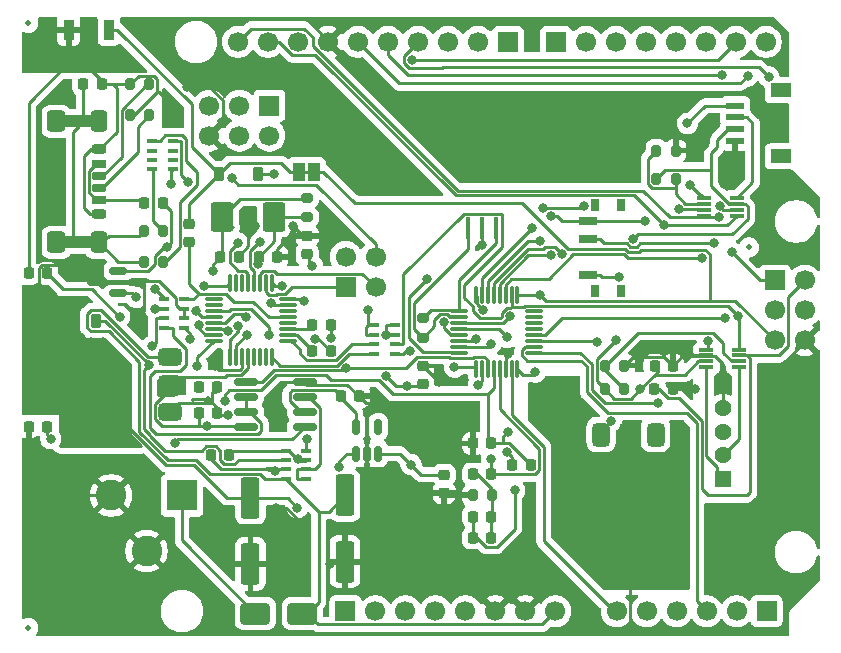
<source format=gbr>
%TF.GenerationSoftware,KiCad,Pcbnew,9.0.6*%
%TF.CreationDate,2026-01-05T12:25:03+01:00*%
%TF.ProjectId,arduino_uno_custom,61726475-696e-46f5-9f75-6e6f5f637573,rev?*%
%TF.SameCoordinates,Original*%
%TF.FileFunction,Copper,L1,Top*%
%TF.FilePolarity,Positive*%
%FSLAX46Y46*%
G04 Gerber Fmt 4.6, Leading zero omitted, Abs format (unit mm)*
G04 Created by KiCad (PCBNEW 9.0.6) date 2026-01-05 12:25:03*
%MOMM*%
%LPD*%
G01*
G04 APERTURE LIST*
G04 Aperture macros list*
%AMRoundRect*
0 Rectangle with rounded corners*
0 $1 Rounding radius*
0 $2 $3 $4 $5 $6 $7 $8 $9 X,Y pos of 4 corners*
0 Add a 4 corners polygon primitive as box body*
4,1,4,$2,$3,$4,$5,$6,$7,$8,$9,$2,$3,0*
0 Add four circle primitives for the rounded corners*
1,1,$1+$1,$2,$3*
1,1,$1+$1,$4,$5*
1,1,$1+$1,$6,$7*
1,1,$1+$1,$8,$9*
0 Add four rect primitives between the rounded corners*
20,1,$1+$1,$2,$3,$4,$5,0*
20,1,$1+$1,$4,$5,$6,$7,0*
20,1,$1+$1,$6,$7,$8,$9,0*
20,1,$1+$1,$8,$9,$2,$3,0*%
G04 Aperture macros list end*
%TA.AperFunction,SMDPad,CuDef*%
%ADD10R,1.800000X1.200000*%
%TD*%
%TA.AperFunction,SMDPad,CuDef*%
%ADD11R,1.550000X0.600000*%
%TD*%
%TA.AperFunction,ComponentPad*%
%ADD12R,1.700000X1.700000*%
%TD*%
%TA.AperFunction,ComponentPad*%
%ADD13C,1.700000*%
%TD*%
%TA.AperFunction,SMDPad,CuDef*%
%ADD14RoundRect,0.075000X0.075000X-0.662500X0.075000X0.662500X-0.075000X0.662500X-0.075000X-0.662500X0*%
%TD*%
%TA.AperFunction,SMDPad,CuDef*%
%ADD15RoundRect,0.075000X0.662500X-0.075000X0.662500X0.075000X-0.662500X0.075000X-0.662500X-0.075000X0*%
%TD*%
%TA.AperFunction,ComponentPad*%
%ADD16R,1.438000X1.438000*%
%TD*%
%TA.AperFunction,ComponentPad*%
%ADD17C,1.438000*%
%TD*%
%TA.AperFunction,SMDPad,CuDef*%
%ADD18RoundRect,0.200000X0.200000X0.275000X-0.200000X0.275000X-0.200000X-0.275000X0.200000X-0.275000X0*%
%TD*%
%TA.AperFunction,SMDPad,CuDef*%
%ADD19RoundRect,0.218750X-0.218750X-0.256250X0.218750X-0.256250X0.218750X0.256250X-0.218750X0.256250X0*%
%TD*%
%TA.AperFunction,SMDPad,CuDef*%
%ADD20RoundRect,0.150000X0.587500X0.150000X-0.587500X0.150000X-0.587500X-0.150000X0.587500X-0.150000X0*%
%TD*%
%TA.AperFunction,SMDPad,CuDef*%
%ADD21RoundRect,0.175000X-0.425000X0.175000X-0.425000X-0.175000X0.425000X-0.175000X0.425000X0.175000X0*%
%TD*%
%TA.AperFunction,SMDPad,CuDef*%
%ADD22RoundRect,0.190000X0.410000X-0.190000X0.410000X0.190000X-0.410000X0.190000X-0.410000X-0.190000X0*%
%TD*%
%TA.AperFunction,SMDPad,CuDef*%
%ADD23RoundRect,0.200000X0.400000X-0.200000X0.400000X0.200000X-0.400000X0.200000X-0.400000X-0.200000X0*%
%TD*%
%TA.AperFunction,SMDPad,CuDef*%
%ADD24RoundRect,0.175000X0.425000X-0.175000X0.425000X0.175000X-0.425000X0.175000X-0.425000X-0.175000X0*%
%TD*%
%TA.AperFunction,SMDPad,CuDef*%
%ADD25RoundRect,0.190000X-0.410000X0.190000X-0.410000X-0.190000X0.410000X-0.190000X0.410000X0.190000X0*%
%TD*%
%TA.AperFunction,SMDPad,CuDef*%
%ADD26RoundRect,0.200000X-0.400000X0.200000X-0.400000X-0.200000X0.400000X-0.200000X0.400000X0.200000X0*%
%TD*%
%TA.AperFunction,SMDPad,CuDef*%
%ADD27RoundRect,0.250000X-0.425000X0.650000X-0.425000X-0.650000X0.425000X-0.650000X0.425000X0.650000X0*%
%TD*%
%TA.AperFunction,SMDPad,CuDef*%
%ADD28RoundRect,0.250000X-0.500000X0.650000X-0.500000X-0.650000X0.500000X-0.650000X0.500000X0.650000X0*%
%TD*%
%TA.AperFunction,SMDPad,CuDef*%
%ADD29RoundRect,0.225000X0.225000X0.250000X-0.225000X0.250000X-0.225000X-0.250000X0.225000X-0.250000X0*%
%TD*%
%TA.AperFunction,ComponentPad*%
%ADD30R,2.600000X2.600000*%
%TD*%
%TA.AperFunction,ComponentPad*%
%ADD31C,2.600000*%
%TD*%
%TA.AperFunction,SMDPad,CuDef*%
%ADD32RoundRect,0.225000X0.225000X0.375000X-0.225000X0.375000X-0.225000X-0.375000X0.225000X-0.375000X0*%
%TD*%
%TA.AperFunction,SMDPad,CuDef*%
%ADD33RoundRect,0.150000X0.150000X-0.512500X0.150000X0.512500X-0.150000X0.512500X-0.150000X-0.512500X0*%
%TD*%
%TA.AperFunction,SMDPad,CuDef*%
%ADD34RoundRect,0.225000X-0.225000X-0.250000X0.225000X-0.250000X0.225000X0.250000X-0.225000X0.250000X0*%
%TD*%
%TA.AperFunction,SMDPad,CuDef*%
%ADD35RoundRect,0.200000X-0.275000X0.200000X-0.275000X-0.200000X0.275000X-0.200000X0.275000X0.200000X0*%
%TD*%
%TA.AperFunction,SMDPad,CuDef*%
%ADD36R,0.900000X0.400000*%
%TD*%
%TA.AperFunction,SMDPad,CuDef*%
%ADD37RoundRect,0.225000X0.250000X-0.225000X0.250000X0.225000X-0.250000X0.225000X-0.250000X-0.225000X0*%
%TD*%
%TA.AperFunction,SMDPad,CuDef*%
%ADD38C,0.500000*%
%TD*%
%TA.AperFunction,SMDPad,CuDef*%
%ADD39RoundRect,0.250000X0.700000X1.000000X-0.700000X1.000000X-0.700000X-1.000000X0.700000X-1.000000X0*%
%TD*%
%TA.AperFunction,SMDPad,CuDef*%
%ADD40RoundRect,0.087500X0.537500X0.087500X-0.537500X0.087500X-0.537500X-0.087500X0.537500X-0.087500X0*%
%TD*%
%TA.AperFunction,SMDPad,CuDef*%
%ADD41RoundRect,0.225000X-0.250000X0.225000X-0.250000X-0.225000X0.250000X-0.225000X0.250000X0.225000X0*%
%TD*%
%TA.AperFunction,SMDPad,CuDef*%
%ADD42R,0.400000X1.900000*%
%TD*%
%TA.AperFunction,SMDPad,CuDef*%
%ADD43R,0.900000X1.700000*%
%TD*%
%TA.AperFunction,SMDPad,CuDef*%
%ADD44RoundRect,0.075000X-0.075000X0.662500X-0.075000X-0.662500X0.075000X-0.662500X0.075000X0.662500X0*%
%TD*%
%TA.AperFunction,SMDPad,CuDef*%
%ADD45RoundRect,0.075000X-0.662500X0.075000X-0.662500X-0.075000X0.662500X-0.075000X0.662500X0.075000X0*%
%TD*%
%TA.AperFunction,SMDPad,CuDef*%
%ADD46R,0.800000X1.000000*%
%TD*%
%TA.AperFunction,SMDPad,CuDef*%
%ADD47R,1.500000X0.700000*%
%TD*%
%TA.AperFunction,SMDPad,CuDef*%
%ADD48RoundRect,0.250000X1.000000X0.650000X-1.000000X0.650000X-1.000000X-0.650000X1.000000X-0.650000X0*%
%TD*%
%TA.AperFunction,SMDPad,CuDef*%
%ADD49RoundRect,0.375000X-0.375000X0.625000X-0.375000X-0.625000X0.375000X-0.625000X0.375000X0.625000X0*%
%TD*%
%TA.AperFunction,SMDPad,CuDef*%
%ADD50RoundRect,0.500000X-1.400000X0.500000X-1.400000X-0.500000X1.400000X-0.500000X1.400000X0.500000X0*%
%TD*%
%TA.AperFunction,SMDPad,CuDef*%
%ADD51RoundRect,0.250000X-0.550000X1.500000X-0.550000X-1.500000X0.550000X-1.500000X0.550000X1.500000X0*%
%TD*%
%TA.AperFunction,SMDPad,CuDef*%
%ADD52RoundRect,0.087500X-0.537500X-0.087500X0.537500X-0.087500X0.537500X0.087500X-0.537500X0.087500X0*%
%TD*%
%TA.AperFunction,SMDPad,CuDef*%
%ADD53RoundRect,0.150000X0.825000X0.150000X-0.825000X0.150000X-0.825000X-0.150000X0.825000X-0.150000X0*%
%TD*%
%TA.AperFunction,SMDPad,CuDef*%
%ADD54R,1.000000X1.500000*%
%TD*%
%TA.AperFunction,SMDPad,CuDef*%
%ADD55RoundRect,0.200000X-0.200000X-0.275000X0.200000X-0.275000X0.200000X0.275000X-0.200000X0.275000X0*%
%TD*%
%TA.AperFunction,SMDPad,CuDef*%
%ADD56RoundRect,0.218750X0.218750X0.256250X-0.218750X0.256250X-0.218750X-0.256250X0.218750X-0.256250X0*%
%TD*%
%TA.AperFunction,SMDPad,CuDef*%
%ADD57RoundRect,0.375000X0.625000X0.375000X-0.625000X0.375000X-0.625000X-0.375000X0.625000X-0.375000X0*%
%TD*%
%TA.AperFunction,SMDPad,CuDef*%
%ADD58RoundRect,0.500000X0.500000X1.400000X-0.500000X1.400000X-0.500000X-1.400000X0.500000X-1.400000X0*%
%TD*%
%TA.AperFunction,ViaPad*%
%ADD59C,0.800000*%
%TD*%
%TA.AperFunction,Conductor*%
%ADD60C,0.250000*%
%TD*%
%TA.AperFunction,Conductor*%
%ADD61C,1.000000*%
%TD*%
G04 APERTURE END LIST*
D10*
%TO.P,J3,S2*%
%TO.N,N/C*%
X181925000Y-77700000D03*
%TO.P,J3,S1*%
X181925000Y-83300000D03*
D11*
%TO.P,J3,4,4*%
%TO.N,Net-(U8-A1)*%
X178050000Y-79000000D03*
%TO.P,J3,3,3*%
%TO.N,Net-(U8-A2)*%
X178050000Y-80000000D03*
%TO.P,J3,2,2*%
%TO.N,+3V3Dbig*%
X178050000Y-81000000D03*
%TO.P,J3,1,1*%
%TO.N,GNDD*%
X178050000Y-82000000D03*
%TD*%
D12*
%TO.P,J1,1,Pin_1*%
%TO.N,MISO2*%
X138600000Y-79000000D03*
D13*
%TO.P,J1,2,Pin_2*%
%TO.N,+5VD*%
X138600000Y-81540000D03*
%TO.P,J1,3,Pin_3*%
%TO.N,SCK2*%
X136060000Y-79000000D03*
%TO.P,J1,4,Pin_4*%
%TO.N,MOSI2*%
X136060000Y-81540000D03*
%TO.P,J1,5,Pin_5*%
%TO.N,RST*%
X133520000Y-79000000D03*
%TO.P,J1,6,Pin_6*%
%TO.N,GNDD*%
X133520000Y-81540000D03*
%TD*%
D14*
%TO.P,U2,1,XTAL1*%
%TO.N,Net-(U2-XTAL1)*%
X135287500Y-100312500D03*
%TO.P,U2,2,PC0/XTAL2*%
%TO.N,Net-(U2-PC0{slash}XTAL2)*%
X135787500Y-100312500D03*
%TO.P,U2,3,GND*%
%TO.N,GNDD*%
X136287500Y-100312500D03*
%TO.P,U2,4,VCC*%
%TO.N,+5VD*%
X136787500Y-100312500D03*
%TO.P,U2,5,PC2*%
%TO.N,unconnected-(U2-PC2-Pad5)*%
X137287500Y-100312500D03*
%TO.P,U2,6,PD0*%
%TO.N,unconnected-(U2-PD0-Pad6)*%
X137787500Y-100312500D03*
%TO.P,U2,7,PD1*%
%TO.N,unconnected-(U2-PD1-Pad7)*%
X138287500Y-100312500D03*
%TO.P,U2,8,PD2*%
%TO.N,Net-(RN4A-R1.2)*%
X138787500Y-100312500D03*
D15*
%TO.P,U2,9,PD3*%
%TO.N,Net-(RN4B-R2.2)*%
X140200000Y-98900000D03*
%TO.P,U2,10,PD4*%
%TO.N,Net-(RX1-K)*%
X140200000Y-98400000D03*
%TO.P,U2,11,PD5*%
%TO.N,Net-(TX1-K)*%
X140200000Y-97900000D03*
%TO.P,U2,12,PD6*%
%TO.N,unconnected-(U2-PD6-Pad12)*%
X140200000Y-97400000D03*
%TO.P,U2,13,~{HWB}/PD7*%
%TO.N,/ATmega16U2/DTR*%
X140200000Y-96900000D03*
%TO.P,U2,14,PB0*%
%TO.N,unconnected-(U2-PB0-Pad14)*%
X140200000Y-96400000D03*
%TO.P,U2,15,PB1*%
%TO.N,SCK2*%
X140200000Y-95900000D03*
%TO.P,U2,16,PB2*%
%TO.N,MOSI2*%
X140200000Y-95400000D03*
D14*
%TO.P,U2,17,PB3*%
%TO.N,MISO2*%
X138787500Y-93987500D03*
%TO.P,U2,18,PB4*%
%TO.N,/ATmega16U2/PB4*%
X138287500Y-93987500D03*
%TO.P,U2,19,PB5*%
%TO.N,/ATmega16U2/PB5*%
X137787500Y-93987500D03*
%TO.P,U2,20,PB6*%
%TO.N,/ATmega16U2/PB6*%
X137287500Y-93987500D03*
%TO.P,U2,21,PB7*%
%TO.N,/ATmega16U2/PB7*%
X136787500Y-93987500D03*
%TO.P,U2,22,PC7*%
%TO.N,unconnected-(U2-PC7-Pad22)*%
X136287500Y-93987500D03*
%TO.P,U2,23,PC6*%
%TO.N,unconnected-(U2-PC6-Pad23)*%
X135787500Y-93987500D03*
%TO.P,U2,24,PC1/~{RESET}*%
%TO.N,RST*%
X135287500Y-93987500D03*
D15*
%TO.P,U2,25,PC5*%
%TO.N,unconnected-(U2-PC5-Pad25)*%
X133875000Y-95400000D03*
%TO.P,U2,26,PC4*%
%TO.N,unconnected-(U2-PC4-Pad26)*%
X133875000Y-95900000D03*
%TO.P,U2,27,UCAP*%
%TO.N,Net-(U2-UCAP)*%
X133875000Y-96400000D03*
%TO.P,U2,28,UGND*%
%TO.N,GNDD*%
X133875000Y-96900000D03*
%TO.P,U2,29,D+*%
%TO.N,D+*%
X133875000Y-97400000D03*
%TO.P,U2,30,D-*%
%TO.N,D-*%
X133875000Y-97900000D03*
%TO.P,U2,31,UVCC*%
%TO.N,/ATmega16U2/USBVCC*%
X133875000Y-98400000D03*
%TO.P,U2,32,AVCC*%
%TO.N,+5VA*%
X133875000Y-98900000D03*
%TD*%
D16*
%TO.P,J9,1,1*%
%TO.N,Net-(U7-A2)*%
X177000000Y-110600000D03*
D17*
%TO.P,J9,2,2*%
%TO.N,Net-(U7-A1)*%
X177000000Y-108600000D03*
%TO.P,J9,3,3*%
%TO.N,Net-(SW2-B)*%
X177000000Y-106600000D03*
%TO.P,J9,4,4*%
%TO.N,GNDD*%
X177000000Y-104600000D03*
%TD*%
D18*
%TO.P,R8,1*%
%TO.N,GNDD*%
X168650000Y-101000000D03*
%TO.P,R8,2*%
%TO.N,Net-(U7-OE)*%
X167000000Y-101000000D03*
%TD*%
D19*
%TO.P,D3,1,K*%
%TO.N,GNDD*%
X118212500Y-93200000D03*
%TO.P,D3,2,A*%
%TO.N,Net-(D3-A)*%
X119787500Y-93200000D03*
%TD*%
D20*
%TO.P,Q1,1,G*%
%TO.N,Net-(Q1-G)*%
X125800000Y-94900000D03*
%TO.P,Q1,2,S*%
%TO.N,/ATmega16U2/USBVCC*%
X125800000Y-93000000D03*
%TO.P,Q1,3,D*%
%TO.N,+5VD*%
X123925000Y-93950000D03*
%TD*%
D19*
%TO.P,F1,1*%
%TO.N,Net-(F1-Pad1)*%
X128025000Y-87200000D03*
%TO.P,F1,2*%
%TO.N,/ATmega16U2/USBVCC*%
X129600000Y-87200000D03*
%TD*%
D21*
%TO.P,J8,A5,CC1*%
%TO.N,Net-(J8-CC1)*%
X124200000Y-84950000D03*
D22*
%TO.P,J8,A9,VBUS*%
%TO.N,Net-(F1-Pad1)*%
X124200000Y-86970000D03*
D23*
%TO.P,J8,A12,GND*%
%TO.N,GNDD*%
X124200000Y-88200000D03*
D24*
%TO.P,J8,B5,CC2*%
%TO.N,Net-(J8-CC2)*%
X124200000Y-85950000D03*
D25*
%TO.P,J8,B9,VBUS*%
%TO.N,Net-(F1-Pad1)*%
X124200000Y-83930000D03*
D26*
%TO.P,J8,B12,GND*%
%TO.N,GNDD*%
X124200000Y-82700000D03*
D27*
%TO.P,J8,S1,SHIELD*%
%TO.N,USHD*%
X124145000Y-80325000D03*
D28*
X120565000Y-80325000D03*
D27*
X124145000Y-90575000D03*
D28*
X120565000Y-90575000D03*
%TD*%
D29*
%TO.P,C9,1*%
%TO.N,GNDD*%
X134200000Y-105000000D03*
%TO.P,C9,2*%
%TO.N,+5VD*%
X132650000Y-105000000D03*
%TD*%
D30*
%TO.P,X1,1*%
%TO.N,Net-(D4-A)*%
X131200000Y-112000000D03*
D31*
%TO.P,X1,2*%
%TO.N,GNDD*%
X125200000Y-112000000D03*
%TO.P,X1,3*%
X128200000Y-116700000D03*
%TD*%
D32*
%TO.P,D1,1,K*%
%TO.N,+5VD*%
X137600000Y-84800000D03*
%TO.P,D1,2,A*%
%TO.N,/ATmega328p/~{RESET}{slash}PC6*%
X134300000Y-84800000D03*
%TD*%
D33*
%TO.P,U3,1,VIN*%
%TO.N,+5VD*%
X145928000Y-108458000D03*
%TO.P,U3,2,GND*%
%TO.N,GNDD*%
X146878000Y-108458000D03*
%TO.P,U3,3,ON/~{OFF}*%
%TO.N,+5VD*%
X147828000Y-108458000D03*
%TO.P,U3,4,BP*%
%TO.N,unconnected-(U3-BP-Pad4)*%
X147828000Y-106183000D03*
%TO.P,U3,5,VOUT*%
%TO.N,+3V3D*%
X145928000Y-106183000D03*
%TD*%
D34*
%TO.P,C15,1*%
%TO.N,+5VA*%
X155850000Y-115600000D03*
%TO.P,C15,2*%
%TO.N,GNDA*%
X157400000Y-115600000D03*
%TD*%
D29*
%TO.P,C10,1*%
%TO.N,GNDD*%
X134175000Y-102800000D03*
%TO.P,C10,2*%
%TO.N,+5VA*%
X132625000Y-102800000D03*
%TD*%
D35*
%TO.P,R3,1*%
%TO.N,Net-(U2-XTAL1)*%
X141800000Y-86800000D03*
%TO.P,R3,2*%
%TO.N,Net-(U2-PC0{slash}XTAL2)*%
X141800000Y-88450000D03*
%TD*%
D36*
%TO.P,RN2,1,R1.1*%
%TO.N,Net-(D3-A)*%
X131400000Y-97800000D03*
%TO.P,RN2,2,R2.1*%
%TO.N,+5VD*%
X131400000Y-97000000D03*
%TO.P,RN2,3,R3.1*%
X131400000Y-96200000D03*
%TO.P,RN2,4,R4.1*%
%TO.N,/ATmega16U2/DTR*%
X131400000Y-95400000D03*
%TO.P,RN2,5,R4.2*%
%TO.N,GNDD*%
X129700000Y-95400000D03*
%TO.P,RN2,6,R3.2*%
%TO.N,Net-(RN2C-R3.2)*%
X129700000Y-96200000D03*
%TO.P,RN2,7,R2.2*%
%TO.N,Net-(RN2B-R2.2)*%
X129700000Y-97000000D03*
%TO.P,RN2,8,R1.2*%
%TO.N,Net-(RN2A-R1.2)*%
X129700000Y-97800000D03*
%TD*%
D35*
%TO.P,R1,1*%
%TO.N,Net-(U1-XTAL1{slash}PB6)*%
X151600000Y-97000000D03*
%TO.P,R1,2*%
%TO.N,Net-(U1-XTAL2{slash}PB7)*%
X151600000Y-98650000D03*
%TD*%
D37*
%TO.P,C6,1*%
%TO.N,/ATmega16U2/DTR*%
X131800000Y-90550000D03*
%TO.P,C6,2*%
%TO.N,/ATmega328p/~{RESET}{slash}PC6*%
X131800000Y-89000000D03*
%TD*%
D38*
%TO.P,FID1,*%
%TO.N,*%
X118200000Y-123200000D03*
%TD*%
D34*
%TO.P,C18,1*%
%TO.N,GNDD*%
X133650000Y-108600000D03*
%TO.P,C18,2*%
%TO.N,+5VD*%
X135200000Y-108600000D03*
%TD*%
%TO.P,C12,1*%
%TO.N,+3V3D*%
X144650000Y-103600000D03*
%TO.P,C12,2*%
%TO.N,GNDD*%
X146200000Y-103600000D03*
%TD*%
D18*
%TO.P,R2,1*%
%TO.N,GNDA*%
X157450000Y-112000000D03*
%TO.P,R2,2*%
%TO.N,GNDD*%
X155800000Y-112000000D03*
%TD*%
D34*
%TO.P,C3,1*%
%TO.N,GNDA*%
X155850000Y-110200000D03*
%TO.P,C3,2*%
%TO.N,/ATmega328p/AREF*%
X157400000Y-110200000D03*
%TD*%
D12*
%TO.P,J5,1,Pin_1*%
%TO.N,/ATmega328p/SCL*%
X180700000Y-121800000D03*
D13*
%TO.P,J5,2,Pin_2*%
%TO.N,/ATmega328p/SDA*%
X178160000Y-121800000D03*
%TO.P,J5,3,Pin_3*%
%TO.N,/ATmega328p/AD3*%
X175620000Y-121800000D03*
%TO.P,J5,4,Pin_4*%
%TO.N,/ATmega328p/AD2*%
X173080000Y-121800000D03*
%TO.P,J5,5,Pin_5*%
%TO.N,/ATmega328p/AD1*%
X170540000Y-121800000D03*
%TO.P,J5,6,Pin_6*%
%TO.N,/ATmega328p/AD0*%
X168000000Y-121800000D03*
%TD*%
D12*
%TO.P,J7,1,Pin_1*%
%TO.N,unconnected-(J7-Pin_1-Pad1)*%
X145040000Y-121800000D03*
D13*
%TO.P,J7,2,Pin_2*%
%TO.N,+5VD*%
X147580000Y-121800000D03*
%TO.P,J7,3,Pin_3*%
%TO.N,/ATmega328p/~{RESET}{slash}PC6*%
X150120000Y-121800000D03*
%TO.P,J7,4,Pin_4*%
%TO.N,+3V3Dbig*%
X152660000Y-121800000D03*
%TO.P,J7,5,Pin_5*%
%TO.N,+5VD*%
X155200000Y-121800000D03*
%TO.P,J7,6,Pin_6*%
%TO.N,GNDD*%
X157740000Y-121800000D03*
%TO.P,J7,7,Pin_7*%
X160280000Y-121800000D03*
%TO.P,J7,8,Pin_8*%
%TO.N,/connector/VIN*%
X162820000Y-121800000D03*
%TD*%
D39*
%TO.P,Y2,1,1*%
%TO.N,Net-(U2-PC0{slash}XTAL2)*%
X139000000Y-88400000D03*
%TO.P,Y2,2,2*%
%TO.N,Net-(U2-XTAL1)*%
X134600000Y-88400000D03*
%TD*%
D34*
%TO.P,C14,1*%
%TO.N,+5VA*%
X155850000Y-113800000D03*
%TO.P,C14,2*%
%TO.N,GNDA*%
X157400000Y-113800000D03*
%TD*%
D19*
%TO.P,RX,1,K*%
%TO.N,Net-(RX1-K)*%
X142225000Y-99800000D03*
%TO.P,RX,2,A*%
%TO.N,Net-(RN2C-R3.2)*%
X143800000Y-99800000D03*
%TD*%
D38*
%TO.P,FID2,*%
%TO.N,*%
X118200000Y-72000000D03*
%TD*%
D34*
%TO.P,C5,1*%
%TO.N,GNDD*%
X155850000Y-107600000D03*
%TO.P,C5,2*%
%TO.N,+5VA*%
X157400000Y-107600000D03*
%TD*%
D40*
%TO.P,U8,1,B2*%
%TO.N,/ATmega328p/SDA*%
X178200000Y-88300000D03*
%TO.P,U8,2,GND*%
%TO.N,GNDD*%
X178200000Y-87800000D03*
%TO.P,U8,3,VCCA*%
%TO.N,+3V3Dbig*%
X178200000Y-87300000D03*
%TO.P,U8,4,A2*%
%TO.N,Net-(U8-A2)*%
X178200000Y-86800000D03*
%TO.P,U8,5,A1*%
%TO.N,Net-(U8-A1)*%
X175400000Y-86800000D03*
%TO.P,U8,6,OE*%
%TO.N,Net-(U8-OE)*%
X175400000Y-87300000D03*
%TO.P,U8,7,VCCB*%
%TO.N,+5VD*%
X175400000Y-87800000D03*
%TO.P,U8,8,B1*%
%TO.N,/ATmega328p/SCL*%
X175400000Y-88300000D03*
%TD*%
D41*
%TO.P,C4,1*%
%TO.N,GNDD*%
X151600000Y-101000000D03*
%TO.P,C4,2*%
%TO.N,+5VD*%
X151600000Y-102550000D03*
%TD*%
D42*
%TO.P,Y3,1,1*%
%TO.N,Net-(U1-XTAL2{slash}PB7)*%
X155400000Y-89400000D03*
%TO.P,Y3,2,2*%
%TO.N,GNDD*%
X156600000Y-89400000D03*
%TO.P,Y3,3,3*%
%TO.N,Net-(U1-XTAL1{slash}PB6)*%
X157800000Y-89400000D03*
%TD*%
D18*
%TO.P,R5,1*%
%TO.N,Net-(RN3D-R4.2)*%
X129600000Y-92200000D03*
%TO.P,R5,2*%
%TO.N,USHD*%
X127950000Y-92200000D03*
%TD*%
D29*
%TO.P,C21,1*%
%TO.N,GNDD*%
X172775000Y-101000000D03*
%TO.P,C21,2*%
%TO.N,+3V3Dbig*%
X171225000Y-101000000D03*
%TD*%
D43*
%TO.P,SW1,1,1*%
%TO.N,/ATmega328p/~{RESET}{slash}PC6*%
X125000000Y-72600000D03*
%TO.P,SW1,2,2*%
%TO.N,GNDD*%
X121600000Y-72600000D03*
%TD*%
D44*
%TO.P,U1,1,~{RESET}/PC6*%
%TO.N,/ATmega328p/~{RESET}{slash}PC6*%
X159600000Y-95000000D03*
%TO.P,U1,2,PD0*%
%TO.N,/ATmega16U2/RXD*%
X159100000Y-95000000D03*
%TO.P,U1,3,PD1*%
%TO.N,/ATmega16U2/TXD*%
X158600000Y-95000000D03*
%TO.P,U1,4,PD2*%
%TO.N,/ATmega328p/PD2*%
X158100000Y-95000000D03*
%TO.P,U1,5,PD3*%
%TO.N,/ATmega328p/PD3*%
X157600000Y-95000000D03*
%TO.P,U1,6,PD4*%
%TO.N,/ATmega328p/PD4*%
X157100000Y-95000000D03*
%TO.P,U1,7,VCC*%
%TO.N,+5VD*%
X156600000Y-95000000D03*
%TO.P,U1,8,GND*%
%TO.N,GNDD*%
X156100000Y-95000000D03*
D45*
%TO.P,U1,9,XTAL1/PB6*%
%TO.N,Net-(U1-XTAL1{slash}PB6)*%
X154687500Y-96412500D03*
%TO.P,U1,10,XTAL2/PB7*%
%TO.N,Net-(U1-XTAL2{slash}PB7)*%
X154687500Y-96912500D03*
%TO.P,U1,11,PD5*%
%TO.N,/ATmega328p/PD5*%
X154687500Y-97412500D03*
%TO.P,U1,12,PD6*%
%TO.N,/ATmega328p/PD6*%
X154687500Y-97912500D03*
%TO.P,U1,13,PD7*%
%TO.N,/ATmega328p/PD7*%
X154687500Y-98412500D03*
%TO.P,U1,14,PB0*%
%TO.N,/ATmega328p/PB0{slash}ICP*%
X154687500Y-98912500D03*
%TO.P,U1,15,PB1*%
%TO.N,/ATmega328p/PB1{slash}OC1*%
X154687500Y-99412500D03*
%TO.P,U1,16,PB2*%
%TO.N,/ATmega328p/SS*%
X154687500Y-99912500D03*
D44*
%TO.P,U1,17,PB3*%
%TO.N,/ATmega328p/MOSI*%
X156100000Y-101325000D03*
%TO.P,U1,18,PB4*%
%TO.N,/ATmega328p/MISO*%
X156600000Y-101325000D03*
%TO.P,U1,19,PB5*%
%TO.N,/ATmega328p/SCK*%
X157100000Y-101325000D03*
%TO.P,U1,20,AVCC*%
%TO.N,+5VA*%
X157600000Y-101325000D03*
%TO.P,U1,21,AREF*%
%TO.N,/ATmega328p/AREF*%
X158100000Y-101325000D03*
%TO.P,U1,22,GND*%
%TO.N,GNDD*%
X158600000Y-101325000D03*
%TO.P,U1,23,PC0*%
%TO.N,/ATmega328p/AD0*%
X159100000Y-101325000D03*
%TO.P,U1,24,PC1*%
%TO.N,/ATmega328p/AD1*%
X159600000Y-101325000D03*
D45*
%TO.P,U1,25,PC2*%
%TO.N,/ATmega328p/AD2*%
X161012500Y-99912500D03*
%TO.P,U1,26,PC3*%
%TO.N,/ATmega328p/AD3*%
X161012500Y-99412500D03*
%TO.P,U1,27,PC4*%
%TO.N,/ATmega328p/SDA*%
X161012500Y-98912500D03*
%TO.P,U1,28,PC5*%
%TO.N,/ATmega328p/SCL*%
X161012500Y-98412500D03*
%TO.P,U1,29*%
%TO.N,N/C*%
X161012500Y-97912500D03*
%TO.P,U1,30*%
X161012500Y-97412500D03*
%TO.P,U1,31*%
X161012500Y-96912500D03*
%TO.P,U1,32*%
X161012500Y-96412500D03*
%TD*%
D46*
%TO.P,SW2,*%
%TO.N,*%
X166190000Y-94700000D03*
X168400000Y-94700000D03*
X166190000Y-87400000D03*
X168400000Y-87400000D03*
D47*
%TO.P,SW2,1,A*%
%TO.N,+3V3Dbig*%
X165540000Y-93300000D03*
%TO.P,SW2,2,B*%
%TO.N,Net-(SW2-B)*%
X165540000Y-90300000D03*
%TO.P,SW2,3,C*%
%TO.N,+5VD*%
X165540000Y-88800000D03*
%TD*%
D19*
%TO.P,TX,1,K*%
%TO.N,Net-(TX1-K)*%
X142225000Y-97600000D03*
%TO.P,TX,2,A*%
%TO.N,Net-(RN2B-R2.2)*%
X143800000Y-97600000D03*
%TD*%
D48*
%TO.P,D4,1,K*%
%TO.N,/connector/VIN*%
X141400000Y-122000000D03*
%TO.P,D4,2,A*%
%TO.N,Net-(D4-A)*%
X137400000Y-122000000D03*
%TD*%
D49*
%TO.P,U6,1,VI*%
%TO.N,+5VD*%
X171300000Y-106850000D03*
%TO.P,U6,2,GND*%
%TO.N,GNDD*%
X169000000Y-106850000D03*
D50*
X169000000Y-113150000D03*
D49*
%TO.P,U6,3,VO*%
%TO.N,+3V3Dbig*%
X166700000Y-106850000D03*
%TD*%
D19*
%TO.P,ON,1,K*%
%TO.N,GNDD*%
X118225000Y-106172000D03*
%TO.P,ON,2,A*%
%TO.N,Net-(ON1-A)*%
X119800000Y-106172000D03*
%TD*%
D51*
%TO.P,C17,1*%
%TO.N,+5VD*%
X137000000Y-112200000D03*
%TO.P,C17,2*%
%TO.N,GNDD*%
X137000000Y-117800000D03*
%TD*%
D29*
%TO.P,C19,1*%
%TO.N,GNDD*%
X172750000Y-103000000D03*
%TO.P,C19,2*%
%TO.N,+5VD*%
X171200000Y-103000000D03*
%TD*%
D19*
%TO.P,FB1,1*%
%TO.N,USHD*%
X122825000Y-77200000D03*
%TO.P,FB1,2*%
%TO.N,GNDD*%
X124400000Y-77200000D03*
%TD*%
D38*
%TO.P,FID3,*%
%TO.N,*%
X179200000Y-91000000D03*
%TD*%
D18*
%TO.P,R4,1*%
%TO.N,Net-(RN3A-R1.2)*%
X129600000Y-89600000D03*
%TO.P,R4,2*%
%TO.N,USHD*%
X127950000Y-89600000D03*
%TD*%
D52*
%TO.P,U7,1,B2*%
%TO.N,/ATmega16U2/TXD*%
X175600000Y-99650000D03*
%TO.P,U7,2,GND*%
%TO.N,GNDD*%
X175600000Y-100150000D03*
%TO.P,U7,3,VCCA*%
%TO.N,+3V3Dbig*%
X175600000Y-100650000D03*
%TO.P,U7,4,A2*%
%TO.N,Net-(U7-A2)*%
X175600000Y-101150000D03*
%TO.P,U7,5,A1*%
%TO.N,Net-(U7-A1)*%
X178400000Y-101150000D03*
%TO.P,U7,6,OE*%
%TO.N,Net-(U7-OE)*%
X178400000Y-100650000D03*
%TO.P,U7,7,VCCB*%
%TO.N,+5VD*%
X178400000Y-100150000D03*
%TO.P,U7,8,B1*%
%TO.N,/ATmega16U2/RXD*%
X178400000Y-99650000D03*
%TD*%
D53*
%TO.P,U4,1*%
%TO.N,Net-(Q1-G)*%
X141600000Y-106210000D03*
%TO.P,U4,2,-*%
%TO.N,+3V3D*%
X141600000Y-104940000D03*
%TO.P,U4,3,+*%
%TO.N,Net-(RN1A-R1.1)*%
X141600000Y-103670000D03*
%TO.P,U4,4,V-*%
%TO.N,GNDD*%
X141600000Y-102400000D03*
%TO.P,U4,5,+*%
%TO.N,/ATmega328p/SCK*%
X136650000Y-102400000D03*
%TO.P,U4,6,-*%
%TO.N,Net-(RN2A-R1.2)*%
X136650000Y-103670000D03*
%TO.P,U4,7*%
X136650000Y-104940000D03*
%TO.P,U4,8,V+*%
%TO.N,+5VD*%
X136650000Y-106210000D03*
%TD*%
D37*
%TO.P,C11,1*%
%TO.N,Net-(U2-UCAP)*%
X141800000Y-91600000D03*
%TO.P,C11,2*%
%TO.N,GNDD*%
X141800000Y-90050000D03*
%TD*%
D36*
%TO.P,RN4,1,R1.1*%
%TO.N,/ATmega16U2/TXD*%
X149200000Y-100000000D03*
%TO.P,RN4,2,R2.1*%
%TO.N,/ATmega16U2/RXD*%
X149200000Y-99200000D03*
%TO.P,RN4,3,R3.1*%
%TO.N,+5VD*%
X149200000Y-98400000D03*
%TO.P,RN4,4,R4.1*%
X149200000Y-97600000D03*
%TO.P,RN4,5,R4.2*%
%TO.N,Net-(ON1-A)*%
X147500000Y-97600000D03*
%TO.P,RN4,6,R3.2*%
X147500000Y-98400000D03*
%TO.P,RN4,7,R2.2*%
%TO.N,Net-(RN4B-R2.2)*%
X147500000Y-99200000D03*
%TO.P,RN4,8,R1.2*%
%TO.N,Net-(RN4A-R1.2)*%
X147500000Y-100000000D03*
%TD*%
D54*
%TO.P,RESET-EN1,1,A*%
%TO.N,/ATmega328p/~{RESET}{slash}PC6*%
X141100000Y-84600000D03*
%TO.P,RESET-EN1,2,B*%
X142400000Y-84600000D03*
%TD*%
D18*
%TO.P,R7,1*%
%TO.N,Net-(J8-CC2)*%
X128425000Y-79800000D03*
%TO.P,R7,2*%
%TO.N,GNDD*%
X126775000Y-79800000D03*
%TD*%
D36*
%TO.P,RN3,1,R1.1*%
%TO.N,D-*%
X130400000Y-84400000D03*
%TO.P,RN3,2,R2.1*%
%TO.N,unconnected-(RN3B-R2.1-Pad2)*%
X130400000Y-83600000D03*
%TO.P,RN3,3,R3.1*%
%TO.N,unconnected-(RN3C-R3.1-Pad3)*%
X130400000Y-82800000D03*
%TO.P,RN3,4,R4.1*%
%TO.N,D+*%
X130400000Y-82000000D03*
%TO.P,RN3,5,R4.2*%
%TO.N,Net-(RN3D-R4.2)*%
X128700000Y-82000000D03*
%TO.P,RN3,6,R3.2*%
%TO.N,unconnected-(RN3C-R3.2-Pad6)*%
X128700000Y-82800000D03*
%TO.P,RN3,7,R2.2*%
%TO.N,unconnected-(RN3B-R2.2-Pad7)*%
X128700000Y-83600000D03*
%TO.P,RN3,8,R1.2*%
%TO.N,Net-(RN3A-R1.2)*%
X128700000Y-84400000D03*
%TD*%
D55*
%TO.P,R11,1*%
%TO.N,+3V3Dbig*%
X171350000Y-85200000D03*
%TO.P,R11,2*%
%TO.N,Net-(U8-OE)*%
X173000000Y-85200000D03*
%TD*%
D36*
%TO.P,RN1,1,R1.1*%
%TO.N,Net-(RN1A-R1.1)*%
X141700000Y-110600000D03*
%TO.P,RN1,2,R2.1*%
X141700000Y-109800000D03*
%TO.P,RN1,3,R3.1*%
%TO.N,+5VD*%
X141700000Y-109000000D03*
%TO.P,RN1,4,R4.1*%
%TO.N,/ATmega328p/~{RESET}{slash}PC6*%
X141700000Y-108200000D03*
%TO.P,RN1,5,R4.2*%
%TO.N,+5VD*%
X140000000Y-108200000D03*
%TO.P,RN1,6,R3.2*%
%TO.N,RST*%
X140000000Y-109000000D03*
%TO.P,RN1,7,R2.2*%
%TO.N,GNDD*%
X140000000Y-109800000D03*
%TO.P,RN1,8,R1.2*%
%TO.N,/connector/VIN*%
X140000000Y-110600000D03*
%TD*%
D51*
%TO.P,C16,1*%
%TO.N,/connector/VIN*%
X145000000Y-112000000D03*
%TO.P,C16,2*%
%TO.N,GNDD*%
X145000000Y-117600000D03*
%TD*%
D18*
%TO.P,R6,1*%
%TO.N,Net-(J8-CC1)*%
X128425000Y-77200000D03*
%TO.P,R6,2*%
%TO.N,GNDD*%
X126775000Y-77200000D03*
%TD*%
D12*
%TO.P,J6,1,Pin_1*%
%TO.N,/ATmega328p/PD7*%
X162860000Y-73600000D03*
D13*
%TO.P,J6,2,Pin_2*%
%TO.N,/ATmega328p/PD6*%
X165400000Y-73600000D03*
%TO.P,J6,3,Pin_3*%
%TO.N,/ATmega328p/PD5*%
X167940000Y-73600000D03*
%TO.P,J6,4,Pin_4*%
%TO.N,/ATmega328p/PD4*%
X170480000Y-73600000D03*
%TO.P,J6,5,Pin_5*%
%TO.N,/ATmega328p/PD3*%
X173020000Y-73600000D03*
%TO.P,J6,6,Pin_6*%
%TO.N,/ATmega328p/PD2*%
X175560000Y-73600000D03*
%TO.P,J6,7,Pin_7*%
%TO.N,/ATmega16U2/TXD*%
X178100000Y-73600000D03*
%TO.P,J6,8,Pin_8*%
%TO.N,/ATmega16U2/RXD*%
X180640000Y-73600000D03*
%TD*%
D18*
%TO.P,R10,1*%
%TO.N,GNDD*%
X173000000Y-82800000D03*
%TO.P,R10,2*%
%TO.N,Net-(U8-OE)*%
X171350000Y-82800000D03*
%TD*%
D41*
%TO.P,C13,1*%
%TO.N,+5VD*%
X153400000Y-110250000D03*
%TO.P,C13,2*%
%TO.N,GNDD*%
X153400000Y-111800000D03*
%TD*%
D12*
%TO.P,J4,1,Pin_1*%
%TO.N,/ATmega328p/PB0{slash}ICP*%
X158800000Y-73600000D03*
D13*
%TO.P,J4,2,Pin_2*%
%TO.N,/ATmega328p/PB1{slash}OC1*%
X156260000Y-73600000D03*
%TO.P,J4,3,Pin_3*%
%TO.N,/ATmega328p/SS*%
X153720000Y-73600000D03*
%TO.P,J4,4,Pin_4*%
%TO.N,/ATmega328p/MOSI*%
X151180000Y-73600000D03*
%TO.P,J4,5,Pin_5*%
%TO.N,/ATmega328p/MISO*%
X148640000Y-73600000D03*
%TO.P,J4,6,Pin_6*%
%TO.N,/ATmega328p/SCK*%
X146100000Y-73600000D03*
%TO.P,J4,7,Pin_7*%
%TO.N,GNDD*%
X143560000Y-73600000D03*
%TO.P,J4,8,Pin_8*%
%TO.N,/ATmega328p/AREF*%
X141020000Y-73600000D03*
%TO.P,J4,9,Pin_9*%
%TO.N,/ATmega328p/SDA*%
X138480000Y-73600000D03*
%TO.P,J4,10,Pin_10*%
%TO.N,/ATmega328p/SCL*%
X135940000Y-73600000D03*
%TD*%
D12*
%TO.P,J2,1,Pin_1*%
%TO.N,/ATmega16U2/PB4*%
X145060000Y-94340000D03*
D13*
%TO.P,J2,2,Pin_2*%
%TO.N,/ATmega16U2/PB6*%
X145060000Y-91800000D03*
%TO.P,J2,3,Pin_3*%
%TO.N,/ATmega16U2/PB5*%
X147600000Y-94340000D03*
%TO.P,J2,4,Pin_4*%
%TO.N,/ATmega16U2/PB7*%
X147600000Y-91800000D03*
%TD*%
D29*
%TO.P,C8,1*%
%TO.N,GNDD*%
X139250000Y-91800000D03*
%TO.P,C8,2*%
%TO.N,Net-(U2-PC0{slash}XTAL2)*%
X137700000Y-91800000D03*
%TD*%
D56*
%TO.P,FB2,1*%
%TO.N,+5VA*%
X160725000Y-109400000D03*
%TO.P,FB2,2*%
%TO.N,+5VD*%
X159150000Y-109400000D03*
%TD*%
D57*
%TO.P,U5,1,GND*%
%TO.N,GNDD*%
X130200000Y-104900000D03*
%TO.P,U5,2,VO*%
%TO.N,+5VD*%
X130200000Y-102600000D03*
D58*
X123900000Y-102600000D03*
D57*
%TO.P,U5,3,VI*%
%TO.N,/connector/VIN*%
X130200000Y-100300000D03*
%TD*%
D32*
%TO.P,D2,1,K*%
%TO.N,+5VD*%
X127200000Y-97200000D03*
%TO.P,D2,2,A*%
%TO.N,RST*%
X123900000Y-97200000D03*
%TD*%
D55*
%TO.P,R9,1*%
%TO.N,+3V3Dbig*%
X167000000Y-103000000D03*
%TO.P,R9,2*%
%TO.N,Net-(U7-OE)*%
X168650000Y-103000000D03*
%TD*%
D12*
%TO.P,ICSP1,1,Pin_1*%
%TO.N,/ATmega328p/MISO*%
X181400000Y-93800000D03*
D13*
%TO.P,ICSP1,2,Pin_2*%
%TO.N,+5VD*%
X183940000Y-93800000D03*
%TO.P,ICSP1,3,Pin_3*%
%TO.N,/ATmega328p/SCK*%
X181400000Y-96340000D03*
%TO.P,ICSP1,4,Pin_4*%
%TO.N,/ATmega328p/MOSI*%
X183940000Y-96340000D03*
%TO.P,ICSP1,5,Pin_5*%
%TO.N,/ATmega328p/~{RESET}{slash}PC6*%
X181400000Y-98880000D03*
%TO.P,ICSP1,6,Pin_6*%
%TO.N,GNDD*%
X183940000Y-98880000D03*
%TD*%
D29*
%TO.P,C7,1*%
%TO.N,GNDD*%
X136000000Y-91800000D03*
%TO.P,C7,2*%
%TO.N,Net-(U2-XTAL1)*%
X134450000Y-91800000D03*
%TD*%
D59*
%TO.N,/ATmega16U2/RXD*%
X178305300Y-96840600D03*
%TO.N,/ATmega16U2/TXD*%
X150473300Y-99798900D03*
X175205900Y-91901800D03*
X150661000Y-75117200D03*
X175751200Y-98883600D03*
%TO.N,Net-(U2-PC0{slash}XTAL2)*%
X136667298Y-98379400D03*
X137664472Y-92404019D03*
%TO.N,Net-(U2-XTAL1)*%
X133800000Y-93000000D03*
X135981955Y-97620416D03*
%TO.N,GNDD*%
X166000000Y-109000000D03*
X170000000Y-116000000D03*
X164000000Y-104394000D03*
X155850000Y-105107600D03*
X166000000Y-111000000D03*
X164000000Y-105410000D03*
X171000000Y-109000000D03*
X171000000Y-115000000D03*
X165000000Y-105410000D03*
X171000000Y-111000000D03*
X172000000Y-113000000D03*
X168000000Y-115000000D03*
X170000000Y-110000000D03*
X153000000Y-102400000D03*
X170000000Y-111000000D03*
X132400000Y-96400000D03*
X172000000Y-112000000D03*
X164000000Y-106426000D03*
X169000000Y-116000000D03*
X169000000Y-109000000D03*
X135133954Y-105203608D03*
X166000000Y-112000000D03*
X166000000Y-115000000D03*
X165000000Y-106426000D03*
X166000000Y-113000000D03*
X172000000Y-111000000D03*
X167000000Y-110000000D03*
X137400000Y-89200000D03*
X143764000Y-117800000D03*
X156696042Y-96287330D03*
X134000000Y-101000000D03*
X170000000Y-109000000D03*
X166000000Y-110000000D03*
X167000000Y-115000000D03*
X166000000Y-116000000D03*
X162941000Y-106426000D03*
X165000000Y-104394000D03*
X168000000Y-111000000D03*
X168000000Y-110000000D03*
X172000000Y-110000000D03*
X172000000Y-116000000D03*
X171000000Y-110000000D03*
X168000000Y-116000000D03*
X139072465Y-109925000D03*
X167000000Y-111000000D03*
X140600000Y-89200000D03*
X171000000Y-116000000D03*
X172000000Y-109000000D03*
X176745752Y-87510047D03*
X131600000Y-77400000D03*
X172000000Y-115000000D03*
X130200000Y-78800000D03*
X163000000Y-105410000D03*
X174600000Y-103000000D03*
X169000000Y-110000000D03*
X167000000Y-116000000D03*
X158833578Y-100066300D03*
X169000000Y-111000000D03*
X156636052Y-90836052D03*
X168000000Y-109000000D03*
X128947900Y-94506994D03*
X169000000Y-115000000D03*
X175675000Y-81500000D03*
X167000000Y-109000000D03*
X139192000Y-113030000D03*
X163000000Y-104394000D03*
X172000000Y-114000000D03*
X177055600Y-85600000D03*
X170000000Y-115000000D03*
X166000000Y-114000000D03*
X141200000Y-117800000D03*
%TO.N,Net-(D3-A)*%
X131839800Y-98785700D03*
X125924700Y-96851800D03*
%TO.N,+5VD*%
X124500000Y-105000000D03*
X120500000Y-102000000D03*
X122500000Y-100000000D03*
X122500000Y-105000000D03*
X126500000Y-105000000D03*
X125500000Y-104000000D03*
X121500000Y-99000000D03*
X125500000Y-101000000D03*
X140977298Y-113022702D03*
X121500000Y-106000000D03*
X121500000Y-102000000D03*
X144526000Y-109553000D03*
X120500000Y-103000000D03*
X150258907Y-102707600D03*
X150600000Y-109400000D03*
X122500000Y-106000000D03*
X148500002Y-98400000D03*
X122500000Y-99000000D03*
X125500000Y-103000000D03*
X120500000Y-101000000D03*
X124500000Y-100000000D03*
X125500000Y-100000000D03*
X124500000Y-99000000D03*
X170400000Y-88800000D03*
X158722702Y-108352298D03*
X123500000Y-100000000D03*
X126500000Y-106000000D03*
X125500000Y-106000000D03*
X162449007Y-88325200D03*
X123500000Y-106000000D03*
X121500000Y-103000000D03*
X148510093Y-101874700D03*
X126500000Y-104000000D03*
X123500000Y-105000000D03*
X160827500Y-89400000D03*
X121500000Y-105000000D03*
X120523000Y-104013000D03*
X139000000Y-84800000D03*
X120500000Y-99000000D03*
X121500000Y-101000000D03*
X125500000Y-102000000D03*
X126500000Y-103000000D03*
X124500000Y-106000000D03*
X121500000Y-104000000D03*
X123500000Y-99000000D03*
X121500000Y-100000000D03*
X133325000Y-106125000D03*
X126500000Y-102000000D03*
X125500000Y-105000000D03*
X141000000Y-108889900D03*
X120500000Y-100000000D03*
X173309035Y-87781000D03*
%TO.N,D-*%
X130287800Y-85641900D03*
X135093985Y-98037934D03*
%TO.N,/ATmega16U2/USBVCC*%
X129923400Y-90950400D03*
X132600000Y-97600000D03*
%TO.N,Net-(Q1-G)*%
X127343000Y-95235100D03*
X130645202Y-107529000D03*
%TO.N,/ATmega328p/SCK*%
X179082300Y-76500000D03*
X145104100Y-101199700D03*
%TO.N,/ATmega328p/PB0{slash}ICP*%
X156118400Y-98732000D03*
%TO.N,/ATmega328p/PD3*%
X163386700Y-91596300D03*
%TO.N,/ATmega328p/PD6*%
X158735300Y-98615000D03*
%TO.N,/ATmega328p/MISO*%
X156291000Y-102658600D03*
X176932400Y-76431000D03*
X177730600Y-91422300D03*
%TO.N,/ATmega328p/AD1*%
X161123000Y-101561794D03*
%TO.N,/ATmega328p/MOSI*%
X154270100Y-101135600D03*
X180891605Y-76566420D03*
%TO.N,/ATmega328p/AREF*%
X157400000Y-108894100D03*
%TO.N,/ATmega328p/AD2*%
X171500000Y-104203000D03*
%TO.N,+5VA*%
X134825000Y-104000000D03*
X132500000Y-101000000D03*
X158800000Y-106600000D03*
X159382702Y-111582702D03*
%TO.N,/ATmega328p/PB1{slash}OC1*%
X157376300Y-99140700D03*
%TO.N,/ATmega328p/PD4*%
X165225200Y-87460500D03*
X161502500Y-90447900D03*
X161729600Y-87650200D03*
%TO.N,/ATmega328p/PD7*%
X153351000Y-97355100D03*
%TO.N,/ATmega328p/SS*%
X151919500Y-93650800D03*
%TO.N,/ATmega328p/SCL*%
X176677600Y-88457600D03*
X177165300Y-96967200D03*
%TO.N,/ATmega328p/PD2*%
X162434900Y-91655000D03*
%TO.N,/ATmega328p/PD5*%
X158959800Y-96799900D03*
%TO.N,/ATmega328p/SDA*%
X172045800Y-89144300D03*
X166377200Y-99000900D03*
%TO.N,/ATmega328p/~{RESET}{slash}PC6*%
X141816900Y-107255300D03*
X161486300Y-94998000D03*
%TO.N,RST*%
X128399800Y-100977200D03*
X133037100Y-94291200D03*
%TO.N,Net-(U2-UCAP)*%
X138600000Y-98379400D03*
X142245800Y-92543000D03*
%TO.N,MISO2*%
X139632800Y-94261800D03*
%TO.N,/ATmega16U2/PB6*%
X137831500Y-90576200D03*
%TO.N,/ATmega16U2/PB7*%
X135413900Y-85162000D03*
X135962500Y-90619393D03*
%TO.N,MOSI2*%
X141521000Y-95548400D03*
%TO.N,SCK2*%
X138759795Y-95732710D03*
%TO.N,D+*%
X131751500Y-85466600D03*
X136611099Y-96908600D03*
%TO.N,Net-(RN2B-R2.2)*%
X128684800Y-99376700D03*
X143847600Y-98700000D03*
%TO.N,Net-(ON1-A)*%
X146953000Y-96295000D03*
X120096301Y-107203705D03*
%TO.N,Net-(RN2C-R3.2)*%
X128947900Y-96200000D03*
X142465400Y-98736600D03*
%TO.N,+3V3Dbig*%
X167917500Y-98806600D03*
X167551877Y-105675000D03*
X170006800Y-102997300D03*
X168187600Y-93479700D03*
X169425400Y-90290700D03*
%TO.N,Net-(U8-A1)*%
X174250500Y-85749500D03*
X174000000Y-80500000D03*
%TO.N,Net-(SW2-B)*%
X176284000Y-90663900D03*
%TD*%
D60*
%TO.N,/ATmega16U2/RXD*%
X158161400Y-88174000D02*
X158276000Y-88174000D01*
X155800000Y-96347297D02*
X156464203Y-97011500D01*
X158679791Y-96123900D02*
X159014600Y-96123900D01*
X178400000Y-99650000D02*
X178400000Y-96935300D01*
X158158100Y-88170700D02*
X158161400Y-88174000D01*
X158283800Y-96854700D02*
X158283800Y-96519891D01*
X159014600Y-96123900D02*
X159100000Y-96038500D01*
X158127000Y-97011500D02*
X158283800Y-96854700D01*
X155050700Y-88170700D02*
X158158100Y-88170700D01*
X178305300Y-96840600D02*
X177446700Y-95982000D01*
X156464203Y-97011500D02*
X158127000Y-97011500D01*
X178400000Y-96935300D02*
X178305300Y-96840600D01*
X160151300Y-96038500D02*
X159100000Y-96038500D01*
X149926700Y-99200000D02*
X149926700Y-93294700D01*
X158328300Y-88340900D02*
X158328300Y-90943000D01*
X159100000Y-95000000D02*
X159100000Y-96038500D01*
X149200000Y-99200000D02*
X149926700Y-99200000D01*
X158276000Y-88174000D02*
X158276000Y-88288600D01*
X158276000Y-88288600D02*
X158328300Y-88340900D01*
X155088500Y-95285400D02*
X155800000Y-95996900D01*
X158283800Y-96519891D02*
X158679791Y-96123900D01*
X149926700Y-93294700D02*
X155050700Y-88170700D01*
X155088500Y-94182800D02*
X155088500Y-95285400D01*
X177446700Y-95982000D02*
X160207800Y-95982000D01*
X155800000Y-95996900D02*
X155800000Y-96347297D01*
X158328300Y-90943000D02*
X155088500Y-94182800D01*
X160207800Y-95982000D02*
X160151300Y-96038500D01*
%TO.N,/ATmega16U2/TXD*%
X178100000Y-73600000D02*
X176582800Y-75117200D01*
X149200000Y-100000000D02*
X149926700Y-100000000D01*
X168634900Y-91593300D02*
X168943400Y-91901800D01*
X150473300Y-99798900D02*
X150127800Y-99798900D01*
X162244400Y-93695800D02*
X164346900Y-91593300D01*
X159089000Y-93695800D02*
X162244400Y-93695800D01*
X175751100Y-98883600D02*
X175751100Y-99498900D01*
X150127800Y-99798900D02*
X149926700Y-100000000D01*
X175751100Y-99498900D02*
X175600000Y-99650000D01*
X164346900Y-91593300D02*
X168634900Y-91593300D01*
X168943400Y-91901800D02*
X175205900Y-91901800D01*
X175751200Y-98883600D02*
X175751100Y-98883600D01*
X158600000Y-95000000D02*
X158600000Y-94184800D01*
X176582800Y-75117200D02*
X150661000Y-75117200D01*
X158600000Y-94184800D02*
X159089000Y-93695800D01*
%TO.N,Net-(U2-PC0{slash}XTAL2)*%
X139000000Y-88400000D02*
X139050000Y-88450000D01*
X137664472Y-91835528D02*
X137700000Y-91800000D01*
X139000000Y-90500000D02*
X137700000Y-91800000D01*
X139000000Y-88400000D02*
X139000000Y-90500000D01*
X135787500Y-99259198D02*
X136667298Y-98379400D01*
X137664472Y-92404019D02*
X137664472Y-91835528D01*
X139050000Y-88450000D02*
X141800000Y-88450000D01*
X135787500Y-100312500D02*
X135787500Y-99259198D01*
%TO.N,Net-(U2-XTAL1)*%
X141732000Y-86868000D02*
X141800000Y-86800000D01*
X134600000Y-88400000D02*
X136132000Y-86868000D01*
X134600000Y-89287500D02*
X134600000Y-88400000D01*
X134600000Y-91650000D02*
X134450000Y-91800000D01*
X135287500Y-98800428D02*
X135981955Y-98105973D01*
X136132000Y-86868000D02*
X141732000Y-86868000D01*
X135981955Y-98105973D02*
X135981955Y-97620416D01*
X133800000Y-93000000D02*
X133800000Y-92450000D01*
X134600000Y-88400000D02*
X134600000Y-91650000D01*
X133800000Y-92450000D02*
X134450000Y-91800000D01*
X135478500Y-89287500D02*
X134600000Y-89287500D01*
X135287500Y-100312500D02*
X135287500Y-98800428D01*
%TO.N,Net-(RN3D-R4.2)*%
X128700000Y-82000000D02*
X129426700Y-82000000D01*
X129600000Y-92200000D02*
X129800000Y-92200000D01*
X132471100Y-85704300D02*
X132471100Y-84647400D01*
X131528400Y-83704700D02*
X131528400Y-81828900D01*
X129784100Y-81523300D02*
X129426700Y-81880700D01*
X131222800Y-81523300D02*
X129784100Y-81523300D01*
X131528400Y-81828900D02*
X131222800Y-81523300D01*
X131007300Y-87168100D02*
X132471100Y-85704300D01*
X129426700Y-81880700D02*
X129426700Y-82000000D01*
X129800000Y-92200000D02*
X131007300Y-90992700D01*
X132471100Y-84647400D02*
X131528400Y-83704700D01*
X131007300Y-90992700D02*
X131007300Y-87168100D01*
%TO.N,USHD*%
X122825000Y-80000000D02*
X122500000Y-80325000D01*
X124145000Y-90575000D02*
X122000000Y-90575000D01*
X124145000Y-90575000D02*
X124286600Y-90716600D01*
X127546800Y-90003200D02*
X127950000Y-89600000D01*
X125000000Y-90003200D02*
X127546800Y-90003200D01*
D61*
X120565000Y-80325000D02*
X124145000Y-80325000D01*
X124145000Y-90575000D02*
X120565000Y-90575000D01*
D60*
X122500000Y-80720100D02*
X122500000Y-80325000D01*
X127950000Y-92200000D02*
X125770000Y-92200000D01*
X125770000Y-92200000D02*
X124145000Y-90575000D01*
X122825000Y-77200000D02*
X122825000Y-80000000D01*
X122000000Y-81220100D02*
X122500000Y-80720100D01*
X122000000Y-90575000D02*
X122000000Y-81220100D01*
X122500000Y-80325000D02*
X124145000Y-80325000D01*
X124286600Y-90716600D02*
X125000000Y-90003200D01*
%TO.N,GNDD*%
X136800000Y-89800000D02*
X136800000Y-90913400D01*
X156696042Y-96287330D02*
X156651362Y-96287330D01*
X134175000Y-102800000D02*
X133765900Y-103209100D01*
X136000000Y-91800000D02*
X136000000Y-91653000D01*
X173576000Y-100199000D02*
X172775000Y-101000000D01*
X121500000Y-72700000D02*
X121600000Y-72600000D01*
X129101000Y-76722292D02*
X128827708Y-76449000D01*
X129700000Y-95400000D02*
X129700000Y-95259094D01*
X134646000Y-78533595D02*
X133512405Y-77400000D01*
X133650000Y-108600000D02*
X133650000Y-108897300D01*
X122904250Y-83295750D02*
X122904250Y-87695750D01*
X136108588Y-101359800D02*
X136287500Y-101180888D01*
X125680900Y-77480900D02*
X125400000Y-77200000D01*
X139235800Y-109762500D02*
X139273300Y-109800000D01*
X155850000Y-105107600D02*
X155850000Y-107600000D01*
X135133954Y-105203608D02*
X134403608Y-105203608D01*
X136287500Y-101180888D02*
X136287500Y-100312500D01*
X118225000Y-108025000D02*
X118225000Y-106172000D01*
X139072465Y-109925000D02*
X138909965Y-109762500D01*
X133650000Y-108897300D02*
X134515200Y-109762500D01*
X122250000Y-74750000D02*
X121500000Y-74000000D01*
X175600000Y-100150000D02*
X173625000Y-100150000D01*
X139250000Y-91164300D02*
X139250000Y-91800000D01*
X155786000Y-112014000D02*
X155800000Y-112000000D01*
X132900000Y-96900000D02*
X133875000Y-96900000D01*
X172000000Y-119000000D02*
X173500000Y-119000000D01*
X169000000Y-119000000D02*
X169126000Y-119126000D01*
X132400000Y-96400000D02*
X132900000Y-96900000D01*
X122904250Y-87695750D02*
X123408500Y-88200000D01*
X134175000Y-104553000D02*
X134175000Y-104975000D01*
X134646000Y-80414000D02*
X134646000Y-78533595D01*
X153614000Y-112014000D02*
X155786000Y-112014000D01*
X133765900Y-104144000D02*
X130956000Y-104144000D01*
X133520000Y-81540000D02*
X134646000Y-80414000D01*
X124400000Y-76900000D02*
X122250000Y-74750000D01*
X134175000Y-104975000D02*
X134200000Y-105000000D01*
X169126000Y-119126000D02*
X169126000Y-123126000D01*
X124200000Y-82700000D02*
X123500000Y-82700000D01*
X127175000Y-79800000D02*
X129101000Y-77874000D01*
X137400000Y-89200000D02*
X136800000Y-89800000D01*
X168650000Y-101000000D02*
X169401000Y-100249000D01*
X156600000Y-89400000D02*
X156600000Y-90800000D01*
X141800000Y-90050000D02*
X141450000Y-90050000D01*
X140030000Y-113030000D02*
X141200000Y-114200000D01*
X121500000Y-74000000D02*
X121500000Y-72700000D01*
X177055600Y-85600000D02*
X177055600Y-84369400D01*
X177035705Y-87800000D02*
X176745752Y-87510047D01*
X126775000Y-77200000D02*
X125400000Y-77200000D01*
X177000000Y-100908508D02*
X176290492Y-100199000D01*
X128827708Y-76449000D02*
X127526000Y-76449000D01*
X124200000Y-82700000D02*
X125680900Y-81219100D01*
X153400000Y-111800000D02*
X153614000Y-112014000D01*
X123500000Y-82700000D02*
X122904250Y-83295750D01*
X158833578Y-100066300D02*
X158600000Y-100299878D01*
X173625000Y-100150000D02*
X172775000Y-101000000D01*
X169401000Y-100249000D02*
X172024000Y-100249000D01*
X175675000Y-81500000D02*
X175675000Y-82368900D01*
X134403608Y-105203608D02*
X134200000Y-105000000D01*
X156174000Y-95074000D02*
X156100000Y-95000000D01*
X133765900Y-104144000D02*
X134174900Y-104553000D01*
X146740000Y-104140000D02*
X149352000Y-104140000D01*
X126775000Y-79800000D02*
X127175000Y-79800000D01*
X141810800Y-102610800D02*
X145210800Y-102610800D01*
X146200000Y-103600000D02*
X146740000Y-104140000D01*
X140000000Y-109800000D02*
X139273300Y-109800000D01*
X137000000Y-117800000D02*
X141200000Y-117800000D01*
X136000000Y-91713400D02*
X136000000Y-91800000D01*
X141450000Y-90050000D02*
X140600000Y-89200000D01*
X134359800Y-101359800D02*
X136108588Y-101359800D01*
X177000000Y-104600000D02*
X177000000Y-100908508D01*
X125680900Y-81219100D02*
X125680900Y-77480900D01*
X172024000Y-100249000D02*
X172775000Y-101000000D01*
X156696042Y-96287330D02*
X156543872Y-96439500D01*
X133512405Y-77400000D02*
X131600000Y-77400000D01*
X139192000Y-113030000D02*
X140030000Y-113030000D01*
X176290492Y-100199000D02*
X173576000Y-100199000D01*
X156651362Y-96287330D02*
X156174000Y-95809968D01*
X153000000Y-102400000D02*
X151600000Y-101000000D01*
X149352000Y-104140000D02*
X149352000Y-106752000D01*
X124400000Y-77200000D02*
X124400000Y-76900000D01*
X178050000Y-83375000D02*
X178050000Y-82000000D01*
X136800000Y-90913400D02*
X136000000Y-91713400D01*
X172000000Y-113000000D02*
X173500000Y-113000000D01*
X118212500Y-93200000D02*
X118212500Y-78787500D01*
X172750000Y-103000000D02*
X174600000Y-103000000D01*
X130956000Y-104144000D02*
X130200000Y-104900000D01*
X178200000Y-87800000D02*
X177035705Y-87800000D01*
X156174000Y-95809968D02*
X156174000Y-95074000D01*
X154686000Y-112000000D02*
X154686000Y-107600000D01*
X123408500Y-88200000D02*
X124200000Y-88200000D01*
X158600000Y-100299878D02*
X158600000Y-101325000D01*
X129700000Y-95259094D02*
X128947900Y-94506994D01*
X175243900Y-82800000D02*
X173000000Y-82800000D01*
X134000000Y-101000000D02*
X134359800Y-101359800D01*
X133765900Y-103209100D02*
X133765900Y-104144000D01*
X118212500Y-78787500D02*
X122250000Y-74750000D01*
X130200000Y-78800000D02*
X129274000Y-77874000D01*
X122200000Y-112000000D02*
X118225000Y-108025000D01*
X140364300Y-90050000D02*
X139250000Y-91164300D01*
X155800000Y-112000000D02*
X154686000Y-112000000D01*
X134174900Y-104553000D02*
X134175000Y-104553000D01*
X129274000Y-77874000D02*
X129101000Y-77874000D01*
X169126000Y-123126000D02*
X169500000Y-123500000D01*
X127526000Y-76449000D02*
X126775000Y-77200000D01*
X138909965Y-109762500D02*
X139235800Y-109762500D01*
X129101000Y-77874000D02*
X129101000Y-76722292D01*
X154686000Y-107600000D02*
X155850000Y-107600000D01*
X134515200Y-109762500D02*
X138909965Y-109762500D01*
X141600000Y-102400000D02*
X139600000Y-102400000D01*
X175675000Y-82368900D02*
X175243900Y-82800000D01*
X139600000Y-102400000D02*
X139000000Y-103000000D01*
X145210800Y-102610800D02*
X146200000Y-103600000D01*
X125200000Y-112000000D02*
X122200000Y-112000000D01*
X125400000Y-77200000D02*
X124400000Y-77200000D01*
X141200000Y-114200000D02*
X141200000Y-117800000D01*
X156600000Y-90800000D02*
X156636052Y-90836052D01*
X141800000Y-90050000D02*
X140364300Y-90050000D01*
X141600000Y-102400000D02*
X141810800Y-102610800D01*
X177055600Y-84369400D02*
X178050000Y-83375000D01*
%TO.N,GNDA*%
X157450000Y-111476000D02*
X156174000Y-110200000D01*
X156174000Y-110200000D02*
X155850000Y-110200000D01*
X157400000Y-113800000D02*
X157400000Y-115600000D01*
X157400000Y-113800000D02*
X157450000Y-113750000D01*
X157450000Y-112000000D02*
X157450000Y-111476000D01*
X157450000Y-113750000D02*
X157450000Y-112000000D01*
%TO.N,Net-(RN1A-R1.1)*%
X141700000Y-109800000D02*
X142426700Y-109800000D01*
X142907100Y-109319600D02*
X142426700Y-109800000D01*
X141700000Y-109800000D02*
X140973300Y-109800000D01*
X141700000Y-110600000D02*
X140973300Y-110600000D01*
X142907100Y-104620700D02*
X142907100Y-109319600D01*
X141600000Y-103670000D02*
X141956400Y-103670000D01*
X141956400Y-103670000D02*
X142907100Y-104620700D01*
X140973300Y-110600000D02*
X140973300Y-109800000D01*
%TO.N,Net-(D3-A)*%
X131400000Y-97800000D02*
X131839800Y-98239800D01*
X125866400Y-96851800D02*
X123540600Y-94526000D01*
X131839800Y-98239800D02*
X131839800Y-98785700D01*
X125924700Y-96851800D02*
X125866400Y-96851800D01*
X121113500Y-94526000D02*
X119787500Y-93200000D01*
X123540600Y-94526000D02*
X121113500Y-94526000D01*
%TO.N,+5VD*%
X149200000Y-98400000D02*
X148473300Y-98400000D01*
X151450000Y-110250000D02*
X150600000Y-109400000D01*
X137000000Y-112200000D02*
X135010600Y-112200000D01*
X175381000Y-87781000D02*
X175400000Y-87800000D01*
X181722405Y-100150000D02*
X178400000Y-100150000D01*
X129833900Y-109401000D02*
X126500000Y-106067100D01*
X135041809Y-101824000D02*
X134865809Y-102000000D01*
X134865809Y-102000000D02*
X131179346Y-102000000D01*
X119074000Y-92732756D02*
X119074000Y-97574000D01*
X129504346Y-106125000D02*
X132650000Y-106125000D01*
X123925000Y-93950000D02*
X122424000Y-92449000D01*
X136211488Y-101824000D02*
X135041809Y-101824000D01*
X183940000Y-93800000D02*
X182526000Y-95214000D01*
X128924000Y-104255346D02*
X128924000Y-105544654D01*
X137600000Y-84800000D02*
X139000000Y-84800000D01*
X182526000Y-99346405D02*
X181722405Y-100150000D01*
X150258907Y-102707600D02*
X149342993Y-102707600D01*
X175708000Y-112000000D02*
X179000000Y-112000000D01*
X151442400Y-102707600D02*
X151600000Y-102550000D01*
X127200000Y-97200000D02*
X128019000Y-96381000D01*
X141000000Y-108889900D02*
X141220201Y-109110101D01*
X165540000Y-88800000D02*
X165566000Y-88774000D01*
X129305346Y-105926000D02*
X129504346Y-106125000D01*
X135200000Y-108600000D02*
X135600000Y-108200000D01*
X144526000Y-109553000D02*
X144526000Y-109074000D01*
X149342993Y-102707600D02*
X148510093Y-101874700D01*
X163400000Y-88800000D02*
X165540000Y-88800000D01*
X173309035Y-87781000D02*
X175381000Y-87781000D01*
X156600000Y-93600000D02*
X160800000Y-89400000D01*
X130200000Y-102600000D02*
X130200000Y-102979346D01*
X131179346Y-102000000D02*
X128924000Y-104255346D01*
X128924000Y-105544654D02*
X129305346Y-105926000D01*
X140973300Y-108771300D02*
X140973300Y-109000000D01*
X150258907Y-102707600D02*
X151442400Y-102707600D01*
X141000000Y-108889900D02*
X140939900Y-108889900D01*
X149658000Y-108458000D02*
X150600000Y-109400000D01*
X170374000Y-88774000D02*
X170400000Y-88800000D01*
X133325000Y-106125000D02*
X136167000Y-106125000D01*
X123925000Y-93950000D02*
X123955000Y-93980000D01*
X131400000Y-97000000D02*
X131400000Y-96200000D01*
X132650000Y-106125000D02*
X132650000Y-105000000D01*
X130998000Y-96200000D02*
X131400000Y-96200000D01*
X156600000Y-95000000D02*
X156600000Y-93600000D01*
X179041492Y-100150000D02*
X178400000Y-100150000D01*
X129504346Y-106125000D02*
X136167000Y-106125000D01*
X130673300Y-95875300D02*
X130998000Y-96200000D01*
X182526000Y-95214000D02*
X182526000Y-99346405D01*
X149200000Y-97600000D02*
X148473300Y-97600000D01*
X130673300Y-95277800D02*
X130673300Y-95875300D01*
X179301000Y-100409508D02*
X179041492Y-100150000D01*
X129214500Y-93819000D02*
X130673300Y-95277800D01*
X159150000Y-109400000D02*
X159150000Y-108779596D01*
X173251000Y-103751000D02*
X175199000Y-105699000D01*
X136787500Y-101247988D02*
X136211488Y-101824000D01*
X140939900Y-108889900D02*
X140250000Y-108200000D01*
X171200000Y-103000000D02*
X171560244Y-103000000D01*
X171560244Y-103000000D02*
X172311244Y-103751000D01*
X175199000Y-111491000D02*
X175708000Y-112000000D01*
X162925200Y-88325200D02*
X163400000Y-88800000D01*
X160800000Y-89400000D02*
X160827500Y-89400000D01*
X179000000Y-112000000D02*
X179301000Y-111699000D01*
X133199000Y-106125000D02*
X133325000Y-106125000D01*
X132211600Y-109401000D02*
X129833900Y-109401000D01*
X123955000Y-93980000D02*
X127858000Y-93980000D01*
X141589899Y-109110101D02*
X141700000Y-109000000D01*
X179301000Y-111699000D02*
X179301000Y-100409508D01*
X144526000Y-109074000D02*
X145142000Y-108458000D01*
X128019000Y-93819000D02*
X129214500Y-93819000D01*
X122424000Y-92449000D02*
X119357756Y-92449000D01*
X140250000Y-108200000D02*
X140000000Y-108200000D01*
X126500000Y-106067100D02*
X126500000Y-106000000D01*
X128019000Y-96381000D02*
X128019000Y-93819000D01*
X145142000Y-108458000D02*
X145928000Y-108458000D01*
X136167000Y-106125000D02*
X136252000Y-106210000D01*
X135010600Y-112200000D02*
X132211600Y-109401000D01*
X172311244Y-103751000D02*
X173251000Y-103751000D01*
X136787500Y-100312500D02*
X136787500Y-101247988D01*
X140973300Y-109000000D02*
X141700000Y-109000000D01*
X162449007Y-88325200D02*
X162925200Y-88325200D01*
X137000000Y-112200000D02*
X140154596Y-112200000D01*
X175199000Y-105699000D02*
X175199000Y-111491000D01*
X148473300Y-98400000D02*
X148473300Y-97600000D01*
X153400000Y-110250000D02*
X151450000Y-110250000D01*
X159150000Y-108779596D02*
X158722702Y-108352298D01*
X130200000Y-102979346D02*
X128924000Y-104255346D01*
X141220201Y-109110101D02*
X141589899Y-109110101D01*
X136252000Y-106210000D02*
X136650000Y-106210000D01*
X119357756Y-92449000D02*
X119074000Y-92732756D01*
X127858000Y-93980000D02*
X128019000Y-93819000D01*
X165566000Y-88774000D02*
X170374000Y-88774000D01*
X147828000Y-108458000D02*
X149658000Y-108458000D01*
X140154596Y-112200000D02*
X140977298Y-113022702D01*
X119074000Y-97574000D02*
X120500000Y-99000000D01*
X135600000Y-108200000D02*
X140000000Y-108200000D01*
X135600000Y-108200000D02*
X136652000Y-108200000D01*
%TO.N,D-*%
X130287800Y-85641900D02*
X130287800Y-84512200D01*
X130287800Y-84512200D02*
X130400000Y-84400000D01*
X134988744Y-97900000D02*
X133875000Y-97900000D01*
X135093985Y-98037934D02*
X135093985Y-98005241D01*
X135093985Y-98005241D02*
X134988744Y-97900000D01*
%TO.N,/ATmega16U2/USBVCC*%
X130277500Y-87877500D02*
X130277500Y-90596300D01*
X130277500Y-90596300D02*
X129923400Y-90950400D01*
X129699300Y-90950400D02*
X128922500Y-91727200D01*
X125800000Y-92999900D02*
X125800000Y-93000000D01*
X132600000Y-97862499D02*
X132600000Y-97600000D01*
X128922500Y-92436600D02*
X128359200Y-92999900D01*
X133875000Y-98400000D02*
X133137501Y-98400000D01*
X129923400Y-90950400D02*
X129699300Y-90950400D01*
X129600000Y-87200000D02*
X130277500Y-87877500D01*
X128359200Y-92999900D02*
X125800000Y-92999900D01*
X133137501Y-98400000D02*
X132600000Y-97862499D01*
X128922500Y-91727200D02*
X128922500Y-92436600D01*
%TO.N,Net-(Q1-G)*%
X130645202Y-107431806D02*
X130823408Y-107253600D01*
X140556400Y-107253600D02*
X141600000Y-106210000D01*
X127007900Y-94900000D02*
X127343000Y-95235100D01*
X130823408Y-107253600D02*
X140556400Y-107253600D01*
X125800000Y-94900000D02*
X127007900Y-94900000D01*
X130645202Y-107529000D02*
X130645202Y-107431806D01*
%TO.N,/connector/VIN*%
X138250400Y-110600000D02*
X140000000Y-110600000D01*
X125000392Y-98076000D02*
X127599000Y-100674608D01*
X142724200Y-122926700D02*
X141797500Y-122000000D01*
X127599000Y-100674608D02*
X127599000Y-106599000D01*
X127599000Y-106599000D02*
X130000000Y-109000000D01*
X133550100Y-110172400D02*
X137822800Y-110172400D01*
X124382592Y-96324000D02*
X123461244Y-96324000D01*
X162820000Y-121800000D02*
X161693300Y-122926700D01*
X142766100Y-121031400D02*
X142766100Y-113366100D01*
X123461244Y-98076000D02*
X125000392Y-98076000D01*
X123174000Y-97788756D02*
X123461244Y-98076000D01*
X128358592Y-100300000D02*
X124382592Y-96324000D01*
X141797500Y-122000000D02*
X141400000Y-122000000D01*
X161693300Y-122926700D02*
X142724200Y-122926700D01*
X130000000Y-109000000D02*
X132377700Y-109000000D01*
X142766100Y-113366100D02*
X140000000Y-110600000D01*
X143633900Y-113366100D02*
X145000000Y-112000000D01*
X137822800Y-110172400D02*
X138250400Y-110600000D01*
X123174000Y-96611244D02*
X123174000Y-97788756D01*
X132377700Y-109000000D02*
X133550100Y-110172400D01*
X123461244Y-96324000D02*
X123174000Y-96611244D01*
X130200000Y-100300000D02*
X128358592Y-100300000D01*
X142766100Y-113366100D02*
X143633900Y-113366100D01*
X141797500Y-122000000D02*
X142766100Y-121031400D01*
%TO.N,+3V3D*%
X144650000Y-103600000D02*
X144650000Y-103756000D01*
X140546000Y-103085400D02*
X144135400Y-103085400D01*
X144650000Y-103756000D02*
X145928000Y-105034000D01*
X144135400Y-103085400D02*
X144650000Y-103600000D01*
X144650000Y-103600000D02*
X144500000Y-103750000D01*
X140326900Y-104023300D02*
X140326900Y-103304500D01*
X145928000Y-105034000D02*
X145928000Y-106183000D01*
X141243600Y-104940000D02*
X140326900Y-104023300D01*
X140326900Y-103304500D02*
X140546000Y-103085400D01*
X141600000Y-104940000D02*
X141243600Y-104940000D01*
%TO.N,Net-(RN2A-R1.2)*%
X130502939Y-106828532D02*
X130293531Y-106828532D01*
X128950000Y-101450000D02*
X130995500Y-101450000D01*
X130995500Y-101450000D02*
X131501300Y-100944200D01*
X129028000Y-106828000D02*
X128500000Y-106300000D01*
X130426700Y-98526700D02*
X130426700Y-97800000D01*
X130293531Y-106828532D02*
X130292999Y-106828000D01*
X137624400Y-106828000D02*
X130503471Y-106828000D01*
X128500000Y-101900000D02*
X128950000Y-101450000D01*
X136967500Y-104940000D02*
X137902400Y-105874900D01*
X136650000Y-104940000D02*
X136650000Y-103670000D01*
X130426700Y-97800000D02*
X129700000Y-97800000D01*
X130292999Y-106828000D02*
X129028000Y-106828000D01*
X128500000Y-106300000D02*
X128500000Y-101900000D01*
X130503471Y-106828000D02*
X130502939Y-106828532D01*
X136650000Y-104940000D02*
X136967500Y-104940000D01*
X131501300Y-99601300D02*
X130426700Y-98526700D01*
X137902400Y-105874900D02*
X137902400Y-106550000D01*
X137902400Y-106550000D02*
X137624400Y-106828000D01*
X131501300Y-100944200D02*
X131501300Y-99601300D01*
%TO.N,/ATmega328p/SCK*%
X137982100Y-102400000D02*
X136650000Y-102400000D01*
X153767300Y-100253400D02*
X151077900Y-100253400D01*
X150131600Y-101199700D02*
X145104100Y-101199700D01*
X179082300Y-76500000D02*
X178474600Y-77107700D01*
X157100000Y-100566100D02*
X156806100Y-100272200D01*
X155917600Y-100272200D02*
X155833900Y-100355900D01*
X155833900Y-100355900D02*
X153869800Y-100355900D01*
X149607700Y-77107700D02*
X146100000Y-73600000D01*
X156806100Y-100272200D02*
X155917600Y-100272200D01*
X178474600Y-77107700D02*
X149607700Y-77107700D01*
X144888300Y-101415500D02*
X138966600Y-101415500D01*
X151077900Y-100253400D02*
X150131600Y-101199700D01*
X153869800Y-100355900D02*
X153767300Y-100253400D01*
X157100000Y-101325000D02*
X157100000Y-100566100D01*
X138966600Y-101415500D02*
X137982100Y-102400000D01*
X145104100Y-101199700D02*
X144888300Y-101415500D01*
%TO.N,/ATmega328p/PB0{slash}ICP*%
X156118400Y-98732000D02*
X155937900Y-98912500D01*
X155937900Y-98912500D02*
X154687500Y-98912500D01*
%TO.N,/ATmega328p/PD3*%
X157600000Y-95000000D02*
X157600000Y-94021500D01*
X157600000Y-94021500D02*
X160496900Y-91124600D01*
X160496900Y-91124600D02*
X161782800Y-91124600D01*
X162768700Y-90978300D02*
X163386700Y-91596300D01*
X161782800Y-91124600D02*
X161929100Y-90978300D01*
X161929100Y-90978300D02*
X162768700Y-90978300D01*
%TO.N,/ATmega328p/AD3*%
X174798000Y-105865100D02*
X173932900Y-105000000D01*
X173932900Y-105000000D02*
X167279192Y-105000000D01*
X167279192Y-105000000D02*
X165504900Y-103225708D01*
X174798000Y-120978000D02*
X174798000Y-105865100D01*
X165504900Y-101072000D02*
X165009500Y-100576600D01*
X160395800Y-100576600D02*
X159967100Y-100147900D01*
X175620000Y-121800000D02*
X174798000Y-120978000D01*
X159967100Y-100147900D02*
X159967100Y-99706300D01*
X165504900Y-103225708D02*
X165504900Y-101072000D01*
X159967100Y-99706300D02*
X160260900Y-99412500D01*
X160260900Y-99412500D02*
X161012500Y-99412500D01*
X165009500Y-100576600D02*
X160395800Y-100576600D01*
%TO.N,/ATmega328p/PD6*%
X158735300Y-98615000D02*
X158032800Y-97912500D01*
X158032800Y-97912500D02*
X154687500Y-97912500D01*
%TO.N,/ATmega328p/MISO*%
X148640000Y-74698700D02*
X148640000Y-73600000D01*
X156600000Y-102349600D02*
X156291000Y-102658600D01*
X156600000Y-101325000D02*
X156600000Y-102349600D01*
X150372300Y-76431000D02*
X148640000Y-74698700D01*
X181400000Y-93800000D02*
X180108300Y-93800000D01*
X180108300Y-93800000D02*
X177730600Y-91422300D01*
X176932400Y-76431000D02*
X150372300Y-76431000D01*
%TO.N,/ATmega328p/AD1*%
X160048500Y-101773500D02*
X159600000Y-101325000D01*
X160911294Y-101773500D02*
X160048500Y-101773500D01*
X161123000Y-101561794D02*
X160911294Y-101773500D01*
%TO.N,/ATmega328p/MOSI*%
X153287700Y-75754300D02*
X153210700Y-75831300D01*
X150418200Y-75831300D02*
X149977900Y-75391000D01*
X180891605Y-76566420D02*
X180079485Y-75754300D01*
X149977900Y-74802100D02*
X151180000Y-73600000D01*
X155910600Y-101135600D02*
X156100000Y-101325000D01*
X153210700Y-75831300D02*
X150418200Y-75831300D01*
X180079485Y-75754300D02*
X153287700Y-75754300D01*
X154270100Y-101135600D02*
X155910600Y-101135600D01*
X149977900Y-75391000D02*
X149977900Y-74802100D01*
%TO.N,/ATmega328p/AREF*%
X157400000Y-110200000D02*
X157400000Y-108894100D01*
X158100000Y-104716400D02*
X158100000Y-101325000D01*
X161440000Y-109873000D02*
X161440000Y-108056400D01*
X161113000Y-110200000D02*
X161440000Y-109873000D01*
X161440000Y-108056400D02*
X158100000Y-104716400D01*
X157400000Y-110200000D02*
X161113000Y-110200000D01*
%TO.N,/ATmega328p/AD2*%
X165905900Y-100905900D02*
X164912500Y-99912500D01*
X165905900Y-103059608D02*
X165905900Y-100905900D01*
X167049292Y-104203000D02*
X165905900Y-103059608D01*
X164912500Y-99912500D02*
X161012500Y-99912500D01*
X171500000Y-104203000D02*
X167049292Y-104203000D01*
%TO.N,+5VA*%
X158400000Y-107600000D02*
X157400000Y-107600000D01*
X156961244Y-116351000D02*
X157838756Y-116351000D01*
X137855200Y-103094000D02*
X139132700Y-101816500D01*
X157100000Y-103382600D02*
X157600000Y-102882600D01*
X149063400Y-103382600D02*
X157100000Y-103382600D01*
X157838756Y-116351000D02*
X159382702Y-114807054D01*
X155850000Y-113800000D02*
X155850000Y-115239756D01*
X158925000Y-107600000D02*
X158400000Y-107600000D01*
X155850000Y-115600000D02*
X155850000Y-113800000D01*
X132500000Y-100275000D02*
X133875000Y-98900000D01*
X147890600Y-102209800D02*
X149063400Y-103382600D01*
X134825000Y-104000000D02*
X134825000Y-103457723D01*
X143432400Y-101816500D02*
X143825700Y-102209800D01*
X158800000Y-106600000D02*
X158400000Y-107000000D01*
X143825700Y-102209800D02*
X147890600Y-102209800D01*
X135188723Y-103094000D02*
X137855200Y-103094000D01*
X157600000Y-102882600D02*
X157600000Y-101325000D01*
X157400000Y-107600000D02*
X157168600Y-107600000D01*
X132500000Y-101000000D02*
X132500000Y-100275000D01*
X158400000Y-107000000D02*
X158400000Y-107600000D01*
X155850000Y-115239756D02*
X156961244Y-116351000D01*
X139132700Y-101816500D02*
X143432400Y-101816500D01*
X157100000Y-107531400D02*
X157168600Y-107600000D01*
X160725000Y-109400000D02*
X158925000Y-107600000D01*
X134825000Y-103457723D02*
X135188723Y-103094000D01*
X159382702Y-114807054D02*
X159382702Y-111582702D01*
X157100000Y-103382600D02*
X157100000Y-107531400D01*
%TO.N,/ATmega328p/PB1{slash}OC1*%
X157376300Y-99142300D02*
X157376300Y-99140700D01*
X157106100Y-99412500D02*
X154687500Y-99412500D01*
X157376300Y-99140700D02*
X157376300Y-99142300D01*
X157376300Y-99142300D02*
X157376300Y-99140700D01*
X157376300Y-99142300D02*
X157106100Y-99412500D01*
%TO.N,/ATmega328p/PD4*%
X161729600Y-87650200D02*
X165035500Y-87650200D01*
X157100000Y-93837800D02*
X160489900Y-90447900D01*
X165035500Y-87650200D02*
X165225200Y-87460500D01*
X157100000Y-95000000D02*
X157100000Y-93837800D01*
X160489900Y-90447900D02*
X161502500Y-90447900D01*
%TO.N,/ATmega328p/PD7*%
X153351000Y-97355100D02*
X153351000Y-97826400D01*
X153351000Y-97826400D02*
X153937100Y-98412500D01*
X153937100Y-98412500D02*
X154687500Y-98412500D01*
%TO.N,/ATmega328p/AD0*%
X161841000Y-115841000D02*
X167800000Y-121800000D01*
X159100000Y-101325000D02*
X159100000Y-105149300D01*
X159100000Y-105149300D02*
X161841000Y-107890300D01*
X167800000Y-121800000D02*
X168000000Y-121800000D01*
X161841000Y-107890300D02*
X161841000Y-115841000D01*
%TO.N,/ATmega328p/SS*%
X150398300Y-98664900D02*
X150398300Y-95172000D01*
X154620600Y-99845600D02*
X151579000Y-99845600D01*
X150398300Y-95172000D02*
X151919500Y-93650800D01*
X151579000Y-99845600D02*
X150398300Y-98664900D01*
X154687500Y-99912500D02*
X154620600Y-99845600D01*
%TO.N,/ATmega328p/SCL*%
X175556000Y-88456000D02*
X175400000Y-88300000D01*
X154530400Y-86201200D02*
X142290000Y-73960800D01*
X176116000Y-88456000D02*
X172526200Y-88456000D01*
X141539800Y-72467600D02*
X137072400Y-72467600D01*
X176676000Y-88456000D02*
X176677600Y-88457600D01*
X142290000Y-73217800D02*
X141539800Y-72467600D01*
X172526200Y-88456000D02*
X170271400Y-86201200D01*
X137072400Y-72467600D02*
X135940000Y-73600000D01*
X170271400Y-86201200D02*
X154530400Y-86201200D01*
X176116000Y-88456000D02*
X175556000Y-88456000D01*
X161947500Y-98412500D02*
X161012500Y-98412500D01*
X176116000Y-88456000D02*
X176676000Y-88456000D01*
X163392800Y-96967200D02*
X161947500Y-98412500D01*
X142290000Y-73960800D02*
X142290000Y-73217800D01*
X177165300Y-96967200D02*
X163392800Y-96967200D01*
%TO.N,/ATmega328p/PD2*%
X162434900Y-91655000D02*
X160535600Y-91655000D01*
X158100000Y-94090600D02*
X158100000Y-95000000D01*
X160535600Y-91655000D02*
X158100000Y-94090600D01*
%TO.N,/ATmega328p/PD5*%
X158347200Y-97412500D02*
X158959800Y-96799900D01*
X154687500Y-97412500D02*
X158347200Y-97412500D01*
%TO.N,/ATmega328p/SDA*%
X172045800Y-89144300D02*
X177355700Y-89144300D01*
X140553595Y-74726000D02*
X139427595Y-73600000D01*
X154365000Y-86602900D02*
X142488100Y-74726000D01*
X166288800Y-98912500D02*
X161012500Y-98912500D01*
X166377200Y-99000900D02*
X166288800Y-98912500D01*
X172045800Y-89144300D02*
X169504400Y-86602900D01*
X169504400Y-86602900D02*
X154365000Y-86602900D01*
X142488100Y-74726000D02*
X140553595Y-74726000D01*
X177355700Y-89144300D02*
X178200000Y-88300000D01*
X139427595Y-73600000D02*
X138480000Y-73600000D01*
%TO.N,/ATmega328p/~{RESET}{slash}PC6*%
X168738200Y-91128500D02*
X168978800Y-91369100D01*
X134300000Y-84800000D02*
X135253600Y-83846400D01*
X125000000Y-72600000D02*
X125726700Y-72600000D01*
X139569700Y-83846400D02*
X140323300Y-84600000D01*
X132023400Y-82523400D02*
X134300000Y-84800000D01*
X141816900Y-107255300D02*
X141700000Y-107372200D01*
X135253600Y-83846400D02*
X139569700Y-83846400D01*
X132023400Y-78896700D02*
X132023400Y-82523400D01*
X131800000Y-89000000D02*
X131800000Y-87300000D01*
X168978800Y-91369100D02*
X169872100Y-91369100D01*
X141100000Y-84600000D02*
X140323300Y-84600000D01*
X170052600Y-91188600D02*
X175516300Y-91188600D01*
X175887200Y-91559500D02*
X175887200Y-95506600D01*
X159600000Y-95000000D02*
X159602000Y-94998000D01*
X131800000Y-87300000D02*
X134300000Y-84800000D01*
X143176700Y-84600000D02*
X145821900Y-87245200D01*
X175887200Y-95506600D02*
X178026600Y-95506600D01*
X141700000Y-107372200D02*
X141700000Y-108200000D01*
X159992900Y-87245200D02*
X163876200Y-91128500D01*
X178026600Y-95506600D02*
X181400000Y-98880000D01*
X161486300Y-94998000D02*
X161994900Y-95506600D01*
X175516300Y-91188600D02*
X175887200Y-91559500D01*
X145821900Y-87245200D02*
X159992900Y-87245200D01*
X169872100Y-91369100D02*
X170052600Y-91188600D01*
X159602000Y-94998000D02*
X161486300Y-94998000D01*
X163876200Y-91128500D02*
X168738200Y-91128500D01*
X161994900Y-95506600D02*
X175887200Y-95506600D01*
X141100000Y-84600000D02*
X142400000Y-84600000D01*
X125726700Y-72600000D02*
X132023400Y-78896700D01*
X142400000Y-84600000D02*
X143176700Y-84600000D01*
%TO.N,RST*%
X134376000Y-108136244D02*
X134376000Y-108191700D01*
X134425000Y-108142700D02*
X134425000Y-109014756D01*
X133211244Y-107849000D02*
X134088756Y-107849000D01*
X136023756Y-108966000D02*
X139966000Y-108966000D01*
X128000000Y-101377000D02*
X128000000Y-106400000D01*
X135638756Y-109351000D02*
X136023756Y-108966000D01*
X134425000Y-109014756D02*
X134761244Y-109351000D01*
X134983800Y-94291200D02*
X135287500Y-93987500D01*
X123900000Y-97200000D02*
X124691492Y-97200000D01*
X128000000Y-106400000D02*
X128500000Y-106900000D01*
X129771100Y-108204000D02*
X132856244Y-108204000D01*
X139966000Y-108966000D02*
X140000000Y-109000000D01*
X134761244Y-109351000D02*
X135638756Y-109351000D01*
X132856244Y-108204000D02*
X133211244Y-107849000D01*
X133037100Y-94291200D02*
X134983800Y-94291200D01*
X128500000Y-106900000D02*
X128500000Y-106932900D01*
X134376000Y-108191700D02*
X134425000Y-108142700D01*
X128500000Y-106932900D02*
X129771100Y-108204000D01*
X134088756Y-107849000D02*
X134376000Y-108136244D01*
X128399800Y-100908308D02*
X128399800Y-100977200D01*
X124691492Y-97200000D02*
X128399800Y-100908308D01*
X128399800Y-100977200D02*
X128000000Y-101377000D01*
%TO.N,Net-(U2-UCAP)*%
X135355600Y-96233600D02*
X135189200Y-96400000D01*
X141971300Y-92268500D02*
X141971300Y-91771300D01*
X141971300Y-91771300D02*
X141800000Y-91600000D01*
X142245800Y-92543000D02*
X141971300Y-92268500D01*
X138600000Y-98379400D02*
X138600000Y-97780800D01*
X137052800Y-96233600D02*
X135355600Y-96233600D01*
X135189200Y-96400000D02*
X133875000Y-96400000D01*
X138600000Y-97780800D02*
X137052800Y-96233600D01*
%TO.N,/ATmega16U2/DTR*%
X134956800Y-94967900D02*
X132646400Y-94967900D01*
X132602600Y-94924100D02*
X131800000Y-94121500D01*
X131400000Y-95400000D02*
X132126700Y-95400000D01*
X132126700Y-95400000D02*
X132602600Y-94924100D01*
X138529400Y-96900000D02*
X137226000Y-95596600D01*
X131800000Y-94121500D02*
X131800000Y-90550000D01*
X137226000Y-95596600D02*
X135585500Y-95596600D01*
X140200000Y-96900000D02*
X138529400Y-96900000D01*
X132646400Y-94967900D02*
X132602600Y-94924100D01*
X135585500Y-95596600D02*
X134956800Y-94967900D01*
%TO.N,Net-(RN4B-R2.2)*%
X141215100Y-100009900D02*
X141781000Y-100575800D01*
X147500000Y-99200000D02*
X146773300Y-99200000D01*
X145576800Y-99200000D02*
X146773300Y-99200000D01*
X140200000Y-98900000D02*
X140471400Y-98900000D01*
X141215100Y-99643700D02*
X141215100Y-100009900D01*
X140471400Y-98900000D02*
X141215100Y-99643700D01*
X144201000Y-100575800D02*
X145576800Y-99200000D01*
X141781000Y-100575800D02*
X144201000Y-100575800D01*
%TO.N,MISO2*%
X139061800Y-94261800D02*
X138787500Y-93987500D01*
X139632800Y-94261800D02*
X139061800Y-94261800D01*
%TO.N,/ATmega16U2/PB6*%
X137704300Y-90576200D02*
X137831500Y-90576200D01*
X137287500Y-93987500D02*
X137287500Y-93019500D01*
X136959400Y-92691400D02*
X136959400Y-91321100D01*
X137287500Y-93019500D02*
X136959400Y-92691400D01*
X136959400Y-91321100D02*
X137704300Y-90576200D01*
%TO.N,Net-(TX1-K)*%
X142225000Y-97600000D02*
X141925000Y-97900000D01*
X141925000Y-97900000D02*
X140200000Y-97900000D01*
%TO.N,/ATmega16U2/PB4*%
X138287500Y-93987500D02*
X138287500Y-94751300D01*
X138287500Y-94751300D02*
X138560600Y-95024400D01*
X139914200Y-94943300D02*
X140517500Y-94340000D01*
X140517500Y-94340000D02*
X145060000Y-94340000D01*
X139185100Y-95024400D02*
X139266200Y-94943300D01*
X139266200Y-94943300D02*
X139914200Y-94943300D01*
X138560600Y-95024400D02*
X139185100Y-95024400D01*
%TO.N,/ATmega16U2/PB5*%
X137787500Y-93220100D02*
X137787500Y-93987500D01*
X147600000Y-94340000D02*
X146474000Y-93214000D01*
X146474000Y-93214000D02*
X143938000Y-93214000D01*
X143934000Y-93218000D02*
X139253968Y-93218000D01*
X139253968Y-93218000D02*
X139009968Y-92974000D01*
X138033600Y-92974000D02*
X137787500Y-93220100D01*
X143938000Y-93214000D02*
X143934000Y-93218000D01*
X139009968Y-92974000D02*
X138033600Y-92974000D01*
%TO.N,/ATmega16U2/PB7*%
X135874337Y-90707556D02*
X135874337Y-90735907D01*
X135962500Y-90619393D02*
X135874337Y-90707556D01*
X135962500Y-90619393D02*
X135962500Y-90727493D01*
X136787500Y-93251532D02*
X136787500Y-93987500D01*
X135274000Y-91336244D02*
X135274000Y-92274000D01*
X135974000Y-92974000D02*
X136509968Y-92974000D01*
X135274000Y-92274000D02*
X135974000Y-92974000D01*
X142534600Y-85684800D02*
X147600000Y-90750200D01*
X135958993Y-90731000D02*
X135821800Y-90731000D01*
X136509968Y-92974000D02*
X136787500Y-93251532D01*
X135821800Y-90731000D02*
X135774100Y-90683300D01*
X135874337Y-90735907D02*
X135274000Y-91336244D01*
X135962500Y-90727493D02*
X135958993Y-90731000D01*
X135936700Y-85684800D02*
X142534600Y-85684800D01*
X135413900Y-85162000D02*
X135936700Y-85684800D01*
X147600000Y-90750200D02*
X147600000Y-91800000D01*
%TO.N,MOSI2*%
X141521000Y-95548400D02*
X141372600Y-95400000D01*
X141372600Y-95400000D02*
X140200000Y-95400000D01*
%TO.N,SCK2*%
X138834857Y-95900000D02*
X140200000Y-95900000D01*
X138759795Y-95824938D02*
X138834857Y-95900000D01*
X138759795Y-95732710D02*
X138759795Y-95824938D01*
%TO.N,Net-(RN4A-R1.2)*%
X145344900Y-100000000D02*
X147500000Y-100000000D01*
X144342100Y-101002800D02*
X145344900Y-100000000D01*
X138787500Y-100312500D02*
X139477800Y-101002800D01*
X139477800Y-101002800D02*
X144342100Y-101002800D01*
%TO.N,D+*%
X136412100Y-96674500D02*
X135570300Y-96674500D01*
X131126700Y-84841800D02*
X131751500Y-85466600D01*
X134844800Y-97400000D02*
X133875000Y-97400000D01*
X136611099Y-96873499D02*
X136412100Y-96674500D01*
X131126700Y-82000000D02*
X131126700Y-84841800D01*
X136611099Y-96908600D02*
X136611099Y-96873499D01*
X135570300Y-96674500D02*
X134844800Y-97400000D01*
X130400000Y-82000000D02*
X131126700Y-82000000D01*
%TO.N,Net-(RX1-K)*%
X142225000Y-99800000D02*
X142225000Y-99671800D01*
X142225000Y-99671800D02*
X140953200Y-98400000D01*
X140953200Y-98400000D02*
X140200000Y-98400000D01*
%TO.N,Net-(RN2B-R2.2)*%
X129700000Y-97000000D02*
X128973300Y-97000000D01*
X143847600Y-97647600D02*
X143800000Y-97600000D01*
X143847600Y-98700000D02*
X143847600Y-97647600D01*
X128973300Y-99088200D02*
X128684800Y-99376700D01*
X128973300Y-97000000D02*
X128973300Y-99088200D01*
%TO.N,Net-(ON1-A)*%
X147237500Y-97600000D02*
X147005400Y-97600000D01*
X146953000Y-97600000D02*
X146953000Y-96295000D01*
X146773300Y-97779700D02*
X146773300Y-98400000D01*
X119800000Y-106907404D02*
X119800000Y-106172000D01*
X146953000Y-97600000D02*
X146773300Y-97779700D01*
X147005400Y-97600000D02*
X146953000Y-97600000D01*
X147136700Y-98400000D02*
X146773300Y-98400000D01*
X147136700Y-98400000D02*
X147500000Y-98400000D01*
X120096301Y-107203705D02*
X119800000Y-106907404D01*
X147237500Y-97600000D02*
X147500000Y-97600000D01*
%TO.N,Net-(RN2C-R3.2)*%
X142465400Y-98736600D02*
X142736600Y-98736600D01*
X142736600Y-98736600D02*
X143800000Y-99800000D01*
X128947900Y-96200000D02*
X129700000Y-96200000D01*
%TO.N,Net-(D4-A)*%
X131200000Y-112000000D02*
X131200000Y-115800000D01*
X131200000Y-115800000D02*
X137400000Y-122000000D01*
%TO.N,Net-(RN3A-R1.2)*%
X128700000Y-84400000D02*
X128769200Y-84469200D01*
X128769200Y-88769200D02*
X129600000Y-89600000D01*
X128769200Y-84469200D02*
X128769200Y-88769200D01*
%TO.N,Net-(J8-CC1)*%
X128207700Y-77200000D02*
X128425000Y-77200000D01*
X126081900Y-83332000D02*
X126081900Y-79325800D01*
X124200000Y-84950000D02*
X124463900Y-84950000D01*
X126081900Y-79325800D02*
X128207700Y-77200000D01*
X124463900Y-84950000D02*
X126081900Y-83332000D01*
%TO.N,Net-(J8-CC2)*%
X127451000Y-82945100D02*
X127451000Y-80774000D01*
X124446100Y-85950000D02*
X127451000Y-82945100D01*
X124200000Y-85950000D02*
X124446100Y-85950000D01*
X127451000Y-80774000D02*
X128425000Y-79800000D01*
%TO.N,Net-(F1-Pad1)*%
X124200000Y-86970000D02*
X123959300Y-86970000D01*
X127795000Y-86970000D02*
X124200000Y-86970000D01*
X123308800Y-86319500D02*
X123308800Y-84571600D01*
X128025000Y-87200000D02*
X127795000Y-86970000D01*
X123950400Y-83930000D02*
X124200000Y-83930000D01*
X123959300Y-86970000D02*
X123308800Y-86319500D01*
X123308800Y-84571600D02*
X123950400Y-83930000D01*
%TO.N,+3V3Dbig*%
X176000000Y-84400000D02*
X176000000Y-85809700D01*
X175600000Y-100650000D02*
X174885500Y-100650000D01*
X170002050Y-103002050D02*
X169202100Y-103802000D01*
X166306900Y-102306900D02*
X166306900Y-100417200D01*
X173772000Y-101763500D02*
X171240600Y-101763500D01*
X170006800Y-102997300D02*
X170002050Y-103002050D01*
X172129100Y-84420900D02*
X175979100Y-84420900D01*
X171511600Y-101492500D02*
X171511600Y-101286600D01*
X179106800Y-88558900D02*
X177761600Y-89904100D01*
X168187600Y-93479700D02*
X166746400Y-93479700D01*
X177761600Y-89904100D02*
X169812000Y-89904100D01*
X169812000Y-89904100D02*
X169425400Y-90290700D01*
X166700000Y-106526877D02*
X167551877Y-105675000D01*
X178200000Y-87300000D02*
X178875400Y-87300000D01*
X176000000Y-82999909D02*
X176000000Y-84400000D01*
X171511600Y-101492500D02*
X171240600Y-101763500D01*
X178875400Y-87300000D02*
X179106800Y-87531400D01*
X177423000Y-81000000D02*
X176500000Y-81923000D01*
X171350000Y-85200000D02*
X172129100Y-84420900D01*
X167802000Y-103802000D02*
X167000000Y-103000000D01*
X165540000Y-93300000D02*
X166566700Y-93300000D01*
X177490300Y-87300000D02*
X178200000Y-87300000D01*
X176500000Y-82499909D02*
X176000000Y-82999909D01*
X175979100Y-84420900D02*
X176000000Y-84400000D01*
X176500000Y-81923000D02*
X176500000Y-82499909D01*
X171511600Y-101286600D02*
X171225000Y-101000000D01*
X166306900Y-100417200D02*
X167917500Y-98806600D01*
X167000000Y-103000000D02*
X166306900Y-102306900D01*
X166700000Y-106850000D02*
X166700000Y-106526877D01*
X171240600Y-101763500D02*
X170006800Y-102997300D01*
X166746400Y-93479700D02*
X166566700Y-93300000D01*
X174885500Y-100650000D02*
X173772000Y-101763500D01*
X178050000Y-81000000D02*
X177423000Y-81000000D01*
X169202100Y-103802000D02*
X167802000Y-103802000D01*
X179106800Y-87531400D02*
X179106800Y-88558900D01*
X176000000Y-85809700D02*
X177490300Y-87300000D01*
%TO.N,Net-(U8-A2)*%
X179000000Y-80000000D02*
X179500000Y-80500000D01*
X179500000Y-80500000D02*
X179500000Y-85500000D01*
X179500000Y-85500000D02*
X178200000Y-86800000D01*
X178500000Y-80000000D02*
X179000000Y-80000000D01*
%TO.N,Net-(U8-A1)*%
X174250500Y-85749500D02*
X175062500Y-86561500D01*
X175161500Y-86561500D02*
X175400000Y-86800000D01*
X175500000Y-79000000D02*
X178050000Y-79000000D01*
X175062500Y-86561500D02*
X175161500Y-86561500D01*
X174000000Y-80500000D02*
X175500000Y-79000000D01*
%TO.N,Net-(SW2-B)*%
X170009200Y-90663900D02*
X176284000Y-90663900D01*
X166566700Y-90300000D02*
X166930600Y-90663900D01*
X169145200Y-90967400D02*
X169705700Y-90967400D01*
X166930600Y-90663900D02*
X168841700Y-90663900D01*
X165540000Y-90300000D02*
X166566700Y-90300000D01*
X168841700Y-90663900D02*
X169145200Y-90967400D01*
X169705700Y-90967400D02*
X170009200Y-90663900D01*
%TO.N,Net-(U7-A2)*%
X176502100Y-110102100D02*
X177000000Y-110600000D01*
X176502100Y-109604300D02*
X176502100Y-110102100D01*
X175600000Y-101150000D02*
X175600000Y-108702200D01*
X175600000Y-108702200D02*
X176502100Y-109604300D01*
%TO.N,Net-(U7-A1)*%
X178400000Y-107200000D02*
X177000000Y-108600000D01*
X178400000Y-101150000D02*
X178400000Y-107200000D01*
%TO.N,Net-(U7-OE)*%
X177035800Y-99120700D02*
X177035800Y-99943200D01*
X167000000Y-101000000D02*
X167000000Y-101350000D01*
X167000000Y-101000000D02*
X169793600Y-98206400D01*
X177035800Y-99943200D02*
X177742600Y-100650000D01*
X176121500Y-98206400D02*
X177035800Y-99120700D01*
X177742600Y-100650000D02*
X178400000Y-100650000D01*
X169793600Y-98206400D02*
X176121500Y-98206400D01*
X167000000Y-101350000D02*
X168650000Y-103000000D01*
%TO.N,Net-(U8-OE)*%
X170671600Y-83478400D02*
X171350000Y-82800000D01*
X170966100Y-85968900D02*
X170671600Y-85674400D01*
X173000000Y-85968900D02*
X170966100Y-85968900D01*
X173000000Y-85200000D02*
X173000000Y-85968900D01*
X173000000Y-85968900D02*
X173000000Y-86517400D01*
X173782600Y-87300000D02*
X175400000Y-87300000D01*
X173000000Y-86517400D02*
X173782600Y-87300000D01*
X170671600Y-85674400D02*
X170671600Y-83478400D01*
%TO.N,Net-(U1-XTAL2{slash}PB7)*%
X150845200Y-97895200D02*
X150845200Y-95682100D01*
X152572400Y-97176800D02*
X152572400Y-97677600D01*
X151600000Y-98650000D02*
X150845200Y-97895200D01*
X153865400Y-96912500D02*
X153631300Y-96678400D01*
X155400000Y-89400000D02*
X155400000Y-90626700D01*
X154687500Y-96912500D02*
X153865400Y-96912500D01*
X155400000Y-91127300D02*
X155400000Y-90626700D01*
X150845200Y-95682100D02*
X155400000Y-91127300D01*
X153070800Y-96678400D02*
X152572400Y-97176800D01*
X152572400Y-97677600D02*
X151600000Y-98650000D01*
X153631300Y-96678400D02*
X153070800Y-96678400D01*
%TO.N,Net-(U1-XTAL1{slash}PB6)*%
X154687500Y-96276700D02*
X152323300Y-96276700D01*
X154687500Y-96412500D02*
X154687500Y-96276700D01*
X154687500Y-93739200D02*
X157800000Y-90626700D01*
X154687500Y-96276700D02*
X154687500Y-93739200D01*
X152323300Y-96276700D02*
X151600000Y-97000000D01*
X157800000Y-89400000D02*
X157800000Y-90626700D01*
%TD*%
%TA.AperFunction,Conductor*%
%TO.N,GNDD*%
G36*
X185055269Y-99641716D02*
G01*
X185079695Y-99639794D01*
X185148073Y-99654158D01*
X185197830Y-99703209D01*
X185213425Y-99763412D01*
X185213425Y-116415733D01*
X185193740Y-116482772D01*
X185140936Y-116528527D01*
X185071778Y-116538471D01*
X185008222Y-116509446D01*
X184970448Y-116450668D01*
X184969650Y-116447827D01*
X184962989Y-116422967D01*
X184908606Y-116220007D01*
X184818284Y-116001951D01*
X184818282Y-116001948D01*
X184818280Y-116001943D01*
X184760930Y-115902611D01*
X184700273Y-115797550D01*
X184641001Y-115720306D01*
X184556593Y-115610302D01*
X184556587Y-115610295D01*
X184389704Y-115443412D01*
X184389697Y-115443406D01*
X184202454Y-115299730D01*
X184202453Y-115299729D01*
X184202450Y-115299727D01*
X184120957Y-115252677D01*
X183998056Y-115181719D01*
X183998045Y-115181714D01*
X183779993Y-115091394D01*
X183552010Y-115030306D01*
X183318020Y-114999501D01*
X183318017Y-114999500D01*
X183318011Y-114999500D01*
X183081989Y-114999500D01*
X183081983Y-114999500D01*
X183081979Y-114999501D01*
X182847989Y-115030306D01*
X182620006Y-115091394D01*
X182401954Y-115181714D01*
X182401943Y-115181719D01*
X182197545Y-115299730D01*
X182010302Y-115443406D01*
X182010295Y-115443412D01*
X181843412Y-115610295D01*
X181843406Y-115610302D01*
X181699730Y-115797545D01*
X181581719Y-116001943D01*
X181581714Y-116001954D01*
X181491394Y-116220006D01*
X181430306Y-116447989D01*
X181399501Y-116681979D01*
X181399500Y-116681995D01*
X181399500Y-116918004D01*
X181399501Y-116918020D01*
X181430306Y-117152010D01*
X181491394Y-117379993D01*
X181581714Y-117598045D01*
X181581719Y-117598056D01*
X181652677Y-117720957D01*
X181699727Y-117802450D01*
X181699729Y-117802453D01*
X181699730Y-117802454D01*
X181843406Y-117989697D01*
X181843412Y-117989704D01*
X182010295Y-118156587D01*
X182010302Y-118156593D01*
X182120306Y-118241001D01*
X182197550Y-118300273D01*
X182328918Y-118376118D01*
X182401943Y-118418280D01*
X182401948Y-118418282D01*
X182401951Y-118418284D01*
X182620007Y-118508606D01*
X182847986Y-118569693D01*
X183081989Y-118600500D01*
X183081996Y-118600500D01*
X183318004Y-118600500D01*
X183318011Y-118600500D01*
X183552014Y-118569693D01*
X183779993Y-118508606D01*
X183998049Y-118418284D01*
X184202450Y-118300273D01*
X184389699Y-118156592D01*
X184556592Y-117989699D01*
X184700273Y-117802450D01*
X184818284Y-117598049D01*
X184908606Y-117379993D01*
X184969651Y-117152170D01*
X185006015Y-117092512D01*
X185068862Y-117061983D01*
X185138238Y-117070278D01*
X185192115Y-117114763D01*
X185213390Y-117181315D01*
X185213425Y-117184266D01*
X185213425Y-119141323D01*
X185193740Y-119208362D01*
X185177106Y-119229004D01*
X182789169Y-121616940D01*
X182789170Y-121616941D01*
X182713425Y-121692686D01*
X182647533Y-121806812D01*
X182613425Y-121934108D01*
X182613425Y-123775500D01*
X182593740Y-123842539D01*
X182540936Y-123888294D01*
X182489425Y-123899500D01*
X118987484Y-123899500D01*
X118920445Y-123879815D01*
X118874690Y-123827011D01*
X118864746Y-123757853D01*
X118884382Y-123706609D01*
X118893226Y-123693372D01*
X118953703Y-123602863D01*
X119017816Y-123448082D01*
X119050500Y-123283767D01*
X119050500Y-123116233D01*
X119017816Y-122951918D01*
X118956048Y-122802799D01*
X118953704Y-122797139D01*
X118860626Y-122657837D01*
X118742162Y-122539373D01*
X118602860Y-122446295D01*
X118448082Y-122382184D01*
X118448074Y-122382182D01*
X118283771Y-122349500D01*
X118283767Y-122349500D01*
X118116233Y-122349500D01*
X118116228Y-122349500D01*
X117951925Y-122382182D01*
X117951917Y-122382184D01*
X117797139Y-122446295D01*
X117796881Y-122446434D01*
X117796729Y-122446465D01*
X117791509Y-122448628D01*
X117791098Y-122447637D01*
X117728478Y-122460677D01*
X117663234Y-122435679D01*
X117621862Y-122379375D01*
X117614425Y-122337077D01*
X117614425Y-121681995D01*
X129399500Y-121681995D01*
X129399500Y-121918004D01*
X129399501Y-121918020D01*
X129425597Y-122116243D01*
X129430307Y-122152014D01*
X129465007Y-122281515D01*
X129491394Y-122379993D01*
X129581714Y-122598045D01*
X129581719Y-122598056D01*
X129640587Y-122700016D01*
X129699727Y-122802450D01*
X129699729Y-122802453D01*
X129699730Y-122802454D01*
X129843406Y-122989697D01*
X129843412Y-122989704D01*
X130010295Y-123156587D01*
X130010301Y-123156592D01*
X130197550Y-123300273D01*
X130328918Y-123376118D01*
X130401943Y-123418280D01*
X130401948Y-123418282D01*
X130401951Y-123418284D01*
X130620007Y-123508606D01*
X130847986Y-123569693D01*
X131081989Y-123600500D01*
X131081996Y-123600500D01*
X131318004Y-123600500D01*
X131318011Y-123600500D01*
X131552014Y-123569693D01*
X131779993Y-123508606D01*
X131998049Y-123418284D01*
X132202450Y-123300273D01*
X132389699Y-123156592D01*
X132556592Y-122989699D01*
X132700273Y-122802450D01*
X132818284Y-122598049D01*
X132908606Y-122379993D01*
X132969693Y-122152014D01*
X133000500Y-121918011D01*
X133000500Y-121681989D01*
X132969693Y-121447986D01*
X132908606Y-121220007D01*
X132818284Y-121001951D01*
X132818282Y-121001948D01*
X132818280Y-121001943D01*
X132776118Y-120928918D01*
X132700273Y-120797550D01*
X132613701Y-120684727D01*
X132556593Y-120610302D01*
X132556587Y-120610295D01*
X132389704Y-120443412D01*
X132389697Y-120443406D01*
X132202454Y-120299730D01*
X132202453Y-120299729D01*
X132202450Y-120299727D01*
X132120957Y-120252677D01*
X131998056Y-120181719D01*
X131998045Y-120181714D01*
X131779993Y-120091394D01*
X131717810Y-120074732D01*
X131552014Y-120030307D01*
X131552013Y-120030306D01*
X131552010Y-120030306D01*
X131318020Y-119999501D01*
X131318017Y-119999500D01*
X131318011Y-119999500D01*
X131081989Y-119999500D01*
X131081983Y-119999500D01*
X131081979Y-119999501D01*
X130847989Y-120030306D01*
X130620006Y-120091394D01*
X130401954Y-120181714D01*
X130401943Y-120181719D01*
X130197545Y-120299730D01*
X130010302Y-120443406D01*
X130010295Y-120443412D01*
X129843412Y-120610295D01*
X129843406Y-120610302D01*
X129699730Y-120797545D01*
X129581719Y-121001943D01*
X129581714Y-121001954D01*
X129491394Y-121220006D01*
X129430306Y-121447989D01*
X129399501Y-121681979D01*
X129399500Y-121681995D01*
X117614425Y-121681995D01*
X117614425Y-116582014D01*
X126400000Y-116582014D01*
X126400000Y-116817985D01*
X126430799Y-117051914D01*
X126491870Y-117279837D01*
X126582160Y-117497819D01*
X126582165Y-117497828D01*
X126700144Y-117702171D01*
X126700145Y-117702172D01*
X126762721Y-117783723D01*
X127484152Y-117062292D01*
X127491049Y-117078942D01*
X127578599Y-117209970D01*
X127690030Y-117321401D01*
X127821058Y-117408951D01*
X127837706Y-117415846D01*
X127116275Y-118137277D01*
X127197827Y-118199854D01*
X127197828Y-118199855D01*
X127402171Y-118317834D01*
X127402180Y-118317839D01*
X127620163Y-118408129D01*
X127620161Y-118408129D01*
X127848085Y-118469200D01*
X128082014Y-118499999D01*
X128082029Y-118500000D01*
X128317971Y-118500000D01*
X128317985Y-118499999D01*
X128551914Y-118469200D01*
X128779837Y-118408129D01*
X128997819Y-118317839D01*
X128997828Y-118317834D01*
X129202181Y-118199850D01*
X129283723Y-118137279D01*
X129283723Y-118137276D01*
X128562293Y-117415847D01*
X128578942Y-117408951D01*
X128709970Y-117321401D01*
X128821401Y-117209970D01*
X128908951Y-117078942D01*
X128915846Y-117062293D01*
X129637276Y-117783723D01*
X129637279Y-117783723D01*
X129699850Y-117702181D01*
X129817834Y-117497828D01*
X129817839Y-117497819D01*
X129908129Y-117279837D01*
X129969200Y-117051914D01*
X129999999Y-116817985D01*
X130000000Y-116817971D01*
X130000000Y-116582028D01*
X129999999Y-116582014D01*
X129969200Y-116348085D01*
X129908129Y-116120162D01*
X129817839Y-115902180D01*
X129817834Y-115902171D01*
X129699855Y-115697828D01*
X129699854Y-115697827D01*
X129637277Y-115616275D01*
X128915846Y-116337705D01*
X128908951Y-116321058D01*
X128821401Y-116190030D01*
X128709970Y-116078599D01*
X128578942Y-115991049D01*
X128562293Y-115984152D01*
X129283723Y-115262721D01*
X129202172Y-115200145D01*
X129202171Y-115200144D01*
X128997828Y-115082165D01*
X128997819Y-115082160D01*
X128779836Y-114991870D01*
X128779838Y-114991870D01*
X128551914Y-114930799D01*
X128317985Y-114900000D01*
X128082014Y-114900000D01*
X127848085Y-114930799D01*
X127620162Y-114991870D01*
X127402180Y-115082160D01*
X127402171Y-115082165D01*
X127197828Y-115200144D01*
X127197818Y-115200150D01*
X127116275Y-115262720D01*
X127116275Y-115262721D01*
X127837706Y-115984152D01*
X127821058Y-115991049D01*
X127690030Y-116078599D01*
X127578599Y-116190030D01*
X127491049Y-116321058D01*
X127484153Y-116337706D01*
X126762721Y-115616275D01*
X126762720Y-115616275D01*
X126700150Y-115697818D01*
X126700144Y-115697828D01*
X126582165Y-115902171D01*
X126582160Y-115902180D01*
X126491870Y-116120162D01*
X126430799Y-116348085D01*
X126400000Y-116582014D01*
X117614425Y-116582014D01*
X117614425Y-111882014D01*
X123400000Y-111882014D01*
X123400000Y-112117985D01*
X123430799Y-112351914D01*
X123491870Y-112579837D01*
X123582160Y-112797819D01*
X123582165Y-112797828D01*
X123700144Y-113002171D01*
X123700145Y-113002172D01*
X123762721Y-113083723D01*
X124484152Y-112362292D01*
X124491049Y-112378942D01*
X124578599Y-112509970D01*
X124690030Y-112621401D01*
X124821058Y-112708951D01*
X124837706Y-112715846D01*
X124116275Y-113437277D01*
X124197827Y-113499854D01*
X124197828Y-113499855D01*
X124402171Y-113617834D01*
X124402180Y-113617839D01*
X124620163Y-113708129D01*
X124620161Y-113708129D01*
X124848085Y-113769200D01*
X125082014Y-113799999D01*
X125082029Y-113800000D01*
X125317971Y-113800000D01*
X125317985Y-113799999D01*
X125551914Y-113769200D01*
X125779837Y-113708129D01*
X125997819Y-113617839D01*
X125997828Y-113617834D01*
X126202181Y-113499850D01*
X126283723Y-113437279D01*
X126283723Y-113437276D01*
X125562293Y-112715847D01*
X125578942Y-112708951D01*
X125709970Y-112621401D01*
X125821401Y-112509970D01*
X125908951Y-112378942D01*
X125915847Y-112362293D01*
X126637276Y-113083723D01*
X126637279Y-113083723D01*
X126699850Y-113002181D01*
X126817834Y-112797828D01*
X126817839Y-112797819D01*
X126908129Y-112579837D01*
X126969200Y-112351914D01*
X126999999Y-112117985D01*
X127000000Y-112117971D01*
X127000000Y-111882028D01*
X126999999Y-111882014D01*
X126969200Y-111648085D01*
X126908129Y-111420162D01*
X126817839Y-111202180D01*
X126817834Y-111202171D01*
X126699855Y-110997828D01*
X126699854Y-110997827D01*
X126637277Y-110916275D01*
X125915846Y-111637705D01*
X125908951Y-111621058D01*
X125821401Y-111490030D01*
X125709970Y-111378599D01*
X125578942Y-111291049D01*
X125562293Y-111284152D01*
X126283723Y-110562721D01*
X126202172Y-110500145D01*
X126202171Y-110500144D01*
X125997828Y-110382165D01*
X125997819Y-110382160D01*
X125779836Y-110291870D01*
X125779838Y-110291870D01*
X125551914Y-110230799D01*
X125317985Y-110200000D01*
X125082014Y-110200000D01*
X124848085Y-110230799D01*
X124620162Y-110291870D01*
X124402180Y-110382160D01*
X124402171Y-110382165D01*
X124197828Y-110500144D01*
X124197818Y-110500150D01*
X124116275Y-110562720D01*
X124116275Y-110562721D01*
X124837706Y-111284152D01*
X124821058Y-111291049D01*
X124690030Y-111378599D01*
X124578599Y-111490030D01*
X124491049Y-111621058D01*
X124484152Y-111637706D01*
X123762721Y-110916275D01*
X123762720Y-110916275D01*
X123700150Y-110997818D01*
X123700144Y-110997828D01*
X123582165Y-111202171D01*
X123582160Y-111202180D01*
X123491870Y-111420162D01*
X123430799Y-111648085D01*
X123400000Y-111882014D01*
X117614425Y-111882014D01*
X117614425Y-107227315D01*
X117634110Y-107160276D01*
X117686914Y-107114521D01*
X117756072Y-107104577D01*
X117777429Y-107109609D01*
X117859916Y-107136942D01*
X117958356Y-107146999D01*
X117975000Y-107146998D01*
X117975000Y-106296000D01*
X117994685Y-106228961D01*
X118047489Y-106183206D01*
X118099000Y-106172000D01*
X118351000Y-106172000D01*
X118418039Y-106191685D01*
X118463794Y-106244489D01*
X118475000Y-106296000D01*
X118475000Y-107146999D01*
X118491636Y-107146999D01*
X118491652Y-107146998D01*
X118590083Y-107136943D01*
X118749572Y-107084093D01*
X118749577Y-107084091D01*
X118892580Y-106995885D01*
X118924466Y-106964000D01*
X118929156Y-106961438D01*
X118932102Y-106956977D01*
X118959501Y-106944869D01*
X118985789Y-106930515D01*
X118991121Y-106930896D01*
X118996010Y-106928736D01*
X119025601Y-106933362D01*
X119055481Y-106935499D01*
X119061171Y-106938923D01*
X119065041Y-106939528D01*
X119081967Y-106951435D01*
X119094495Y-106958973D01*
X119097233Y-106961405D01*
X119132109Y-106996281D01*
X119146465Y-107005136D01*
X119154534Y-107012303D01*
X119167567Y-107033142D01*
X119184008Y-107051421D01*
X119185972Y-107062570D01*
X119191583Y-107071541D01*
X119191320Y-107092923D01*
X119194139Y-107108923D01*
X119195801Y-107108923D01*
X119195801Y-107292400D01*
X119230404Y-107466363D01*
X119230407Y-107466372D01*
X119298284Y-107630245D01*
X119298291Y-107630258D01*
X119396836Y-107777739D01*
X119396839Y-107777743D01*
X119522262Y-107903166D01*
X119522266Y-107903169D01*
X119669747Y-108001714D01*
X119669760Y-108001721D01*
X119792664Y-108052628D01*
X119833635Y-108069599D01*
X119833637Y-108069599D01*
X119833642Y-108069601D01*
X120007605Y-108104204D01*
X120007608Y-108104205D01*
X120007610Y-108104205D01*
X120184993Y-108104205D01*
X120249140Y-108091445D01*
X120318731Y-108097672D01*
X120373909Y-108140534D01*
X120377647Y-108146022D01*
X120417823Y-108208537D01*
X120417832Y-108208548D01*
X120463576Y-108261340D01*
X120463579Y-108261343D01*
X120463583Y-108261347D01*
X120572317Y-108355567D01*
X120703194Y-108415338D01*
X120770233Y-108435023D01*
X120770237Y-108435024D01*
X120912653Y-108455500D01*
X120912656Y-108455500D01*
X127766067Y-108455500D01*
X127784049Y-108455179D01*
X127784059Y-108455178D01*
X127784094Y-108455178D01*
X127792940Y-108454862D01*
X127810957Y-108453896D01*
X127901874Y-108434118D01*
X127971564Y-108439102D01*
X128015912Y-108467603D01*
X129435163Y-109886855D01*
X129435167Y-109886858D01*
X129537610Y-109955309D01*
X129537611Y-109955309D01*
X129537615Y-109955312D01*
X129589145Y-109976656D01*
X129651448Y-110002463D01*
X129671497Y-110006451D01*
X129679435Y-110008030D01*
X129687646Y-110010902D01*
X129709249Y-110026392D01*
X129732804Y-110038713D01*
X129737202Y-110046436D01*
X129744427Y-110051617D01*
X129754226Y-110076330D01*
X129767380Y-110099427D01*
X129766904Y-110108302D01*
X129770182Y-110116567D01*
X129765064Y-110142655D01*
X129763643Y-110169197D01*
X129758443Y-110176407D01*
X129756733Y-110185130D01*
X129738326Y-110204307D01*
X129722779Y-110225870D01*
X129711701Y-110232047D01*
X129708352Y-110235538D01*
X129703261Y-110236755D01*
X129690040Y-110244129D01*
X129657674Y-110256201D01*
X129657664Y-110256206D01*
X129542455Y-110342452D01*
X129542452Y-110342455D01*
X129456206Y-110457664D01*
X129456202Y-110457671D01*
X129405908Y-110592517D01*
X129399501Y-110652116D01*
X129399500Y-110652135D01*
X129399500Y-113347870D01*
X129399501Y-113347876D01*
X129405908Y-113407483D01*
X129456202Y-113542328D01*
X129456206Y-113542335D01*
X129542452Y-113657544D01*
X129542455Y-113657547D01*
X129657664Y-113743793D01*
X129657671Y-113743797D01*
X129674351Y-113750018D01*
X129792517Y-113794091D01*
X129852127Y-113800500D01*
X130450500Y-113800499D01*
X130517539Y-113820183D01*
X130563294Y-113872987D01*
X130574500Y-113924499D01*
X130574500Y-115861606D01*
X130598537Y-115982452D01*
X130605281Y-115998733D01*
X130645688Y-116096286D01*
X130673084Y-116137286D01*
X130677539Y-116143953D01*
X130714141Y-116198732D01*
X130714144Y-116198736D01*
X130805586Y-116290178D01*
X130805608Y-116290198D01*
X135623212Y-121107802D01*
X135656697Y-121169125D01*
X135658889Y-121208085D01*
X135649500Y-121299981D01*
X135649500Y-122700001D01*
X135649501Y-122700018D01*
X135660000Y-122802796D01*
X135660001Y-122802799D01*
X135709415Y-122951918D01*
X135715186Y-122969334D01*
X135807288Y-123118656D01*
X135931344Y-123242712D01*
X136080666Y-123334814D01*
X136247203Y-123389999D01*
X136349991Y-123400500D01*
X138450008Y-123400499D01*
X138552797Y-123389999D01*
X138719334Y-123334814D01*
X138868656Y-123242712D01*
X138992712Y-123118656D01*
X139084814Y-122969334D01*
X139139999Y-122802797D01*
X139150500Y-122700009D01*
X139150499Y-121299992D01*
X139139999Y-121197203D01*
X139084814Y-121030666D01*
X138992712Y-120881344D01*
X138868656Y-120757288D01*
X138719334Y-120665186D01*
X138552797Y-120610001D01*
X138552795Y-120610000D01*
X138450016Y-120599500D01*
X138450009Y-120599500D01*
X136935452Y-120599500D01*
X136868413Y-120579815D01*
X136847771Y-120563181D01*
X136546270Y-120261680D01*
X136512785Y-120200357D01*
X136517769Y-120130665D01*
X136559641Y-120074732D01*
X136625105Y-120050315D01*
X136633951Y-120049999D01*
X136749999Y-120049999D01*
X137250000Y-120049999D01*
X137599972Y-120049999D01*
X137599986Y-120049998D01*
X137702697Y-120039505D01*
X137869119Y-119984358D01*
X137869124Y-119984356D01*
X138018345Y-119892315D01*
X138142315Y-119768345D01*
X138234356Y-119619124D01*
X138234358Y-119619119D01*
X138289505Y-119452697D01*
X138289506Y-119452690D01*
X138299999Y-119349986D01*
X138300000Y-119349973D01*
X138300000Y-118050000D01*
X137250000Y-118050000D01*
X137250000Y-120049999D01*
X136749999Y-120049999D01*
X136750000Y-120049998D01*
X136750000Y-118050000D01*
X135700001Y-118050000D01*
X135700001Y-119116049D01*
X135680316Y-119183088D01*
X135627512Y-119228843D01*
X135558354Y-119238787D01*
X135494798Y-119209762D01*
X135488320Y-119203730D01*
X132534603Y-116250013D01*
X135700000Y-116250013D01*
X135700000Y-117550000D01*
X136750000Y-117550000D01*
X137250000Y-117550000D01*
X138299999Y-117550000D01*
X138299999Y-116250028D01*
X138299998Y-116250013D01*
X138289505Y-116147302D01*
X138234358Y-115980880D01*
X138234356Y-115980875D01*
X138142315Y-115831654D01*
X138018345Y-115707684D01*
X137869124Y-115615643D01*
X137869119Y-115615641D01*
X137702697Y-115560494D01*
X137702690Y-115560493D01*
X137599986Y-115550000D01*
X137250000Y-115550000D01*
X137250000Y-117550000D01*
X136750000Y-117550000D01*
X136750000Y-115550000D01*
X136400028Y-115550000D01*
X136400012Y-115550001D01*
X136297302Y-115560494D01*
X136130880Y-115615641D01*
X136130875Y-115615643D01*
X135981654Y-115707684D01*
X135857684Y-115831654D01*
X135765643Y-115980875D01*
X135765641Y-115980880D01*
X135710494Y-116147302D01*
X135710493Y-116147309D01*
X135700000Y-116250013D01*
X132534603Y-116250013D01*
X131861819Y-115577229D01*
X131828334Y-115515906D01*
X131825500Y-115489548D01*
X131825500Y-113924499D01*
X131845185Y-113857460D01*
X131897989Y-113811705D01*
X131949500Y-113800499D01*
X132547871Y-113800499D01*
X132547872Y-113800499D01*
X132607483Y-113794091D01*
X132742331Y-113743796D01*
X132857546Y-113657546D01*
X132943796Y-113542331D01*
X132994091Y-113407483D01*
X133000500Y-113347873D01*
X133000499Y-111373850D01*
X133020184Y-111306812D01*
X133072987Y-111261057D01*
X133142146Y-111251113D01*
X133205702Y-111280138D01*
X133212180Y-111286170D01*
X134524739Y-112598729D01*
X134524742Y-112598733D01*
X134611867Y-112685858D01*
X134688790Y-112737256D01*
X134694590Y-112741132D01*
X134694593Y-112741134D01*
X134714310Y-112754309D01*
X134714312Y-112754310D01*
X134714315Y-112754312D01*
X134780996Y-112781931D01*
X134780998Y-112781933D01*
X134824616Y-112800000D01*
X134828148Y-112801463D01*
X134855417Y-112806887D01*
X134880020Y-112811781D01*
X134880040Y-112811784D01*
X134880062Y-112811789D01*
X134948991Y-112825499D01*
X134948992Y-112825500D01*
X134948993Y-112825500D01*
X134948994Y-112825500D01*
X135575501Y-112825500D01*
X135642540Y-112845185D01*
X135688295Y-112897989D01*
X135699501Y-112949500D01*
X135699501Y-113750018D01*
X135710000Y-113852796D01*
X135710001Y-113852799D01*
X135752013Y-113979580D01*
X135765186Y-114019334D01*
X135857288Y-114168656D01*
X135981344Y-114292712D01*
X136130666Y-114384814D01*
X136297203Y-114439999D01*
X136399991Y-114450500D01*
X137600008Y-114450499D01*
X137702797Y-114439999D01*
X137869334Y-114384814D01*
X138018656Y-114292712D01*
X138142712Y-114168656D01*
X138234814Y-114019334D01*
X138289999Y-113852797D01*
X138300500Y-113750009D01*
X138300500Y-112949500D01*
X138320185Y-112882461D01*
X138372989Y-112836706D01*
X138424500Y-112825500D01*
X139844144Y-112825500D01*
X139873584Y-112834144D01*
X139903571Y-112840668D01*
X139908586Y-112844422D01*
X139911183Y-112845185D01*
X139931825Y-112861819D01*
X140040479Y-112970473D01*
X140073964Y-113031796D01*
X140076798Y-113058154D01*
X140076798Y-113111397D01*
X140111401Y-113285360D01*
X140111404Y-113285369D01*
X140179281Y-113449242D01*
X140179288Y-113449255D01*
X140277833Y-113596736D01*
X140277836Y-113596740D01*
X140403259Y-113722163D01*
X140403263Y-113722166D01*
X140550744Y-113820711D01*
X140550757Y-113820718D01*
X140628209Y-113852799D01*
X140714632Y-113888596D01*
X140714634Y-113888596D01*
X140714639Y-113888598D01*
X140888602Y-113923201D01*
X140888605Y-113923202D01*
X140888607Y-113923202D01*
X141065991Y-113923202D01*
X141065992Y-113923201D01*
X141123980Y-113911666D01*
X141239956Y-113888598D01*
X141239959Y-113888596D01*
X141239964Y-113888596D01*
X141403845Y-113820715D01*
X141551333Y-113722166D01*
X141676762Y-113596737D01*
X141767210Y-113461373D01*
X141783376Y-113447862D01*
X141796002Y-113430997D01*
X141809646Y-113425907D01*
X141820822Y-113416568D01*
X141841726Y-113413942D01*
X141861466Y-113406580D01*
X141875697Y-113409675D01*
X141890147Y-113407861D01*
X141909151Y-113416953D01*
X141929739Y-113421432D01*
X141949620Y-113436315D01*
X141953175Y-113438016D01*
X141957993Y-113442583D01*
X142104281Y-113588871D01*
X142137766Y-113650194D01*
X142140600Y-113676552D01*
X142140600Y-120475500D01*
X142120915Y-120542539D01*
X142068111Y-120588294D01*
X142016600Y-120599500D01*
X140349998Y-120599500D01*
X140349981Y-120599501D01*
X140247203Y-120610000D01*
X140247200Y-120610001D01*
X140080668Y-120665185D01*
X140080663Y-120665187D01*
X139931342Y-120757289D01*
X139807289Y-120881342D01*
X139715187Y-121030663D01*
X139715185Y-121030668D01*
X139691714Y-121101499D01*
X139660001Y-121197203D01*
X139660001Y-121197204D01*
X139660000Y-121197204D01*
X139649500Y-121299983D01*
X139649500Y-122700001D01*
X139649501Y-122700018D01*
X139660000Y-122802796D01*
X139660001Y-122802799D01*
X139709415Y-122951918D01*
X139715186Y-122969334D01*
X139807288Y-123118656D01*
X139931344Y-123242712D01*
X140080666Y-123334814D01*
X140247203Y-123389999D01*
X140349991Y-123400500D01*
X142269803Y-123400499D01*
X142284614Y-123404343D01*
X142297138Y-123403549D01*
X142320935Y-123413769D01*
X142330106Y-123416150D01*
X142334516Y-123418604D01*
X142427915Y-123481012D01*
X142494534Y-123508606D01*
X142541748Y-123528163D01*
X142561797Y-123532151D01*
X142595396Y-123538834D01*
X142662592Y-123552201D01*
X142662594Y-123552201D01*
X142791921Y-123552201D01*
X142791941Y-123552200D01*
X161754907Y-123552200D01*
X161815329Y-123540181D01*
X161875752Y-123528163D01*
X161909092Y-123514352D01*
X161989586Y-123481012D01*
X162040809Y-123446784D01*
X162092033Y-123412558D01*
X162179158Y-123325433D01*
X162179158Y-123325431D01*
X162189366Y-123315224D01*
X162189367Y-123315221D01*
X162362162Y-123142427D01*
X162423484Y-123108943D01*
X162488159Y-123112178D01*
X162503757Y-123117246D01*
X162713713Y-123150500D01*
X162713714Y-123150500D01*
X162926286Y-123150500D01*
X162926287Y-123150500D01*
X163136243Y-123117246D01*
X163338412Y-123051557D01*
X163527816Y-122955051D01*
X163614138Y-122892335D01*
X163699786Y-122830109D01*
X163699788Y-122830106D01*
X163699792Y-122830104D01*
X163850104Y-122679792D01*
X163850106Y-122679788D01*
X163850109Y-122679786D01*
X163975048Y-122507820D01*
X163975047Y-122507820D01*
X163975051Y-122507816D01*
X164071557Y-122318412D01*
X164137246Y-122116243D01*
X164170500Y-121906287D01*
X164170500Y-121693713D01*
X164137246Y-121483757D01*
X164071557Y-121281588D01*
X163975051Y-121092184D01*
X163975049Y-121092181D01*
X163975048Y-121092179D01*
X163850109Y-120920213D01*
X163699786Y-120769890D01*
X163527820Y-120644951D01*
X163338414Y-120548444D01*
X163338413Y-120548443D01*
X163338412Y-120548443D01*
X163136243Y-120482754D01*
X163136241Y-120482753D01*
X163136240Y-120482753D01*
X162974957Y-120457208D01*
X162926287Y-120449500D01*
X162713713Y-120449500D01*
X162665042Y-120457208D01*
X162503760Y-120482753D01*
X162301585Y-120548444D01*
X162112179Y-120644951D01*
X161940213Y-120769890D01*
X161789890Y-120920213D01*
X161664949Y-121092182D01*
X161660202Y-121101499D01*
X161612227Y-121152293D01*
X161544405Y-121169087D01*
X161478271Y-121146548D01*
X161439234Y-121101495D01*
X161434626Y-121092452D01*
X161395270Y-121038282D01*
X161395269Y-121038282D01*
X160762962Y-121670589D01*
X160745925Y-121607007D01*
X160680099Y-121492993D01*
X160587007Y-121399901D01*
X160472993Y-121334075D01*
X160409409Y-121317037D01*
X161041716Y-120684728D01*
X160987550Y-120645375D01*
X160798217Y-120548904D01*
X160596129Y-120483242D01*
X160386246Y-120450000D01*
X160173754Y-120450000D01*
X159963872Y-120483242D01*
X159963869Y-120483242D01*
X159761782Y-120548904D01*
X159572439Y-120645380D01*
X159518282Y-120684727D01*
X159518282Y-120684728D01*
X160150591Y-121317037D01*
X160087007Y-121334075D01*
X159972993Y-121399901D01*
X159879901Y-121492993D01*
X159814075Y-121607007D01*
X159797037Y-121670591D01*
X159164728Y-121038282D01*
X159164727Y-121038282D01*
X159125380Y-121092440D01*
X159120483Y-121102051D01*
X159072506Y-121152845D01*
X159004684Y-121169638D01*
X158938550Y-121147098D01*
X158899516Y-121102048D01*
X158894626Y-121092452D01*
X158855270Y-121038282D01*
X158855269Y-121038282D01*
X158222962Y-121670589D01*
X158205925Y-121607007D01*
X158140099Y-121492993D01*
X158047007Y-121399901D01*
X157932993Y-121334075D01*
X157869409Y-121317037D01*
X158501716Y-120684728D01*
X158447550Y-120645375D01*
X158258217Y-120548904D01*
X158056129Y-120483242D01*
X157846246Y-120450000D01*
X157633754Y-120450000D01*
X157423872Y-120483242D01*
X157423869Y-120483242D01*
X157221782Y-120548904D01*
X157032439Y-120645380D01*
X156978282Y-120684727D01*
X156978282Y-120684728D01*
X157610591Y-121317037D01*
X157547007Y-121334075D01*
X157432993Y-121399901D01*
X157339901Y-121492993D01*
X157274075Y-121607007D01*
X157257037Y-121670591D01*
X156624728Y-121038282D01*
X156624727Y-121038282D01*
X156585380Y-121092440D01*
X156585376Y-121092446D01*
X156580760Y-121101505D01*
X156532781Y-121152297D01*
X156464959Y-121169087D01*
X156398826Y-121146543D01*
X156359794Y-121101493D01*
X156355051Y-121092184D01*
X156355049Y-121092181D01*
X156355048Y-121092179D01*
X156230109Y-120920213D01*
X156079786Y-120769890D01*
X155907820Y-120644951D01*
X155718414Y-120548444D01*
X155718413Y-120548443D01*
X155718412Y-120548443D01*
X155516243Y-120482754D01*
X155516241Y-120482753D01*
X155516240Y-120482753D01*
X155354957Y-120457208D01*
X155306287Y-120449500D01*
X155093713Y-120449500D01*
X155045042Y-120457208D01*
X154883760Y-120482753D01*
X154681585Y-120548444D01*
X154492179Y-120644951D01*
X154320213Y-120769890D01*
X154169890Y-120920213D01*
X154044949Y-121092182D01*
X154040484Y-121100946D01*
X153992509Y-121151742D01*
X153924688Y-121168536D01*
X153858553Y-121145998D01*
X153819516Y-121100946D01*
X153815050Y-121092182D01*
X153690109Y-120920213D01*
X153539786Y-120769890D01*
X153367820Y-120644951D01*
X153178414Y-120548444D01*
X153178413Y-120548443D01*
X153178412Y-120548443D01*
X152976243Y-120482754D01*
X152976241Y-120482753D01*
X152976240Y-120482753D01*
X152814957Y-120457208D01*
X152766287Y-120449500D01*
X152553713Y-120449500D01*
X152505042Y-120457208D01*
X152343760Y-120482753D01*
X152141585Y-120548444D01*
X151952179Y-120644951D01*
X151780213Y-120769890D01*
X151629890Y-120920213D01*
X151504949Y-121092182D01*
X151500484Y-121100946D01*
X151452509Y-121151742D01*
X151384688Y-121168536D01*
X151318553Y-121145998D01*
X151279516Y-121100946D01*
X151275050Y-121092182D01*
X151150109Y-120920213D01*
X150999786Y-120769890D01*
X150827820Y-120644951D01*
X150638414Y-120548444D01*
X150638413Y-120548443D01*
X150638412Y-120548443D01*
X150436243Y-120482754D01*
X150436241Y-120482753D01*
X150436240Y-120482753D01*
X150274957Y-120457208D01*
X150226287Y-120449500D01*
X150013713Y-120449500D01*
X149965042Y-120457208D01*
X149803760Y-120482753D01*
X149601585Y-120548444D01*
X149412179Y-120644951D01*
X149240213Y-120769890D01*
X149089890Y-120920213D01*
X148964949Y-121092182D01*
X148960484Y-121100946D01*
X148912509Y-121151742D01*
X148844688Y-121168536D01*
X148778553Y-121145998D01*
X148739516Y-121100946D01*
X148735050Y-121092182D01*
X148610109Y-120920213D01*
X148459786Y-120769890D01*
X148287820Y-120644951D01*
X148098414Y-120548444D01*
X148098413Y-120548443D01*
X148098412Y-120548443D01*
X147896243Y-120482754D01*
X147896241Y-120482753D01*
X147896240Y-120482753D01*
X147734957Y-120457208D01*
X147686287Y-120449500D01*
X147473713Y-120449500D01*
X147425042Y-120457208D01*
X147263760Y-120482753D01*
X147061585Y-120548444D01*
X146872179Y-120644951D01*
X146700215Y-120769889D01*
X146586673Y-120883431D01*
X146525350Y-120916915D01*
X146455658Y-120911931D01*
X146399725Y-120870059D01*
X146382810Y-120839082D01*
X146333797Y-120707671D01*
X146333793Y-120707664D01*
X146247547Y-120592455D01*
X146247544Y-120592452D01*
X146132335Y-120506206D01*
X146132328Y-120506202D01*
X145997482Y-120455908D01*
X145997483Y-120455908D01*
X145937883Y-120449501D01*
X145937881Y-120449500D01*
X145937873Y-120449500D01*
X145937864Y-120449500D01*
X144142129Y-120449500D01*
X144142123Y-120449501D01*
X144082516Y-120455908D01*
X143947671Y-120506202D01*
X143947664Y-120506206D01*
X143832455Y-120592452D01*
X143832452Y-120592455D01*
X143746206Y-120707664D01*
X143746202Y-120707671D01*
X143695908Y-120842517D01*
X143689501Y-120902116D01*
X143689500Y-120902127D01*
X143689500Y-121599500D01*
X143689501Y-122177200D01*
X143669816Y-122244239D01*
X143617013Y-122289994D01*
X143565501Y-122301200D01*
X143274500Y-122301200D01*
X143207461Y-122281515D01*
X143161706Y-122228711D01*
X143150500Y-122177200D01*
X143150499Y-121582954D01*
X143170183Y-121515915D01*
X143186813Y-121495277D01*
X143251958Y-121430133D01*
X143320411Y-121327686D01*
X143367563Y-121213852D01*
X143391600Y-121093006D01*
X143391600Y-119149986D01*
X143700001Y-119149986D01*
X143710494Y-119252697D01*
X143765641Y-119419119D01*
X143765643Y-119419124D01*
X143857684Y-119568345D01*
X143981654Y-119692315D01*
X144130875Y-119784356D01*
X144130880Y-119784358D01*
X144297302Y-119839505D01*
X144297309Y-119839506D01*
X144400019Y-119849999D01*
X144749999Y-119849999D01*
X145250000Y-119849999D01*
X145599972Y-119849999D01*
X145599986Y-119849998D01*
X145702697Y-119839505D01*
X145869119Y-119784358D01*
X145869124Y-119784356D01*
X146018345Y-119692315D01*
X146142315Y-119568345D01*
X146234356Y-119419124D01*
X146234358Y-119419119D01*
X146289505Y-119252697D01*
X146289506Y-119252690D01*
X146299999Y-119149986D01*
X146300000Y-119149973D01*
X146300000Y-117850000D01*
X145250000Y-117850000D01*
X145250000Y-119849999D01*
X144749999Y-119849999D01*
X144750000Y-119849998D01*
X144750000Y-117850000D01*
X143700001Y-117850000D01*
X143700001Y-119149986D01*
X143391600Y-119149986D01*
X143391600Y-116050013D01*
X143700000Y-116050013D01*
X143700000Y-117350000D01*
X144750000Y-117350000D01*
X145250000Y-117350000D01*
X146299999Y-117350000D01*
X146299999Y-116050028D01*
X146299998Y-116050013D01*
X146289505Y-115947302D01*
X146234358Y-115780880D01*
X146234356Y-115780875D01*
X146142315Y-115631654D01*
X146018345Y-115507684D01*
X145869124Y-115415643D01*
X145869119Y-115415641D01*
X145702697Y-115360494D01*
X145702690Y-115360493D01*
X145599986Y-115350000D01*
X145250000Y-115350000D01*
X145250000Y-117350000D01*
X144750000Y-117350000D01*
X144750000Y-115350000D01*
X144400028Y-115350000D01*
X144400012Y-115350001D01*
X144297302Y-115360494D01*
X144130880Y-115415641D01*
X144130875Y-115415643D01*
X143981654Y-115507684D01*
X143857684Y-115631654D01*
X143765643Y-115780875D01*
X143765641Y-115780880D01*
X143710494Y-115947302D01*
X143710493Y-115947309D01*
X143700000Y-116050013D01*
X143391600Y-116050013D01*
X143391600Y-114115600D01*
X143411285Y-114048561D01*
X143464089Y-114002806D01*
X143515600Y-113991600D01*
X143695507Y-113991600D01*
X143755929Y-113979581D01*
X143777000Y-113975389D01*
X143784583Y-113973882D01*
X143817185Y-113976800D01*
X143854170Y-113980110D01*
X143854174Y-113980112D01*
X143854179Y-113980115D01*
X143896450Y-114007818D01*
X143981344Y-114092712D01*
X144130666Y-114184814D01*
X144297203Y-114239999D01*
X144399991Y-114250500D01*
X145600008Y-114250499D01*
X145702797Y-114239999D01*
X145869334Y-114184814D01*
X146018656Y-114092712D01*
X146142712Y-113968656D01*
X146234814Y-113819334D01*
X146289999Y-113652797D01*
X146300500Y-113550009D01*
X146300500Y-112073322D01*
X152425001Y-112073322D01*
X152435144Y-112172607D01*
X152488452Y-112333481D01*
X152488457Y-112333492D01*
X152577424Y-112477728D01*
X152577427Y-112477732D01*
X152697267Y-112597572D01*
X152697271Y-112597575D01*
X152841507Y-112686542D01*
X152841518Y-112686547D01*
X153002393Y-112739855D01*
X153101683Y-112749999D01*
X153650000Y-112749999D01*
X153698308Y-112749999D01*
X153698322Y-112749998D01*
X153797607Y-112739855D01*
X153958481Y-112686547D01*
X153958492Y-112686542D01*
X154102728Y-112597575D01*
X154102732Y-112597572D01*
X154222572Y-112477732D01*
X154222575Y-112477728D01*
X154311542Y-112333492D01*
X154311547Y-112333481D01*
X154364855Y-112172606D01*
X154374999Y-112073322D01*
X154375000Y-112073309D01*
X154375000Y-112050000D01*
X153650000Y-112050000D01*
X153650000Y-112749999D01*
X153101683Y-112749999D01*
X153149999Y-112749998D01*
X153150000Y-112749998D01*
X153150000Y-112050000D01*
X152425001Y-112050000D01*
X152425001Y-112073322D01*
X146300500Y-112073322D01*
X146300499Y-110449992D01*
X146289999Y-110347203D01*
X146234814Y-110180666D01*
X146142712Y-110031344D01*
X146018656Y-109907288D01*
X145926649Y-109850538D01*
X145879926Y-109798591D01*
X145868703Y-109729628D01*
X145896547Y-109665546D01*
X145954615Y-109626690D01*
X145991747Y-109621000D01*
X146143686Y-109621000D01*
X146143694Y-109621000D01*
X146180569Y-109618098D01*
X146180571Y-109618097D01*
X146180573Y-109618097D01*
X146271031Y-109591816D01*
X146338398Y-109572244D01*
X146339181Y-109571781D01*
X146340369Y-109571079D01*
X146342112Y-109570636D01*
X146345557Y-109569146D01*
X146345797Y-109569701D01*
X146408093Y-109553895D01*
X146460397Y-109569253D01*
X146460644Y-109568684D01*
X146465255Y-109570679D01*
X146466612Y-109571078D01*
X146467801Y-109571781D01*
X146467806Y-109571783D01*
X146625505Y-109617599D01*
X146625511Y-109617600D01*
X146627998Y-109617795D01*
X146628000Y-109617795D01*
X146628000Y-109352314D01*
X146645267Y-109289194D01*
X146679744Y-109230898D01*
X146722186Y-109084813D01*
X146725597Y-109073073D01*
X146725598Y-109073067D01*
X146728500Y-109036194D01*
X146728500Y-107879806D01*
X146725598Y-107842931D01*
X146724734Y-107839958D01*
X146679745Y-107685106D01*
X146679745Y-107685105D01*
X146679744Y-107685103D01*
X146679744Y-107685102D01*
X146652249Y-107638611D01*
X146645267Y-107626804D01*
X146628000Y-107563684D01*
X146628000Y-107298202D01*
X146601765Y-107273961D01*
X146565887Y-107214007D01*
X146568118Y-107144173D01*
X146592533Y-107104488D01*
X146591298Y-107103531D01*
X146596075Y-107097370D01*
X146596081Y-107097365D01*
X146679744Y-106955898D01*
X146725598Y-106798069D01*
X146728500Y-106761194D01*
X146728500Y-105604806D01*
X146728499Y-105604798D01*
X147027500Y-105604798D01*
X147027500Y-106761201D01*
X147030401Y-106798067D01*
X147030402Y-106798073D01*
X147076254Y-106955893D01*
X147076255Y-106955896D01*
X147076256Y-106955898D01*
X147099904Y-106995885D01*
X147159917Y-107097362D01*
X147164702Y-107103531D01*
X147163018Y-107104836D01*
X147191246Y-107156531D01*
X147186262Y-107226223D01*
X147154234Y-107273961D01*
X147128000Y-107298202D01*
X147128000Y-107563684D01*
X147110733Y-107626804D01*
X147076254Y-107685105D01*
X147076254Y-107685106D01*
X147030402Y-107842926D01*
X147030401Y-107842932D01*
X147027500Y-107879798D01*
X147027500Y-109036201D01*
X147030401Y-109073067D01*
X147030402Y-109073073D01*
X147076254Y-109230893D01*
X147076255Y-109230896D01*
X147076256Y-109230898D01*
X147110732Y-109289194D01*
X147128000Y-109352314D01*
X147128000Y-109617795D01*
X147128001Y-109617795D01*
X147130486Y-109617600D01*
X147288197Y-109571781D01*
X147289382Y-109571081D01*
X147290436Y-109570813D01*
X147295357Y-109568684D01*
X147295700Y-109569477D01*
X147357105Y-109553895D01*
X147410289Y-109569508D01*
X147410446Y-109569147D01*
X147413371Y-109570413D01*
X147415624Y-109571074D01*
X147417602Y-109572244D01*
X147417604Y-109572244D01*
X147417605Y-109572245D01*
X147575426Y-109618097D01*
X147575429Y-109618097D01*
X147575431Y-109618098D01*
X147612306Y-109621000D01*
X147612314Y-109621000D01*
X148043686Y-109621000D01*
X148043694Y-109621000D01*
X148080569Y-109618098D01*
X148080571Y-109618097D01*
X148080573Y-109618097D01*
X148171031Y-109591816D01*
X148238398Y-109572244D01*
X148379865Y-109488581D01*
X148496081Y-109372365D01*
X148579744Y-109230898D01*
X148589764Y-109196408D01*
X148596593Y-109172905D01*
X148634199Y-109114019D01*
X148697672Y-109084813D01*
X148715669Y-109083500D01*
X149347548Y-109083500D01*
X149414587Y-109103185D01*
X149435229Y-109119819D01*
X149663181Y-109347771D01*
X149696666Y-109409094D01*
X149699500Y-109435452D01*
X149699500Y-109488695D01*
X149734103Y-109662658D01*
X149734106Y-109662667D01*
X149801983Y-109826540D01*
X149801990Y-109826553D01*
X149900535Y-109974034D01*
X149900538Y-109974038D01*
X150025961Y-110099461D01*
X150025965Y-110099464D01*
X150173446Y-110198009D01*
X150173459Y-110198016D01*
X150240706Y-110225870D01*
X150337334Y-110265894D01*
X150337336Y-110265894D01*
X150337341Y-110265896D01*
X150511304Y-110300499D01*
X150511307Y-110300500D01*
X150511309Y-110300500D01*
X150564547Y-110300500D01*
X150631586Y-110320185D01*
X150652228Y-110336819D01*
X151051263Y-110735855D01*
X151051267Y-110735858D01*
X151153710Y-110804309D01*
X151153711Y-110804309D01*
X151153715Y-110804312D01*
X151204868Y-110825500D01*
X151267548Y-110851463D01*
X151287597Y-110855451D01*
X151339061Y-110865688D01*
X151388392Y-110875501D01*
X151388394Y-110875501D01*
X151517721Y-110875501D01*
X151517741Y-110875500D01*
X152475453Y-110875500D01*
X152507578Y-110884933D01*
X152539939Y-110893587D01*
X152541374Y-110894856D01*
X152542492Y-110895185D01*
X152567166Y-110916045D01*
X152574817Y-110924453D01*
X152577032Y-110928044D01*
X152588720Y-110939732D01*
X152590691Y-110941898D01*
X152604747Y-110970798D01*
X152620144Y-110998995D01*
X152619928Y-111002010D01*
X152621251Y-111004730D01*
X152617452Y-111036633D01*
X152615160Y-111068687D01*
X152613289Y-111071598D01*
X152612990Y-111074110D01*
X152607037Y-111081326D01*
X152586665Y-111113028D01*
X152577430Y-111122264D01*
X152577424Y-111122271D01*
X152488457Y-111266507D01*
X152488452Y-111266518D01*
X152435144Y-111427393D01*
X152425000Y-111526677D01*
X152425000Y-111550000D01*
X154374999Y-111550000D01*
X154374999Y-111526692D01*
X154374998Y-111526677D01*
X154364855Y-111427392D01*
X154311547Y-111266518D01*
X154311542Y-111266507D01*
X154222575Y-111122271D01*
X154222572Y-111122267D01*
X154213339Y-111113034D01*
X154179854Y-111051711D01*
X154184838Y-110982019D01*
X154213343Y-110937668D01*
X154222968Y-110928044D01*
X154312003Y-110783697D01*
X154365349Y-110622708D01*
X154375500Y-110523345D01*
X154375499Y-109976656D01*
X154373318Y-109955309D01*
X154365349Y-109877292D01*
X154365348Y-109877289D01*
X154350715Y-109833129D01*
X154312003Y-109716303D01*
X154311999Y-109716297D01*
X154311998Y-109716294D01*
X154222970Y-109571959D01*
X154222967Y-109571955D01*
X154103044Y-109452032D01*
X154103040Y-109452029D01*
X153958705Y-109363001D01*
X153958699Y-109362998D01*
X153958697Y-109362997D01*
X153912748Y-109347771D01*
X153797709Y-109309651D01*
X153698346Y-109299500D01*
X153101662Y-109299500D01*
X153101644Y-109299501D01*
X153002292Y-109309650D01*
X153002289Y-109309651D01*
X152841305Y-109362996D01*
X152841294Y-109363001D01*
X152696959Y-109452029D01*
X152577032Y-109571955D01*
X152572724Y-109577405D01*
X152515704Y-109617785D01*
X152475453Y-109624500D01*
X151760453Y-109624500D01*
X151731012Y-109615855D01*
X151701026Y-109609332D01*
X151696010Y-109605577D01*
X151693414Y-109604815D01*
X151672772Y-109588181D01*
X151536819Y-109452228D01*
X151503334Y-109390905D01*
X151500500Y-109364547D01*
X151500500Y-109311306D01*
X151500499Y-109311304D01*
X151465896Y-109137341D01*
X151465893Y-109137332D01*
X151398016Y-108973459D01*
X151398009Y-108973446D01*
X151299464Y-108825965D01*
X151299461Y-108825961D01*
X151174038Y-108700538D01*
X151174034Y-108700535D01*
X151026553Y-108601990D01*
X151026540Y-108601983D01*
X150862667Y-108534106D01*
X150862658Y-108534103D01*
X150688694Y-108499500D01*
X150688691Y-108499500D01*
X150635452Y-108499500D01*
X150568413Y-108479815D01*
X150547771Y-108463181D01*
X150151150Y-108066560D01*
X150143860Y-108059270D01*
X150143858Y-108059267D01*
X150056733Y-107972142D01*
X150005509Y-107937915D01*
X149954286Y-107903688D01*
X149941331Y-107898322D01*
X154900001Y-107898322D01*
X154910144Y-107997607D01*
X154963452Y-108158481D01*
X154963457Y-108158492D01*
X155052424Y-108302728D01*
X155052427Y-108302732D01*
X155172267Y-108422572D01*
X155172271Y-108422575D01*
X155316507Y-108511542D01*
X155316518Y-108511547D01*
X155477393Y-108564855D01*
X155576683Y-108574999D01*
X155600000Y-108574998D01*
X155600000Y-107850000D01*
X154900001Y-107850000D01*
X154900001Y-107898322D01*
X149941331Y-107898322D01*
X149850770Y-107860811D01*
X149840452Y-107856537D01*
X149757101Y-107839958D01*
X149754813Y-107839502D01*
X149754780Y-107839495D01*
X149719611Y-107832500D01*
X149719607Y-107832500D01*
X149719606Y-107832500D01*
X148715669Y-107832500D01*
X148648630Y-107812815D01*
X148602875Y-107760011D01*
X148596593Y-107743095D01*
X148579745Y-107685107D01*
X148579744Y-107685105D01*
X148579744Y-107685102D01*
X148547309Y-107630258D01*
X148496082Y-107543637D01*
X148496081Y-107543635D01*
X148496079Y-107543633D01*
X148496076Y-107543629D01*
X148379870Y-107427423D01*
X148379867Y-107427421D01*
X148379865Y-107427419D01*
X148379549Y-107427232D01*
X148379353Y-107427022D01*
X148373702Y-107422639D01*
X148374409Y-107421727D01*
X148358297Y-107404471D01*
X148335642Y-107383117D01*
X148334655Y-107379151D01*
X148331866Y-107376164D01*
X148326292Y-107345524D01*
X148318779Y-107315313D01*
X148320093Y-107311443D01*
X148319362Y-107307423D01*
X148321732Y-107301677D01*
X154900000Y-107301677D01*
X154900000Y-107350000D01*
X155600000Y-107350000D01*
X155600000Y-106624999D01*
X155576693Y-106625000D01*
X155576674Y-106625001D01*
X155477392Y-106635144D01*
X155316518Y-106688452D01*
X155316507Y-106688457D01*
X155172271Y-106777424D01*
X155172267Y-106777427D01*
X155052427Y-106897267D01*
X155052424Y-106897271D01*
X154963457Y-107041507D01*
X154963452Y-107041518D01*
X154910144Y-107202393D01*
X154900000Y-107301677D01*
X148321732Y-107301677D01*
X148331236Y-107278637D01*
X148341250Y-107249156D01*
X148344720Y-107245949D01*
X148346006Y-107242833D01*
X148365458Y-107223472D01*
X148372163Y-107218135D01*
X148379865Y-107213581D01*
X148496081Y-107097365D01*
X148579744Y-106955898D01*
X148625598Y-106798069D01*
X148628500Y-106761194D01*
X148628500Y-105604806D01*
X148625598Y-105567931D01*
X148622419Y-105556990D01*
X148579745Y-105410106D01*
X148579744Y-105410103D01*
X148579744Y-105410102D01*
X148496081Y-105268635D01*
X148496079Y-105268633D01*
X148496076Y-105268629D01*
X148379870Y-105152423D01*
X148379862Y-105152417D01*
X148238396Y-105068755D01*
X148238393Y-105068754D01*
X148080573Y-105022902D01*
X148080567Y-105022901D01*
X148043701Y-105020000D01*
X148043694Y-105020000D01*
X147612306Y-105020000D01*
X147612298Y-105020000D01*
X147575432Y-105022901D01*
X147575426Y-105022902D01*
X147417606Y-105068754D01*
X147417603Y-105068755D01*
X147276137Y-105152417D01*
X147276129Y-105152423D01*
X147159923Y-105268629D01*
X147159917Y-105268637D01*
X147076255Y-105410103D01*
X147076254Y-105410106D01*
X147030402Y-105567926D01*
X147030401Y-105567932D01*
X147027500Y-105604798D01*
X146728499Y-105604798D01*
X146725598Y-105567931D01*
X146722419Y-105556990D01*
X146679745Y-105410106D01*
X146679744Y-105410103D01*
X146679744Y-105410102D01*
X146596081Y-105268635D01*
X146596079Y-105268633D01*
X146596076Y-105268629D01*
X146589819Y-105262372D01*
X146556334Y-105201049D01*
X146553500Y-105174691D01*
X146553500Y-104972393D01*
X146553499Y-104972389D01*
X146544377Y-104926528D01*
X146529463Y-104851548D01*
X146499001Y-104778006D01*
X146482312Y-104737715D01*
X146482311Y-104737713D01*
X146480869Y-104734232D01*
X146473400Y-104664763D01*
X146504675Y-104602284D01*
X146564763Y-104566631D01*
X146569483Y-104565524D01*
X146572610Y-104564854D01*
X146733481Y-104511547D01*
X146733492Y-104511542D01*
X146877728Y-104422575D01*
X146877732Y-104422572D01*
X146997572Y-104302732D01*
X146997575Y-104302728D01*
X147086542Y-104158492D01*
X147086547Y-104158481D01*
X147139855Y-103997606D01*
X147149999Y-103898322D01*
X147150000Y-103898309D01*
X147150000Y-103850000D01*
X146324000Y-103850000D01*
X146256961Y-103830315D01*
X146211206Y-103777511D01*
X146200000Y-103726000D01*
X146200000Y-103474000D01*
X146219685Y-103406961D01*
X146272489Y-103361206D01*
X146324000Y-103350000D01*
X147149999Y-103350000D01*
X147149999Y-103301692D01*
X147149998Y-103301677D01*
X147139855Y-103202392D01*
X147086547Y-103041518D01*
X147086544Y-103041511D01*
X147075988Y-103024398D01*
X147057547Y-102957006D01*
X147078469Y-102890342D01*
X147132110Y-102845572D01*
X147181526Y-102835300D01*
X147580148Y-102835300D01*
X147647187Y-102854985D01*
X147667829Y-102871619D01*
X148664663Y-103868455D01*
X148664667Y-103868458D01*
X148767110Y-103936909D01*
X148767111Y-103936909D01*
X148767115Y-103936912D01*
X148833797Y-103964532D01*
X148880948Y-103984063D01*
X148900997Y-103988051D01*
X148949556Y-103997710D01*
X149001792Y-104008101D01*
X149001794Y-104008101D01*
X149131121Y-104008101D01*
X149131141Y-104008100D01*
X156350500Y-104008100D01*
X156417539Y-104027785D01*
X156463294Y-104080589D01*
X156474500Y-104132100D01*
X156474500Y-106546892D01*
X156454815Y-106613931D01*
X156402011Y-106659686D01*
X156332853Y-106669630D01*
X156311497Y-106664598D01*
X156222608Y-106635144D01*
X156123322Y-106625000D01*
X156100000Y-106625000D01*
X156100000Y-108574999D01*
X156123308Y-108574999D01*
X156123322Y-108574998D01*
X156222605Y-108564856D01*
X156368090Y-108516646D01*
X156437919Y-108514244D01*
X156497961Y-108549975D01*
X156529154Y-108612495D01*
X156528712Y-108658543D01*
X156499500Y-108805404D01*
X156499500Y-108982795D01*
X156531113Y-109141724D01*
X156524886Y-109211315D01*
X156482023Y-109266493D01*
X156416133Y-109289737D01*
X156370492Y-109283621D01*
X156222709Y-109234651D01*
X156123346Y-109224500D01*
X155576662Y-109224500D01*
X155576644Y-109224501D01*
X155477292Y-109234650D01*
X155477289Y-109234651D01*
X155316305Y-109287996D01*
X155316294Y-109288001D01*
X155171959Y-109377029D01*
X155171955Y-109377032D01*
X155052032Y-109496955D01*
X155052029Y-109496959D01*
X154963001Y-109641294D01*
X154962996Y-109641305D01*
X154909651Y-109802290D01*
X154899500Y-109901647D01*
X154899500Y-110498337D01*
X154899501Y-110498355D01*
X154909650Y-110597707D01*
X154909651Y-110597710D01*
X154962996Y-110758694D01*
X154963001Y-110758705D01*
X155052029Y-110903040D01*
X155052032Y-110903044D01*
X155154338Y-111005350D01*
X155187823Y-111066673D01*
X155182839Y-111136365D01*
X155154338Y-111180712D01*
X155044928Y-111290121D01*
X155044927Y-111290122D01*
X154956980Y-111435604D01*
X154906409Y-111597893D01*
X154900000Y-111668427D01*
X154900000Y-111750000D01*
X155676000Y-111750000D01*
X155743039Y-111769685D01*
X155788794Y-111822489D01*
X155800000Y-111874000D01*
X155800000Y-112126000D01*
X155780315Y-112193039D01*
X155727511Y-112238794D01*
X155676000Y-112250000D01*
X154900001Y-112250000D01*
X154900001Y-112331582D01*
X154906408Y-112402102D01*
X154906409Y-112402107D01*
X154956981Y-112564396D01*
X155044927Y-112709877D01*
X155154337Y-112819287D01*
X155187822Y-112880610D01*
X155182838Y-112950302D01*
X155154338Y-112994648D01*
X155052032Y-113096955D01*
X155052029Y-113096959D01*
X154963001Y-113241294D01*
X154962996Y-113241305D01*
X154909651Y-113402290D01*
X154899500Y-113501647D01*
X154899500Y-114098337D01*
X154899501Y-114098355D01*
X154909650Y-114197707D01*
X154909651Y-114197710D01*
X154962996Y-114358694D01*
X154963001Y-114358705D01*
X155052029Y-114503040D01*
X155052032Y-114503044D01*
X155161306Y-114612318D01*
X155194791Y-114673641D01*
X155189807Y-114743333D01*
X155161307Y-114787679D01*
X155052032Y-114896955D01*
X155052029Y-114896959D01*
X154963001Y-115041294D01*
X154962996Y-115041305D01*
X154909651Y-115202290D01*
X154899500Y-115301647D01*
X154899500Y-115898337D01*
X154899501Y-115898355D01*
X154909650Y-115997707D01*
X154909651Y-115997710D01*
X154962996Y-116158694D01*
X154963001Y-116158705D01*
X155052029Y-116303040D01*
X155052032Y-116303044D01*
X155171955Y-116422967D01*
X155171959Y-116422970D01*
X155316294Y-116511998D01*
X155316297Y-116511999D01*
X155316303Y-116512003D01*
X155477292Y-116565349D01*
X155576655Y-116575500D01*
X156123344Y-116575499D01*
X156123352Y-116575498D01*
X156123355Y-116575498D01*
X156178880Y-116569825D01*
X156222708Y-116565349D01*
X156222708Y-116565348D01*
X156226055Y-116565007D01*
X156227977Y-116565364D01*
X156229810Y-116564681D01*
X156262180Y-116571722D01*
X156294747Y-116577777D01*
X156296776Y-116579248D01*
X156298083Y-116579533D01*
X156326337Y-116600684D01*
X156475385Y-116749732D01*
X156475386Y-116749733D01*
X156543624Y-116817971D01*
X156562512Y-116836859D01*
X156664951Y-116905307D01*
X156664955Y-116905309D01*
X156664958Y-116905311D01*
X156778792Y-116952463D01*
X156839215Y-116964481D01*
X156899637Y-116976500D01*
X157900363Y-116976500D01*
X157960785Y-116964481D01*
X158021208Y-116952463D01*
X158054548Y-116938652D01*
X158135042Y-116905312D01*
X158186265Y-116871084D01*
X158237489Y-116836858D01*
X158324614Y-116749733D01*
X158324614Y-116749731D01*
X158334822Y-116739524D01*
X158334823Y-116739521D01*
X159868559Y-115205788D01*
X159876659Y-115193665D01*
X159884646Y-115181714D01*
X159937009Y-115103346D01*
X159937009Y-115103345D01*
X159937013Y-115103340D01*
X159984165Y-114989506D01*
X160008202Y-114868660D01*
X160008202Y-112282063D01*
X160027887Y-112215024D01*
X160044522Y-112194381D01*
X160082163Y-112156740D01*
X160082166Y-112156737D01*
X160180715Y-112009249D01*
X160248596Y-111845368D01*
X160263651Y-111769685D01*
X160283201Y-111671397D01*
X160283202Y-111671395D01*
X160283202Y-111494008D01*
X160283201Y-111494006D01*
X160248598Y-111320043D01*
X160248595Y-111320034D01*
X160237848Y-111294089D01*
X160224166Y-111261057D01*
X160180718Y-111156161D01*
X160180711Y-111156148D01*
X160088664Y-111018391D01*
X160067786Y-110951714D01*
X160086270Y-110884334D01*
X160138249Y-110837643D01*
X160191766Y-110825500D01*
X161091500Y-110825500D01*
X161158539Y-110845185D01*
X161204294Y-110897989D01*
X161215500Y-110949500D01*
X161215500Y-115902611D01*
X161239535Y-116023444D01*
X161239540Y-116023461D01*
X161286685Y-116137281D01*
X161286687Y-116137284D01*
X161286688Y-116137286D01*
X161307578Y-116168549D01*
X161355142Y-116239733D01*
X161442267Y-116326858D01*
X161442269Y-116326859D01*
X161452796Y-116337386D01*
X166626648Y-121511238D01*
X166660133Y-121572561D01*
X166661441Y-121618316D01*
X166649500Y-121693712D01*
X166649500Y-121693713D01*
X166649500Y-121906287D01*
X166682754Y-122116243D01*
X166742850Y-122301200D01*
X166748444Y-122318414D01*
X166844951Y-122507820D01*
X166969890Y-122679786D01*
X167120213Y-122830109D01*
X167292179Y-122955048D01*
X167292181Y-122955049D01*
X167292184Y-122955051D01*
X167481588Y-123051557D01*
X167683757Y-123117246D01*
X167893713Y-123150500D01*
X167893714Y-123150500D01*
X168106286Y-123150500D01*
X168106287Y-123150500D01*
X168316243Y-123117246D01*
X168518412Y-123051557D01*
X168707816Y-122955051D01*
X168794138Y-122892335D01*
X168879786Y-122830109D01*
X168879788Y-122830106D01*
X168879792Y-122830104D01*
X169030104Y-122679792D01*
X169030106Y-122679788D01*
X169030109Y-122679786D01*
X169155048Y-122507820D01*
X169155047Y-122507820D01*
X169155051Y-122507816D01*
X169159514Y-122499054D01*
X169207488Y-122448259D01*
X169275308Y-122431463D01*
X169341444Y-122453999D01*
X169380486Y-122499056D01*
X169384951Y-122507820D01*
X169509890Y-122679786D01*
X169660213Y-122830109D01*
X169832179Y-122955048D01*
X169832181Y-122955049D01*
X169832184Y-122955051D01*
X170021588Y-123051557D01*
X170223757Y-123117246D01*
X170433713Y-123150500D01*
X170433714Y-123150500D01*
X170646286Y-123150500D01*
X170646287Y-123150500D01*
X170856243Y-123117246D01*
X171058412Y-123051557D01*
X171247816Y-122955051D01*
X171334138Y-122892335D01*
X171419786Y-122830109D01*
X171419788Y-122830106D01*
X171419792Y-122830104D01*
X171570104Y-122679792D01*
X171570106Y-122679788D01*
X171570109Y-122679786D01*
X171695048Y-122507820D01*
X171695047Y-122507820D01*
X171695051Y-122507816D01*
X171699514Y-122499054D01*
X171747488Y-122448259D01*
X171815308Y-122431463D01*
X171881444Y-122453999D01*
X171920486Y-122499056D01*
X171924951Y-122507820D01*
X172049890Y-122679786D01*
X172200213Y-122830109D01*
X172372179Y-122955048D01*
X172372181Y-122955049D01*
X172372184Y-122955051D01*
X172561588Y-123051557D01*
X172763757Y-123117246D01*
X172973713Y-123150500D01*
X172973714Y-123150500D01*
X173186286Y-123150500D01*
X173186287Y-123150500D01*
X173396243Y-123117246D01*
X173598412Y-123051557D01*
X173787816Y-122955051D01*
X173874138Y-122892335D01*
X173959786Y-122830109D01*
X173959788Y-122830106D01*
X173959792Y-122830104D01*
X174110104Y-122679792D01*
X174110106Y-122679788D01*
X174110109Y-122679786D01*
X174235048Y-122507820D01*
X174235047Y-122507820D01*
X174235051Y-122507816D01*
X174239514Y-122499054D01*
X174287488Y-122448259D01*
X174355308Y-122431463D01*
X174421444Y-122453999D01*
X174460486Y-122499056D01*
X174464951Y-122507820D01*
X174589890Y-122679786D01*
X174740213Y-122830109D01*
X174912179Y-122955048D01*
X174912181Y-122955049D01*
X174912184Y-122955051D01*
X175101588Y-123051557D01*
X175303757Y-123117246D01*
X175513713Y-123150500D01*
X175513714Y-123150500D01*
X175726286Y-123150500D01*
X175726287Y-123150500D01*
X175936243Y-123117246D01*
X176138412Y-123051557D01*
X176327816Y-122955051D01*
X176414138Y-122892335D01*
X176499786Y-122830109D01*
X176499788Y-122830106D01*
X176499792Y-122830104D01*
X176650104Y-122679792D01*
X176650106Y-122679788D01*
X176650109Y-122679786D01*
X176775048Y-122507820D01*
X176775047Y-122507820D01*
X176775051Y-122507816D01*
X176779514Y-122499054D01*
X176827488Y-122448259D01*
X176895308Y-122431463D01*
X176961444Y-122453999D01*
X177000486Y-122499056D01*
X177004951Y-122507820D01*
X177129890Y-122679786D01*
X177280213Y-122830109D01*
X177452179Y-122955048D01*
X177452181Y-122955049D01*
X177452184Y-122955051D01*
X177641588Y-123051557D01*
X177843757Y-123117246D01*
X178053713Y-123150500D01*
X178053714Y-123150500D01*
X178266286Y-123150500D01*
X178266287Y-123150500D01*
X178476243Y-123117246D01*
X178678412Y-123051557D01*
X178867816Y-122955051D01*
X179039792Y-122830104D01*
X179153329Y-122716566D01*
X179214648Y-122683084D01*
X179284340Y-122688068D01*
X179340274Y-122729939D01*
X179357189Y-122760917D01*
X179406202Y-122892328D01*
X179406206Y-122892335D01*
X179492452Y-123007544D01*
X179492455Y-123007547D01*
X179607664Y-123093793D01*
X179607671Y-123093797D01*
X179742517Y-123144091D01*
X179742516Y-123144091D01*
X179749444Y-123144835D01*
X179802127Y-123150500D01*
X181597872Y-123150499D01*
X181657483Y-123144091D01*
X181792331Y-123093796D01*
X181907546Y-123007546D01*
X181993796Y-122892331D01*
X182044091Y-122757483D01*
X182050500Y-122697873D01*
X182050499Y-120902128D01*
X182044091Y-120842517D01*
X182042810Y-120839083D01*
X181993797Y-120707671D01*
X181993793Y-120707664D01*
X181907547Y-120592455D01*
X181907544Y-120592452D01*
X181792335Y-120506206D01*
X181792328Y-120506202D01*
X181657482Y-120455908D01*
X181657483Y-120455908D01*
X181597883Y-120449501D01*
X181597881Y-120449500D01*
X181597873Y-120449500D01*
X181597864Y-120449500D01*
X179802129Y-120449500D01*
X179802123Y-120449501D01*
X179742516Y-120455908D01*
X179607671Y-120506202D01*
X179607664Y-120506206D01*
X179492455Y-120592452D01*
X179492452Y-120592455D01*
X179406206Y-120707664D01*
X179406203Y-120707669D01*
X179357189Y-120839083D01*
X179315317Y-120895016D01*
X179249853Y-120919433D01*
X179181580Y-120904581D01*
X179153326Y-120883430D01*
X179039786Y-120769890D01*
X178867820Y-120644951D01*
X178678414Y-120548444D01*
X178678413Y-120548443D01*
X178678412Y-120548443D01*
X178476243Y-120482754D01*
X178476241Y-120482753D01*
X178476240Y-120482753D01*
X178314957Y-120457208D01*
X178266287Y-120449500D01*
X178053713Y-120449500D01*
X178005042Y-120457208D01*
X177843760Y-120482753D01*
X177641585Y-120548444D01*
X177452179Y-120644951D01*
X177280213Y-120769890D01*
X177129890Y-120920213D01*
X177004949Y-121092182D01*
X177000484Y-121100946D01*
X176952509Y-121151742D01*
X176884688Y-121168536D01*
X176818553Y-121145998D01*
X176779516Y-121100946D01*
X176775050Y-121092182D01*
X176650109Y-120920213D01*
X176499786Y-120769890D01*
X176327820Y-120644951D01*
X176138414Y-120548444D01*
X176138413Y-120548443D01*
X176138412Y-120548443D01*
X175936243Y-120482754D01*
X175936241Y-120482753D01*
X175936240Y-120482753D01*
X175774957Y-120457208D01*
X175726287Y-120449500D01*
X175547500Y-120449500D01*
X175480461Y-120429815D01*
X175434706Y-120377011D01*
X175423500Y-120325500D01*
X175423500Y-112732258D01*
X175427363Y-112719099D01*
X175426440Y-112705415D01*
X175437015Y-112686231D01*
X175443185Y-112665219D01*
X175453548Y-112656239D01*
X175460170Y-112644227D01*
X175479437Y-112633805D01*
X175495989Y-112619464D01*
X175510857Y-112616811D01*
X175521627Y-112610987D01*
X175544396Y-112610829D01*
X175556841Y-112608610D01*
X175564317Y-112609174D01*
X175646394Y-112625501D01*
X175769607Y-112625501D01*
X175769612Y-112625500D01*
X178938393Y-112625500D01*
X179061607Y-112625500D01*
X179122029Y-112613481D01*
X179182452Y-112601463D01*
X179215792Y-112587652D01*
X179296286Y-112554312D01*
X179347509Y-112520084D01*
X179398733Y-112485858D01*
X179485858Y-112398733D01*
X179485859Y-112398731D01*
X179492925Y-112391665D01*
X179492928Y-112391661D01*
X179699729Y-112184860D01*
X179699733Y-112184858D01*
X179786858Y-112097733D01*
X179855311Y-111995286D01*
X179902463Y-111881452D01*
X179924177Y-111772286D01*
X179924695Y-111769685D01*
X179926500Y-111760607D01*
X179926500Y-100899500D01*
X179946185Y-100832461D01*
X179998989Y-100786706D01*
X180050500Y-100775500D01*
X181784013Y-100775500D01*
X181784013Y-100775499D01*
X181853144Y-100761749D01*
X181904857Y-100751463D01*
X181951147Y-100732289D01*
X182018691Y-100704312D01*
X182083070Y-100661294D01*
X182121138Y-100635858D01*
X182208263Y-100548733D01*
X182208264Y-100548731D01*
X182215330Y-100541665D01*
X182215333Y-100541661D01*
X182924729Y-99832265D01*
X182924733Y-99832263D01*
X183011858Y-99745138D01*
X183074362Y-99651594D01*
X183080312Y-99642690D01*
X183114915Y-99559151D01*
X183127463Y-99528857D01*
X183137003Y-99480893D01*
X183140218Y-99464731D01*
X183140218Y-99464728D01*
X183141302Y-99459280D01*
X183151500Y-99408012D01*
X183151500Y-99359671D01*
X183152209Y-99353069D01*
X183163137Y-99326676D01*
X183171185Y-99299269D01*
X183177974Y-99290843D01*
X183178939Y-99288514D01*
X183181011Y-99287074D01*
X183187819Y-99278627D01*
X183457037Y-99009408D01*
X183474075Y-99072993D01*
X183539901Y-99187007D01*
X183632993Y-99280099D01*
X183747007Y-99345925D01*
X183810590Y-99362962D01*
X183178282Y-99995269D01*
X183178282Y-99995270D01*
X183232449Y-100034624D01*
X183421782Y-100131095D01*
X183623870Y-100196757D01*
X183833754Y-100230000D01*
X184046246Y-100230000D01*
X184256127Y-100196757D01*
X184256130Y-100196757D01*
X184458217Y-100131095D01*
X184647554Y-100034622D01*
X184701716Y-99995270D01*
X184701717Y-99995270D01*
X184069408Y-99362962D01*
X184132993Y-99345925D01*
X184247007Y-99280099D01*
X184340099Y-99187007D01*
X184405925Y-99072993D01*
X184422962Y-99009408D01*
X185055269Y-99641716D01*
G37*
%TD.AperFunction*%
%TA.AperFunction,Conductor*%
G36*
X169739878Y-120464967D02*
G01*
X169771262Y-120472265D01*
X169773309Y-120474371D01*
X169776136Y-120475167D01*
X169797500Y-120499263D01*
X169819957Y-120522371D01*
X169820540Y-120525250D01*
X169822488Y-120527447D01*
X169827434Y-120559276D01*
X169833832Y-120590849D01*
X169832766Y-120593584D01*
X169833218Y-120596488D01*
X169820168Y-120625944D01*
X169808483Y-120655958D01*
X169805653Y-120658708D01*
X169804917Y-120660370D01*
X169783173Y-120680556D01*
X169660209Y-120769894D01*
X169509890Y-120920213D01*
X169384949Y-121092182D01*
X169380484Y-121100946D01*
X169332509Y-121151742D01*
X169264688Y-121168536D01*
X169198553Y-121145998D01*
X169159516Y-121100946D01*
X169155050Y-121092182D01*
X169030109Y-120920213D01*
X168879790Y-120769894D01*
X168879785Y-120769890D01*
X168770400Y-120690417D01*
X168727734Y-120635087D01*
X168721755Y-120565474D01*
X168754361Y-120503679D01*
X168815199Y-120469322D01*
X168841864Y-120466108D01*
X169708881Y-120456247D01*
X169739878Y-120464967D01*
G37*
%TD.AperFunction*%
%TA.AperFunction,Conductor*%
G36*
X139019085Y-109600000D02*
G01*
X139207893Y-109600000D01*
X139234304Y-109607755D01*
X139261478Y-109612176D01*
X139272875Y-109619081D01*
X139274932Y-109619685D01*
X139276103Y-109621036D01*
X139282204Y-109624733D01*
X139290345Y-109630827D01*
X139304341Y-109641305D01*
X139307668Y-109643795D01*
X139307671Y-109643797D01*
X139414972Y-109683818D01*
X139470906Y-109725689D01*
X139495323Y-109791154D01*
X139480471Y-109859427D01*
X139431066Y-109908832D01*
X139414972Y-109916182D01*
X139307669Y-109956203D01*
X139301942Y-109959331D01*
X139274443Y-109966349D01*
X139257891Y-109973543D01*
X139250788Y-109972387D01*
X139242513Y-109974500D01*
X138560853Y-109974500D01*
X138493814Y-109954815D01*
X138473176Y-109938185D01*
X138338169Y-109803179D01*
X138304686Y-109741859D01*
X138309670Y-109672167D01*
X138351541Y-109616233D01*
X138417005Y-109591816D01*
X138425852Y-109591500D01*
X138990138Y-109591500D01*
X139019085Y-109600000D01*
G37*
%TD.AperFunction*%
%TA.AperFunction,Conductor*%
G36*
X140068039Y-102461685D02*
G01*
X140113794Y-102514489D01*
X140125000Y-102566000D01*
X140125000Y-102570445D01*
X140105315Y-102637484D01*
X140088683Y-102658125D01*
X140060143Y-102686666D01*
X140060142Y-102686665D01*
X140060139Y-102686670D01*
X139928170Y-102818639D01*
X139928167Y-102818642D01*
X139905211Y-102841598D01*
X139841040Y-102905768D01*
X139815360Y-102944203D01*
X139815358Y-102944206D01*
X139772590Y-103008210D01*
X139772587Y-103008216D01*
X139747790Y-103068082D01*
X139725438Y-103122043D01*
X139725435Y-103122053D01*
X139717071Y-103164099D01*
X139717072Y-103164100D01*
X139703442Y-103232629D01*
X139703442Y-103232630D01*
X139701400Y-103242896D01*
X139701400Y-104084907D01*
X139707247Y-104114308D01*
X139725435Y-104205744D01*
X139725438Y-104205756D01*
X139731785Y-104221079D01*
X139731789Y-104221086D01*
X139733617Y-104225500D01*
X139772588Y-104319586D01*
X139806815Y-104370809D01*
X139810926Y-104376962D01*
X139810929Y-104376967D01*
X139841040Y-104422031D01*
X139841041Y-104422032D01*
X139841042Y-104422033D01*
X139928167Y-104509158D01*
X139928168Y-104509158D01*
X139935235Y-104516225D01*
X139935234Y-104516225D01*
X139935237Y-104516227D01*
X140088181Y-104669172D01*
X140121666Y-104730494D01*
X140124500Y-104756852D01*
X140124500Y-105155701D01*
X140127401Y-105192567D01*
X140127402Y-105192573D01*
X140173254Y-105350393D01*
X140173255Y-105350396D01*
X140256917Y-105491862D01*
X140261702Y-105498031D01*
X140259256Y-105499927D01*
X140285857Y-105548642D01*
X140280873Y-105618334D01*
X140260069Y-105650703D01*
X140261702Y-105651969D01*
X140256917Y-105658137D01*
X140173255Y-105799603D01*
X140173254Y-105799606D01*
X140127402Y-105957426D01*
X140127401Y-105957432D01*
X140124500Y-105994298D01*
X140124500Y-106425701D01*
X140127401Y-106462565D01*
X140127401Y-106462568D01*
X140127402Y-106462569D01*
X140129416Y-106469504D01*
X140129219Y-106539372D01*
X140091278Y-106598043D01*
X140027640Y-106626887D01*
X140010341Y-106628100D01*
X138651900Y-106628100D01*
X138584861Y-106608415D01*
X138539106Y-106555611D01*
X138527900Y-106504100D01*
X138527900Y-105813292D01*
X138526359Y-105805547D01*
X138526358Y-105805546D01*
X138526357Y-105805541D01*
X138508766Y-105717099D01*
X138506083Y-105703612D01*
X138506083Y-105703609D01*
X138506081Y-105703603D01*
X138503863Y-105692448D01*
X138456711Y-105578614D01*
X138456709Y-105578611D01*
X138456707Y-105578607D01*
X138388258Y-105476167D01*
X138388255Y-105476163D01*
X138298037Y-105385945D01*
X138298006Y-105385916D01*
X138161670Y-105249580D01*
X138128185Y-105188257D01*
X138125547Y-105158129D01*
X138125500Y-105158129D01*
X138125500Y-105157595D01*
X138125448Y-105157002D01*
X138125500Y-105155686D01*
X138125500Y-104724313D01*
X138125499Y-104724298D01*
X138122598Y-104687432D01*
X138122597Y-104687426D01*
X138082130Y-104548142D01*
X138076744Y-104529602D01*
X137993081Y-104388135D01*
X137993078Y-104388132D01*
X137988298Y-104381969D01*
X137990750Y-104380066D01*
X137964155Y-104331421D01*
X137969104Y-104261726D01*
X137989940Y-104229304D01*
X137988298Y-104228031D01*
X137993075Y-104221870D01*
X137993081Y-104221865D01*
X138076744Y-104080398D01*
X138122598Y-103922569D01*
X138125500Y-103885694D01*
X138125500Y-103731954D01*
X138127736Y-103724337D01*
X138126467Y-103716502D01*
X138137439Y-103691294D01*
X138145185Y-103664915D01*
X138151894Y-103658084D01*
X138154352Y-103652438D01*
X138180604Y-103628855D01*
X138211666Y-103608100D01*
X138253933Y-103579858D01*
X138341058Y-103492733D01*
X138341059Y-103492730D01*
X138348125Y-103485665D01*
X138348127Y-103485661D01*
X139355471Y-102478319D01*
X139416794Y-102444834D01*
X139443152Y-102442000D01*
X140001000Y-102442000D01*
X140068039Y-102461685D01*
G37*
%TD.AperFunction*%
%TA.AperFunction,Conductor*%
G36*
X133443679Y-103584835D02*
G01*
X133488034Y-103613339D01*
X133497267Y-103622572D01*
X133497271Y-103622575D01*
X133641507Y-103711542D01*
X133641518Y-103711547D01*
X133802393Y-103764855D01*
X133815010Y-103766145D01*
X133821980Y-103768988D01*
X133829492Y-103768497D01*
X133853881Y-103782005D01*
X133879702Y-103792541D01*
X133884029Y-103798703D01*
X133890613Y-103802350D01*
X133903826Y-103826897D01*
X133919853Y-103849722D01*
X133920987Y-103858779D01*
X133923729Y-103863873D01*
X133923835Y-103881522D01*
X133926036Y-103899091D01*
X133925464Y-103906460D01*
X133924500Y-103911309D01*
X133924500Y-103918895D01*
X133924129Y-103923679D01*
X133913358Y-103952034D01*
X133904815Y-103981130D01*
X133901076Y-103984369D01*
X133899319Y-103988996D01*
X133874926Y-104007028D01*
X133852011Y-104026885D01*
X133844868Y-104029249D01*
X133843135Y-104030531D01*
X133840470Y-104030705D01*
X133833789Y-104032917D01*
X133833821Y-104033014D01*
X133666518Y-104088452D01*
X133666507Y-104088457D01*
X133522271Y-104177424D01*
X133522265Y-104177428D01*
X133513031Y-104186663D01*
X133451707Y-104220146D01*
X133382015Y-104215159D01*
X133337672Y-104186660D01*
X133328044Y-104177032D01*
X133328040Y-104177029D01*
X133183705Y-104088001D01*
X133183699Y-104087998D01*
X133183697Y-104087997D01*
X133160765Y-104080398D01*
X133022709Y-104034651D01*
X132923346Y-104024500D01*
X132376662Y-104024500D01*
X132376644Y-104024501D01*
X132277292Y-104034650D01*
X132277289Y-104034651D01*
X132163004Y-104072522D01*
X132134539Y-104073501D01*
X132106353Y-104077554D01*
X132100074Y-104074686D01*
X132093176Y-104074924D01*
X132068704Y-104060360D01*
X132042797Y-104048529D01*
X132039064Y-104042721D01*
X132033134Y-104039192D01*
X132020420Y-104013709D01*
X132005023Y-103989751D01*
X132003628Y-103980055D01*
X132001941Y-103976672D01*
X132000000Y-103954816D01*
X132000000Y-103853468D01*
X132019685Y-103786429D01*
X132072489Y-103740674D01*
X132141647Y-103730730D01*
X132163002Y-103735761D01*
X132252292Y-103765349D01*
X132351655Y-103775500D01*
X132898344Y-103775499D01*
X132898352Y-103775498D01*
X132898355Y-103775498D01*
X132966890Y-103768497D01*
X132997708Y-103765349D01*
X133158697Y-103712003D01*
X133303044Y-103622968D01*
X133312668Y-103613343D01*
X133373987Y-103579856D01*
X133443679Y-103584835D01*
G37*
%TD.AperFunction*%
%TA.AperFunction,Conductor*%
G36*
X176933378Y-100725368D02*
G01*
X177238181Y-101030171D01*
X177271666Y-101091494D01*
X177274500Y-101117852D01*
X177274500Y-101276047D01*
X177285090Y-101356478D01*
X177287213Y-101372606D01*
X177289635Y-101390997D01*
X177289636Y-101391002D01*
X177348882Y-101534036D01*
X177348883Y-101534037D01*
X177443133Y-101656867D01*
X177565963Y-101751117D01*
X177565962Y-101751117D01*
X177590064Y-101761100D01*
X177697952Y-101805788D01*
X177752356Y-101849628D01*
X177774421Y-101915922D01*
X177774500Y-101920349D01*
X177774500Y-103424162D01*
X177754815Y-103491201D01*
X177702011Y-103536956D01*
X177632853Y-103546900D01*
X177594206Y-103534647D01*
X177467938Y-103470311D01*
X177285446Y-103411015D01*
X177285447Y-103411015D01*
X177095936Y-103381000D01*
X176904064Y-103381000D01*
X176714553Y-103411015D01*
X176532061Y-103470311D01*
X176405794Y-103534647D01*
X176337125Y-103547543D01*
X176272385Y-103521266D01*
X176232128Y-103464160D01*
X176225500Y-103424162D01*
X176225500Y-101920349D01*
X176245185Y-101853310D01*
X176297989Y-101807555D01*
X176302030Y-101805795D01*
X176434037Y-101751117D01*
X176556867Y-101656867D01*
X176651117Y-101534037D01*
X176710365Y-101390999D01*
X176725500Y-101276040D01*
X176725500Y-101023960D01*
X176711310Y-100916178D01*
X176711310Y-100883821D01*
X176722758Y-100796861D01*
X176751025Y-100732966D01*
X176809350Y-100694496D01*
X176879214Y-100693665D01*
X176933378Y-100725368D01*
G37*
%TD.AperFunction*%
%TA.AperFunction,Conductor*%
G36*
X134315124Y-102804802D02*
G01*
X134332170Y-102804583D01*
X134347954Y-102814442D01*
X134365809Y-102819685D01*
X134376971Y-102832566D01*
X134391430Y-102841598D01*
X134399378Y-102858426D01*
X134411564Y-102872489D01*
X134413989Y-102889359D01*
X134421271Y-102904775D01*
X134418859Y-102923228D01*
X134421508Y-102941647D01*
X134414426Y-102957153D01*
X134412218Y-102974055D01*
X134393520Y-103003990D01*
X134390149Y-103007982D01*
X134339142Y-103058990D01*
X134312846Y-103098345D01*
X134308984Y-103104125D01*
X134270687Y-103161438D01*
X134270685Y-103161441D01*
X134239367Y-103237052D01*
X134239365Y-103237057D01*
X134237347Y-103241930D01*
X134223537Y-103275271D01*
X134218718Y-103299500D01*
X134217369Y-103306276D01*
X134215278Y-103312860D01*
X134206187Y-103326341D01*
X134185387Y-103366084D01*
X134183857Y-103367641D01*
X134136683Y-103414817D01*
X134075361Y-103448304D01*
X134005669Y-103443321D01*
X133949734Y-103401451D01*
X133925316Y-103335987D01*
X133925000Y-103327138D01*
X133925000Y-102924000D01*
X133944685Y-102856961D01*
X133997489Y-102811206D01*
X134049000Y-102800000D01*
X134298770Y-102800000D01*
X134315124Y-102804802D01*
G37*
%TD.AperFunction*%
%TA.AperFunction,Conductor*%
G36*
X153318964Y-100898585D02*
G01*
X153364719Y-100951389D01*
X153374663Y-101020547D01*
X153373544Y-101027079D01*
X153369600Y-101046909D01*
X153369600Y-101224295D01*
X153404203Y-101398258D01*
X153404206Y-101398267D01*
X153472083Y-101562140D01*
X153472090Y-101562153D01*
X153570635Y-101709634D01*
X153570638Y-101709638D01*
X153696061Y-101835061D01*
X153696065Y-101835064D01*
X153843546Y-101933609D01*
X153843559Y-101933616D01*
X153966463Y-101984523D01*
X154007434Y-102001494D01*
X154007436Y-102001494D01*
X154007441Y-102001496D01*
X154181404Y-102036099D01*
X154181407Y-102036100D01*
X154181409Y-102036100D01*
X154358793Y-102036100D01*
X154358794Y-102036099D01*
X154458317Y-102016303D01*
X154532758Y-102001496D01*
X154532761Y-102001494D01*
X154532766Y-102001494D01*
X154696647Y-101933613D01*
X154844135Y-101835064D01*
X154881779Y-101797420D01*
X154943101Y-101763934D01*
X154969461Y-101761100D01*
X155325500Y-101761100D01*
X155392539Y-101780785D01*
X155438294Y-101833589D01*
X155449500Y-101885100D01*
X155449500Y-102025227D01*
X155464313Y-102137735D01*
X155464314Y-102137739D01*
X155478528Y-102172055D01*
X155485997Y-102241524D01*
X155478528Y-102266959D01*
X155425106Y-102395932D01*
X155425103Y-102395941D01*
X155390500Y-102569904D01*
X155390500Y-102633100D01*
X155370815Y-102700139D01*
X155318011Y-102745894D01*
X155266500Y-102757100D01*
X152699500Y-102757100D01*
X152632461Y-102737415D01*
X152586706Y-102684611D01*
X152575500Y-102633100D01*
X152575499Y-102276662D01*
X152575498Y-102276644D01*
X152565349Y-102177292D01*
X152565348Y-102177289D01*
X152560358Y-102162229D01*
X152512003Y-102016303D01*
X152511999Y-102016297D01*
X152511998Y-102016294D01*
X152422970Y-101871959D01*
X152422967Y-101871955D01*
X152413339Y-101862327D01*
X152379854Y-101801004D01*
X152384838Y-101731312D01*
X152413345Y-101686959D01*
X152422573Y-101677731D01*
X152511542Y-101533492D01*
X152511547Y-101533481D01*
X152564855Y-101372606D01*
X152574999Y-101273322D01*
X152575000Y-101273309D01*
X152575000Y-101250000D01*
X151724000Y-101250000D01*
X151715314Y-101247449D01*
X151706353Y-101248738D01*
X151682312Y-101237759D01*
X151656961Y-101230315D01*
X151651033Y-101223474D01*
X151642797Y-101219713D01*
X151628507Y-101197478D01*
X151611206Y-101177511D01*
X151608918Y-101166996D01*
X151605023Y-101160935D01*
X151600000Y-101126000D01*
X151600000Y-101002900D01*
X151619685Y-100935861D01*
X151672489Y-100890106D01*
X151724000Y-100878900D01*
X153251925Y-100878900D01*
X153318964Y-100898585D01*
G37*
%TD.AperFunction*%
%TA.AperFunction,Conductor*%
G36*
X174750487Y-98851585D02*
G01*
X174796242Y-98904389D01*
X174806186Y-98973547D01*
X174777161Y-99037103D01*
X174758934Y-99054276D01*
X174643133Y-99143133D01*
X174548882Y-99265963D01*
X174489636Y-99408997D01*
X174489635Y-99409002D01*
X174474500Y-99523952D01*
X174474500Y-99776033D01*
X174474501Y-99776050D01*
X174488298Y-99880851D01*
X174488300Y-99880862D01*
X174489635Y-99890999D01*
X174491340Y-99895117D01*
X174523774Y-100047177D01*
X174523477Y-100051097D01*
X174525133Y-100054666D01*
X174520864Y-100085659D01*
X174518507Y-100116848D01*
X174516137Y-100119986D01*
X174515601Y-100123882D01*
X174490184Y-100160723D01*
X174399643Y-100251266D01*
X174399639Y-100251270D01*
X173930301Y-100720607D01*
X173868978Y-100754092D01*
X173799286Y-100749108D01*
X173743353Y-100707236D01*
X173719262Y-100645527D01*
X173714855Y-100602392D01*
X173661547Y-100441518D01*
X173661542Y-100441507D01*
X173572575Y-100297271D01*
X173572572Y-100297267D01*
X173452732Y-100177427D01*
X173452728Y-100177424D01*
X173308492Y-100088457D01*
X173308481Y-100088452D01*
X173147606Y-100035144D01*
X173048322Y-100025000D01*
X173025000Y-100025000D01*
X173025000Y-100876000D01*
X173005315Y-100943039D01*
X172952511Y-100988794D01*
X172901000Y-101000000D01*
X172649000Y-101000000D01*
X172581961Y-100980315D01*
X172536206Y-100927511D01*
X172525000Y-100876000D01*
X172525000Y-100024999D01*
X172501693Y-100025000D01*
X172501674Y-100025001D01*
X172402392Y-100035144D01*
X172241518Y-100088452D01*
X172241507Y-100088457D01*
X172097271Y-100177424D01*
X172097265Y-100177428D01*
X172088031Y-100186663D01*
X172026707Y-100220146D01*
X171957015Y-100215159D01*
X171912672Y-100186660D01*
X171903044Y-100177032D01*
X171903040Y-100177029D01*
X171758705Y-100088001D01*
X171758699Y-100087998D01*
X171758697Y-100087997D01*
X171729762Y-100078409D01*
X171597709Y-100034651D01*
X171498346Y-100024500D01*
X170951662Y-100024500D01*
X170951644Y-100024501D01*
X170852292Y-100034650D01*
X170852289Y-100034651D01*
X170691305Y-100087996D01*
X170691294Y-100088001D01*
X170546959Y-100177029D01*
X170546955Y-100177032D01*
X170427032Y-100296955D01*
X170427029Y-100296959D01*
X170338001Y-100441294D01*
X170337996Y-100441305D01*
X170284651Y-100602290D01*
X170274500Y-100701647D01*
X170274500Y-101298337D01*
X170274501Y-101298355D01*
X170284650Y-101397707D01*
X170284651Y-101397710D01*
X170291243Y-101417602D01*
X170293645Y-101487430D01*
X170257913Y-101547472D01*
X170195393Y-101578665D01*
X170173026Y-101580605D01*
X169656640Y-101578477D01*
X169589682Y-101558516D01*
X169544145Y-101505524D01*
X169534487Y-101436325D01*
X169538766Y-101417586D01*
X169543591Y-101402102D01*
X169550000Y-101331572D01*
X169550000Y-101250000D01*
X168774000Y-101250000D01*
X168706961Y-101230315D01*
X168661206Y-101177511D01*
X168650000Y-101126000D01*
X168650000Y-100874000D01*
X168669685Y-100806961D01*
X168722489Y-100761206D01*
X168774000Y-100750000D01*
X169549999Y-100750000D01*
X169549999Y-100668417D01*
X169543591Y-100597897D01*
X169543590Y-100597892D01*
X169493018Y-100435603D01*
X169405072Y-100290122D01*
X169284877Y-100169927D01*
X169139396Y-100081981D01*
X169078454Y-100062990D01*
X169020306Y-100024252D01*
X168992333Y-99960226D01*
X169003415Y-99891241D01*
X169027659Y-99856930D01*
X170016371Y-98868219D01*
X170077694Y-98834734D01*
X170104052Y-98831900D01*
X174683448Y-98831900D01*
X174750487Y-98851585D01*
G37*
%TD.AperFunction*%
%TA.AperFunction,Conductor*%
G36*
X134580039Y-99570185D02*
G01*
X134625794Y-99622989D01*
X134637000Y-99674500D01*
X134637000Y-101012727D01*
X134651813Y-101125235D01*
X134651814Y-101125239D01*
X134680218Y-101193813D01*
X134682706Y-101216955D01*
X134689639Y-101239171D01*
X134686370Y-101251039D01*
X134687687Y-101263282D01*
X134677268Y-101284095D01*
X134671090Y-101306533D01*
X134659281Y-101320027D01*
X134656412Y-101325761D01*
X134648431Y-101333593D01*
X134644179Y-101337404D01*
X134643076Y-101338142D01*
X134640642Y-101340575D01*
X134638130Y-101342828D01*
X134609528Y-101356478D01*
X134581714Y-101371666D01*
X134576538Y-101372222D01*
X134575073Y-101372922D01*
X134572757Y-101372628D01*
X134555356Y-101374500D01*
X133494743Y-101374500D01*
X133427704Y-101354815D01*
X133381949Y-101302011D01*
X133372005Y-101232853D01*
X133373126Y-101226308D01*
X133373527Y-101224295D01*
X133379590Y-101193813D01*
X133400500Y-101088693D01*
X133400500Y-100911306D01*
X133400499Y-100911304D01*
X133365896Y-100737341D01*
X133365893Y-100737332D01*
X133360937Y-100725368D01*
X133337348Y-100668417D01*
X133298016Y-100573459D01*
X133298008Y-100573444D01*
X133269685Y-100531057D01*
X133248806Y-100464380D01*
X133267290Y-100397000D01*
X133285100Y-100374489D01*
X134072772Y-99586819D01*
X134134095Y-99553334D01*
X134160453Y-99550500D01*
X134513000Y-99550500D01*
X134580039Y-99570185D01*
G37*
%TD.AperFunction*%
%TA.AperFunction,Conductor*%
G36*
X159261419Y-99390280D02*
G01*
X159283532Y-99391466D01*
X159294456Y-99399343D01*
X159307444Y-99402906D01*
X159322241Y-99419378D01*
X159340205Y-99432332D01*
X159345136Y-99444865D01*
X159354136Y-99454884D01*
X159357678Y-99476744D01*
X159365786Y-99497350D01*
X159364601Y-99519455D01*
X159365314Y-99523854D01*
X159363897Y-99532594D01*
X159354263Y-99581027D01*
X159354264Y-99581028D01*
X159341999Y-99642690D01*
X159341997Y-99642692D01*
X159341995Y-99642709D01*
X159341600Y-99644693D01*
X159341600Y-99963053D01*
X159321915Y-100030092D01*
X159269111Y-100075847D01*
X159216779Y-100085476D01*
X159216779Y-100087000D01*
X158987272Y-100087000D01*
X158885265Y-100100430D01*
X158885263Y-100100430D01*
X158874764Y-100101813D01*
X158734767Y-100159802D01*
X158675486Y-100205289D01*
X158610319Y-100230484D01*
X158541874Y-100216446D01*
X158524515Y-100205290D01*
X158498512Y-100185338D01*
X158457310Y-100128910D01*
X158451120Y-100093394D01*
X158449999Y-100092411D01*
X158367270Y-100103304D01*
X158333527Y-100101093D01*
X158333293Y-100102874D01*
X158325236Y-100101813D01*
X158305451Y-100099208D01*
X158212727Y-100087000D01*
X158212720Y-100087000D01*
X157989693Y-100087000D01*
X157922654Y-100067315D01*
X157876899Y-100014511D01*
X157866955Y-99945353D01*
X157895980Y-99881797D01*
X157920802Y-99859898D01*
X157934086Y-99851021D01*
X157950335Y-99840164D01*
X158075764Y-99714735D01*
X158174313Y-99567247D01*
X158201078Y-99502627D01*
X158244917Y-99448226D01*
X158311211Y-99426160D01*
X158363089Y-99435519D01*
X158472634Y-99480894D01*
X158472636Y-99480894D01*
X158472641Y-99480896D01*
X158646604Y-99515499D01*
X158646607Y-99515500D01*
X158646609Y-99515500D01*
X158823993Y-99515500D01*
X158823994Y-99515499D01*
X158881982Y-99503964D01*
X158997958Y-99480896D01*
X158997961Y-99480894D01*
X158997966Y-99480894D01*
X159161847Y-99413013D01*
X159173387Y-99405301D01*
X159194520Y-99398684D01*
X159213763Y-99387727D01*
X159227211Y-99388447D01*
X159240064Y-99384423D01*
X159261419Y-99390280D01*
G37*
%TD.AperFunction*%
%TA.AperFunction,Conductor*%
G36*
X185175844Y-97177596D02*
G01*
X185210202Y-97238434D01*
X185213425Y-97266522D01*
X185213425Y-97996586D01*
X185193740Y-98063625D01*
X185140936Y-98109380D01*
X185079697Y-98120204D01*
X185055270Y-98118281D01*
X184422962Y-98750590D01*
X184405925Y-98687007D01*
X184340099Y-98572993D01*
X184247007Y-98479901D01*
X184132993Y-98414075D01*
X184069408Y-98397037D01*
X184701716Y-97764728D01*
X184647547Y-97725373D01*
X184647547Y-97725372D01*
X184638500Y-97720763D01*
X184587706Y-97672788D01*
X184570912Y-97604966D01*
X184593451Y-97538832D01*
X184638508Y-97499793D01*
X184647816Y-97495051D01*
X184751183Y-97419951D01*
X184819786Y-97370109D01*
X184819788Y-97370106D01*
X184819792Y-97370104D01*
X184970104Y-97219792D01*
X184986434Y-97197316D01*
X184989106Y-97193638D01*
X185044435Y-97150972D01*
X185114048Y-97144991D01*
X185175844Y-97177596D01*
G37*
%TD.AperFunction*%
%TA.AperFunction,Conductor*%
G36*
X132580878Y-95935985D02*
G01*
X132627570Y-95987961D01*
X132638655Y-96025296D01*
X132639582Y-96032334D01*
X132651444Y-96122435D01*
X132652874Y-96133291D01*
X132649690Y-96133710D01*
X132654050Y-96147535D01*
X132651752Y-96166560D01*
X132652874Y-96166708D01*
X132637000Y-96287272D01*
X132637000Y-96512713D01*
X132637001Y-96512730D01*
X132643134Y-96559315D01*
X132641831Y-96567668D01*
X132644195Y-96575789D01*
X132636527Y-96601679D01*
X132632368Y-96628350D01*
X132626755Y-96634673D01*
X132624354Y-96642783D01*
X132603907Y-96660416D01*
X132585988Y-96680606D01*
X132576469Y-96684079D01*
X132571443Y-96688414D01*
X132554614Y-96692054D01*
X132537556Y-96698279D01*
X132528921Y-96699500D01*
X132511309Y-96699500D01*
X132468008Y-96708112D01*
X132464578Y-96708598D01*
X132433305Y-96704027D01*
X132401816Y-96701209D01*
X132398986Y-96699010D01*
X132395443Y-96698493D01*
X132371605Y-96677740D01*
X132346639Y-96658345D01*
X132345447Y-96654966D01*
X132342746Y-96652615D01*
X132333909Y-96622261D01*
X132323395Y-96592455D01*
X132324027Y-96588315D01*
X132323217Y-96585530D01*
X132325774Y-96576895D01*
X132331035Y-96542486D01*
X132344091Y-96507483D01*
X132350500Y-96447873D01*
X132350499Y-96067189D01*
X132360010Y-96034797D01*
X132368872Y-96002237D01*
X132369822Y-96001380D01*
X132370183Y-96000151D01*
X132395701Y-95978039D01*
X132418006Y-95957921D01*
X132417612Y-95957184D01*
X132420588Y-95955592D01*
X132420756Y-95955442D01*
X132420921Y-95955414D01*
X132422976Y-95954315D01*
X132422986Y-95954312D01*
X132446826Y-95938382D01*
X132513497Y-95917503D01*
X132580878Y-95935985D01*
G37*
%TD.AperFunction*%
%TA.AperFunction,Conductor*%
G36*
X144675270Y-74361717D02*
G01*
X144675270Y-74361716D01*
X144714622Y-74307555D01*
X144719232Y-74298507D01*
X144767205Y-74247709D01*
X144835025Y-74230912D01*
X144901161Y-74253447D01*
X144940204Y-74298504D01*
X144944949Y-74307817D01*
X145069890Y-74479786D01*
X145220213Y-74630109D01*
X145392179Y-74755048D01*
X145392181Y-74755049D01*
X145392184Y-74755051D01*
X145581588Y-74851557D01*
X145783757Y-74917246D01*
X145993713Y-74950500D01*
X145993714Y-74950500D01*
X146206286Y-74950500D01*
X146206287Y-74950500D01*
X146416243Y-74917246D01*
X146431840Y-74912177D01*
X146501679Y-74910183D01*
X146557838Y-74942428D01*
X149121839Y-77506429D01*
X149121842Y-77506433D01*
X149208967Y-77593558D01*
X149270506Y-77634677D01*
X149311415Y-77662012D01*
X149378097Y-77689632D01*
X149425248Y-77709163D01*
X149485671Y-77721181D01*
X149546093Y-77733200D01*
X178536207Y-77733200D01*
X178596629Y-77721181D01*
X178657052Y-77709163D01*
X178690392Y-77695352D01*
X178770886Y-77662012D01*
X178822109Y-77627784D01*
X178873333Y-77593558D01*
X178960458Y-77506433D01*
X178960459Y-77506430D01*
X179030073Y-77436817D01*
X179091397Y-77403333D01*
X179117753Y-77400500D01*
X179170993Y-77400500D01*
X179170994Y-77400499D01*
X179228982Y-77388964D01*
X179344958Y-77365896D01*
X179344961Y-77365894D01*
X179344966Y-77365894D01*
X179508847Y-77298013D01*
X179656335Y-77199464D01*
X179781764Y-77074035D01*
X179866104Y-76947811D01*
X179919716Y-76903006D01*
X179989041Y-76894299D01*
X180052068Y-76924453D01*
X180083766Y-76969248D01*
X180093587Y-76992958D01*
X180093595Y-76992973D01*
X180192140Y-77140454D01*
X180192143Y-77140458D01*
X180317566Y-77265881D01*
X180317570Y-77265884D01*
X180469391Y-77367328D01*
X180514196Y-77420940D01*
X180524500Y-77470430D01*
X180524500Y-78347870D01*
X180524501Y-78347876D01*
X180530908Y-78407483D01*
X180581202Y-78542328D01*
X180581206Y-78542335D01*
X180667452Y-78657544D01*
X180667455Y-78657547D01*
X180782664Y-78743793D01*
X180782671Y-78743797D01*
X180917517Y-78794091D01*
X180917516Y-78794091D01*
X180924444Y-78794835D01*
X180977127Y-78800500D01*
X182489425Y-78800499D01*
X182556464Y-78820184D01*
X182602219Y-78872987D01*
X182613425Y-78924499D01*
X182613425Y-82075500D01*
X182593740Y-82142539D01*
X182540936Y-82188294D01*
X182489425Y-82199500D01*
X180977129Y-82199500D01*
X180977123Y-82199501D01*
X180917516Y-82205908D01*
X180782671Y-82256202D01*
X180782664Y-82256206D01*
X180667455Y-82342452D01*
X180667452Y-82342455D01*
X180581206Y-82457664D01*
X180581202Y-82457671D01*
X180530908Y-82592517D01*
X180524501Y-82652116D01*
X180524500Y-82652135D01*
X180524500Y-83947870D01*
X180524501Y-83947876D01*
X180530908Y-84007483D01*
X180581202Y-84142328D01*
X180581206Y-84142335D01*
X180667452Y-84257544D01*
X180667455Y-84257547D01*
X180782664Y-84343793D01*
X180782671Y-84343797D01*
X180917517Y-84394091D01*
X180917516Y-84394091D01*
X180924444Y-84394835D01*
X180977127Y-84400500D01*
X182755248Y-84400499D01*
X182822287Y-84420184D01*
X182842929Y-84436818D01*
X185177106Y-86770994D01*
X185210591Y-86832317D01*
X185213425Y-86858675D01*
X185213425Y-88415733D01*
X185193740Y-88482772D01*
X185140936Y-88528527D01*
X185071778Y-88538471D01*
X185008222Y-88509446D01*
X184970448Y-88450668D01*
X184969650Y-88447827D01*
X184964787Y-88429678D01*
X184908606Y-88220007D01*
X184818284Y-88001951D01*
X184818282Y-88001948D01*
X184818280Y-88001943D01*
X184751023Y-87885452D01*
X184700273Y-87797550D01*
X184588096Y-87651358D01*
X184556593Y-87610302D01*
X184556587Y-87610295D01*
X184389704Y-87443412D01*
X184389697Y-87443406D01*
X184202454Y-87299730D01*
X184202453Y-87299729D01*
X184202450Y-87299727D01*
X184120957Y-87252677D01*
X183998056Y-87181719D01*
X183998045Y-87181714D01*
X183779993Y-87091394D01*
X183650200Y-87056616D01*
X183552014Y-87030307D01*
X183552013Y-87030306D01*
X183552010Y-87030306D01*
X183318020Y-86999501D01*
X183318017Y-86999500D01*
X183318011Y-86999500D01*
X183081989Y-86999500D01*
X183081983Y-86999500D01*
X183081979Y-86999501D01*
X182847989Y-87030306D01*
X182620006Y-87091394D01*
X182401954Y-87181714D01*
X182401943Y-87181719D01*
X182197545Y-87299730D01*
X182010302Y-87443406D01*
X182010295Y-87443412D01*
X181843412Y-87610295D01*
X181843406Y-87610302D01*
X181699730Y-87797545D01*
X181699727Y-87797549D01*
X181699727Y-87797550D01*
X181695533Y-87804815D01*
X181581719Y-88001943D01*
X181581714Y-88001954D01*
X181491394Y-88220006D01*
X181430306Y-88447989D01*
X181399501Y-88681979D01*
X181399500Y-88681995D01*
X181399500Y-88918004D01*
X181399501Y-88918020D01*
X181430306Y-89152010D01*
X181491394Y-89379993D01*
X181581714Y-89598045D01*
X181581719Y-89598056D01*
X181627901Y-89678044D01*
X181699727Y-89802450D01*
X181699729Y-89802453D01*
X181699730Y-89802454D01*
X181843406Y-89989697D01*
X181843412Y-89989704D01*
X182010295Y-90156587D01*
X182010302Y-90156593D01*
X182096790Y-90222957D01*
X182197550Y-90300273D01*
X182303789Y-90361610D01*
X182401943Y-90418280D01*
X182401948Y-90418282D01*
X182401951Y-90418284D01*
X182620007Y-90508606D01*
X182847986Y-90569693D01*
X183081989Y-90600500D01*
X183081996Y-90600500D01*
X183318004Y-90600500D01*
X183318011Y-90600500D01*
X183552014Y-90569693D01*
X183779993Y-90508606D01*
X183998049Y-90418284D01*
X184202450Y-90300273D01*
X184389699Y-90156592D01*
X184556592Y-89989699D01*
X184700273Y-89802450D01*
X184818284Y-89598049D01*
X184908606Y-89379993D01*
X184969651Y-89152170D01*
X185006015Y-89092512D01*
X185068862Y-89061983D01*
X185138238Y-89070278D01*
X185192115Y-89114763D01*
X185213390Y-89181315D01*
X185213425Y-89184266D01*
X185213425Y-92873477D01*
X185193740Y-92940516D01*
X185140936Y-92986271D01*
X185071778Y-92996215D01*
X185008222Y-92967190D01*
X184989107Y-92946362D01*
X184970109Y-92920214D01*
X184970105Y-92920209D01*
X184819786Y-92769890D01*
X184647820Y-92644951D01*
X184458414Y-92548444D01*
X184458413Y-92548443D01*
X184458412Y-92548443D01*
X184256243Y-92482754D01*
X184256241Y-92482753D01*
X184256240Y-92482753D01*
X184088033Y-92456112D01*
X184046287Y-92449500D01*
X183833713Y-92449500D01*
X183791967Y-92456112D01*
X183623760Y-92482753D01*
X183421585Y-92548444D01*
X183232179Y-92644951D01*
X183060215Y-92769889D01*
X182946673Y-92883431D01*
X182885350Y-92916915D01*
X182815658Y-92911931D01*
X182759725Y-92870059D01*
X182742810Y-92839082D01*
X182693797Y-92707671D01*
X182693793Y-92707664D01*
X182607547Y-92592455D01*
X182607544Y-92592452D01*
X182492335Y-92506206D01*
X182492328Y-92506202D01*
X182357482Y-92455908D01*
X182357483Y-92455908D01*
X182297883Y-92449501D01*
X182297881Y-92449500D01*
X182297873Y-92449500D01*
X182297864Y-92449500D01*
X180502129Y-92449500D01*
X180502123Y-92449501D01*
X180442516Y-92455908D01*
X180307671Y-92506202D01*
X180307664Y-92506206D01*
X180192455Y-92592452D01*
X180103922Y-92710715D01*
X180047988Y-92752586D01*
X179978296Y-92757569D01*
X179916975Y-92724084D01*
X179588742Y-92395851D01*
X179247310Y-92054420D01*
X179213826Y-91993098D01*
X179218810Y-91923407D01*
X179260681Y-91867473D01*
X179310801Y-91845123D01*
X179374697Y-91832413D01*
X179448082Y-91817816D01*
X179602863Y-91753703D01*
X179742162Y-91660626D01*
X179860626Y-91542162D01*
X179953703Y-91402863D01*
X180017816Y-91248082D01*
X180050500Y-91083767D01*
X180050500Y-90916233D01*
X180017816Y-90751918D01*
X179953703Y-90597137D01*
X179910787Y-90532909D01*
X179860626Y-90457837D01*
X179742162Y-90339373D01*
X179602860Y-90246295D01*
X179448082Y-90182184D01*
X179448074Y-90182182D01*
X179283771Y-90149500D01*
X179283767Y-90149500D01*
X179116233Y-90149500D01*
X179116228Y-90149500D01*
X178951925Y-90182182D01*
X178951917Y-90182184D01*
X178797139Y-90246295D01*
X178657837Y-90339373D01*
X178539373Y-90457837D01*
X178446295Y-90597139D01*
X178432630Y-90630131D01*
X178420088Y-90645693D01*
X178411789Y-90663872D01*
X178398615Y-90672339D01*
X178388788Y-90684535D01*
X178369825Y-90690846D01*
X178353015Y-90701652D01*
X178337353Y-90701653D01*
X178322494Y-90706599D01*
X178303129Y-90701656D01*
X178283145Y-90701658D01*
X178259098Y-90690417D01*
X178254795Y-90689319D01*
X178251039Y-90687000D01*
X178250101Y-90686397D01*
X178157147Y-90624287D01*
X178146703Y-90619961D01*
X178137373Y-90613966D01*
X178121459Y-90595604D01*
X178102545Y-90580361D01*
X178098989Y-90569677D01*
X178091613Y-90561166D01*
X178088153Y-90537116D01*
X178080482Y-90514066D01*
X178083267Y-90503153D01*
X178081664Y-90492008D01*
X178091753Y-90469910D01*
X178097763Y-90446367D01*
X178106906Y-90436720D01*
X178110683Y-90428450D01*
X178121083Y-90421764D01*
X178135512Y-90406542D01*
X178160333Y-90389958D01*
X178247458Y-90302833D01*
X178247459Y-90302831D01*
X178254525Y-90295765D01*
X178254528Y-90295761D01*
X179505529Y-89044760D01*
X179505533Y-89044758D01*
X179592658Y-88957633D01*
X179638724Y-88888691D01*
X179661112Y-88855186D01*
X179693416Y-88777196D01*
X179708262Y-88741354D01*
X179708264Y-88741347D01*
X179708809Y-88738611D01*
X179727844Y-88642915D01*
X179730387Y-88630124D01*
X179732300Y-88620507D01*
X179732300Y-88497293D01*
X179732300Y-87469794D01*
X179708263Y-87348948D01*
X179690832Y-87306867D01*
X179661112Y-87235114D01*
X179625432Y-87181716D01*
X179592658Y-87132667D01*
X179592657Y-87132666D01*
X179592652Y-87132660D01*
X179502437Y-87042445D01*
X179502406Y-87042416D01*
X179365598Y-86905608D01*
X179365578Y-86905586D01*
X179361819Y-86901827D01*
X179361275Y-86900832D01*
X179357308Y-86896448D01*
X179357299Y-86896437D01*
X179358388Y-86895545D01*
X179328334Y-86840504D01*
X179325500Y-86814146D01*
X179325500Y-86673966D01*
X179325499Y-86673952D01*
X179320118Y-86633081D01*
X179330883Y-86564046D01*
X179355376Y-86529214D01*
X179660091Y-86224500D01*
X179985858Y-85898733D01*
X180054312Y-85796285D01*
X180089682Y-85710893D01*
X180101463Y-85682452D01*
X180108537Y-85646888D01*
X180120464Y-85586928D01*
X180125501Y-85561608D01*
X180125501Y-85433283D01*
X180125500Y-85433257D01*
X180125500Y-80438393D01*
X180125499Y-80438389D01*
X180114954Y-80385373D01*
X180101463Y-80317548D01*
X180081768Y-80270000D01*
X180054312Y-80203715D01*
X180030574Y-80168189D01*
X180026477Y-80162057D01*
X179985858Y-80101266D01*
X179895637Y-80011045D01*
X179895606Y-80011016D01*
X179492066Y-79607476D01*
X179485860Y-79601270D01*
X179485858Y-79601267D01*
X179398733Y-79514142D01*
X179368214Y-79493749D01*
X179361176Y-79487287D01*
X179347873Y-79465214D01*
X179331348Y-79445441D01*
X179329781Y-79435197D01*
X179325110Y-79427446D01*
X179325662Y-79408254D01*
X179321755Y-79382698D01*
X179325500Y-79347873D01*
X179325499Y-78652128D01*
X179319091Y-78592517D01*
X179300374Y-78542335D01*
X179268797Y-78457671D01*
X179268793Y-78457664D01*
X179182547Y-78342455D01*
X179182544Y-78342452D01*
X179067335Y-78256206D01*
X179067328Y-78256202D01*
X178932482Y-78205908D01*
X178932483Y-78205908D01*
X178872883Y-78199501D01*
X178872881Y-78199500D01*
X178872873Y-78199500D01*
X178872864Y-78199500D01*
X177227129Y-78199500D01*
X177227123Y-78199501D01*
X177167516Y-78205908D01*
X177032671Y-78256202D01*
X177032664Y-78256206D01*
X176910355Y-78347768D01*
X176908560Y-78345370D01*
X176860404Y-78371666D01*
X176834046Y-78374500D01*
X175438389Y-78374500D01*
X175377971Y-78386518D01*
X175334743Y-78395116D01*
X175317546Y-78398537D01*
X175203716Y-78445687D01*
X175149988Y-78481588D01*
X175149987Y-78481589D01*
X175101263Y-78514144D01*
X175101262Y-78514145D01*
X174052229Y-79563181D01*
X173990906Y-79596666D01*
X173964548Y-79599500D01*
X173911306Y-79599500D01*
X173737341Y-79634103D01*
X173737332Y-79634106D01*
X173573459Y-79701983D01*
X173573446Y-79701990D01*
X173425965Y-79800535D01*
X173425961Y-79800538D01*
X173300538Y-79925961D01*
X173300535Y-79925965D01*
X173201990Y-80073446D01*
X173201983Y-80073459D01*
X173134106Y-80237332D01*
X173134103Y-80237341D01*
X173099500Y-80411304D01*
X173099500Y-80588695D01*
X173134103Y-80762658D01*
X173134106Y-80762667D01*
X173201983Y-80926540D01*
X173201990Y-80926553D01*
X173300535Y-81074034D01*
X173300538Y-81074038D01*
X173425961Y-81199461D01*
X173425965Y-81199464D01*
X173573446Y-81298009D01*
X173573459Y-81298016D01*
X173626264Y-81319888D01*
X173737334Y-81365894D01*
X173737336Y-81365894D01*
X173737341Y-81365896D01*
X173911304Y-81400499D01*
X173911307Y-81400500D01*
X173911309Y-81400500D01*
X174088693Y-81400500D01*
X174088694Y-81400499D01*
X174146682Y-81388964D01*
X174262658Y-81365896D01*
X174262661Y-81365894D01*
X174262666Y-81365894D01*
X174426547Y-81298013D01*
X174574035Y-81199464D01*
X174699464Y-81074035D01*
X174798013Y-80926547D01*
X174865894Y-80762666D01*
X174877621Y-80703714D01*
X174899739Y-80592517D01*
X174900500Y-80588691D01*
X174900500Y-80535452D01*
X174920185Y-80468413D01*
X174936819Y-80447771D01*
X175722772Y-79661819D01*
X175784095Y-79628334D01*
X175810453Y-79625500D01*
X176650500Y-79625500D01*
X176717539Y-79645185D01*
X176763294Y-79697989D01*
X176774500Y-79749500D01*
X176774500Y-80347870D01*
X176774501Y-80347876D01*
X176780908Y-80407482D01*
X176799253Y-80456666D01*
X176805640Y-80518782D01*
X176803708Y-80531387D01*
X176780909Y-80592517D01*
X176774500Y-80652127D01*
X176774500Y-80721991D01*
X176773069Y-80731330D01*
X176762103Y-80754764D01*
X176754815Y-80779586D01*
X176744498Y-80792388D01*
X176743457Y-80794614D01*
X176741930Y-80795575D01*
X176738181Y-80800228D01*
X176101270Y-81437139D01*
X176101267Y-81437142D01*
X176064235Y-81474174D01*
X176014140Y-81524268D01*
X175991579Y-81558035D01*
X175991577Y-81558038D01*
X175945687Y-81626714D01*
X175945685Y-81626718D01*
X175916327Y-81697597D01*
X175916325Y-81697602D01*
X175912950Y-81705752D01*
X175898537Y-81740548D01*
X175890299Y-81781964D01*
X175875525Y-81856243D01*
X175874871Y-81859528D01*
X175874867Y-81859545D01*
X175874501Y-81861383D01*
X175874500Y-81861398D01*
X175874500Y-82189456D01*
X175854815Y-82256495D01*
X175838181Y-82277137D01*
X175603934Y-82511383D01*
X175603926Y-82511391D01*
X175601270Y-82514048D01*
X175601267Y-82514051D01*
X175514142Y-82601176D01*
X175487191Y-82641511D01*
X175482511Y-82648514D01*
X175482509Y-82648517D01*
X175445690Y-82703619D01*
X175445685Y-82703628D01*
X175398540Y-82817447D01*
X175398535Y-82817463D01*
X175379851Y-82911399D01*
X175379851Y-82911400D01*
X175374500Y-82938300D01*
X175374500Y-83671400D01*
X175354815Y-83738439D01*
X175302011Y-83784194D01*
X175250500Y-83795400D01*
X173768912Y-83795400D01*
X173701873Y-83775715D01*
X173656118Y-83722911D01*
X173646174Y-83653753D01*
X173675199Y-83590197D01*
X173681231Y-83583719D01*
X173755071Y-83509878D01*
X173755072Y-83509877D01*
X173843019Y-83364395D01*
X173893590Y-83202106D01*
X173900000Y-83131572D01*
X173900000Y-83050000D01*
X173124000Y-83050000D01*
X173056961Y-83030315D01*
X173011206Y-82977511D01*
X173000000Y-82926000D01*
X173000000Y-82800000D01*
X172874000Y-82800000D01*
X172806961Y-82780315D01*
X172761206Y-82727511D01*
X172750000Y-82676000D01*
X172750000Y-82550000D01*
X173250000Y-82550000D01*
X173899999Y-82550000D01*
X173899999Y-82468417D01*
X173893591Y-82397897D01*
X173893590Y-82397892D01*
X173843018Y-82235603D01*
X173755072Y-82090122D01*
X173634877Y-81969927D01*
X173489395Y-81881980D01*
X173489396Y-81881980D01*
X173327105Y-81831409D01*
X173327106Y-81831409D01*
X173256572Y-81825000D01*
X173250000Y-81825000D01*
X173250000Y-82550000D01*
X172750000Y-82550000D01*
X172750000Y-81825000D01*
X172749999Y-81824999D01*
X172743436Y-81825000D01*
X172743417Y-81825001D01*
X172672897Y-81831408D01*
X172672892Y-81831409D01*
X172510603Y-81881981D01*
X172365122Y-81969927D01*
X172365121Y-81969928D01*
X172263035Y-82072015D01*
X172201712Y-82105500D01*
X172132020Y-82100516D01*
X172087673Y-82072015D01*
X171985188Y-81969530D01*
X171839606Y-81881522D01*
X171677196Y-81830914D01*
X171677194Y-81830913D01*
X171677192Y-81830913D01*
X171627778Y-81826423D01*
X171606616Y-81824500D01*
X171093384Y-81824500D01*
X171074145Y-81826248D01*
X171022807Y-81830913D01*
X170860393Y-81881522D01*
X170714811Y-81969530D01*
X170594530Y-82089811D01*
X170506522Y-82235393D01*
X170455913Y-82397807D01*
X170449500Y-82468386D01*
X170449500Y-82764547D01*
X170440855Y-82793987D01*
X170434332Y-82823974D01*
X170430577Y-82828989D01*
X170429815Y-82831586D01*
X170413181Y-82852228D01*
X170272869Y-82992540D01*
X170272867Y-82992542D01*
X170249485Y-83015924D01*
X170185740Y-83079668D01*
X170168341Y-83105709D01*
X170167156Y-83107483D01*
X170117288Y-83182114D01*
X170117286Y-83182117D01*
X170117285Y-83182119D01*
X170085881Y-83257938D01*
X170070136Y-83295948D01*
X170070135Y-83295953D01*
X170065671Y-83318400D01*
X170065671Y-83318403D01*
X170049711Y-83398642D01*
X170046100Y-83416794D01*
X170046100Y-85451700D01*
X170026415Y-85518739D01*
X169973611Y-85564494D01*
X169922100Y-85575700D01*
X154840853Y-85575700D01*
X154773814Y-85556015D01*
X154753172Y-85539381D01*
X144190068Y-74976277D01*
X144156583Y-74914954D01*
X144161567Y-74845262D01*
X144203439Y-74789329D01*
X144221456Y-74778110D01*
X144267554Y-74754622D01*
X144321716Y-74715270D01*
X144321717Y-74715270D01*
X143689408Y-74082962D01*
X143752993Y-74065925D01*
X143867007Y-74000099D01*
X143960099Y-73907007D01*
X144025925Y-73792993D01*
X144042962Y-73729409D01*
X144675270Y-74361717D01*
G37*
%TD.AperFunction*%
%TA.AperFunction,Conductor*%
G36*
X142983229Y-87018019D02*
G01*
X144820390Y-88855181D01*
X146639975Y-90674766D01*
X146673460Y-90736089D01*
X146668476Y-90805781D01*
X146639976Y-90850128D01*
X146569889Y-90920215D01*
X146444949Y-91092182D01*
X146440484Y-91100946D01*
X146392509Y-91151742D01*
X146324688Y-91168536D01*
X146258553Y-91145998D01*
X146219516Y-91100946D01*
X146215050Y-91092182D01*
X146090109Y-90920213D01*
X145939786Y-90769890D01*
X145767820Y-90644951D01*
X145578414Y-90548444D01*
X145578413Y-90548443D01*
X145578412Y-90548443D01*
X145376243Y-90482754D01*
X145376241Y-90482753D01*
X145376240Y-90482753D01*
X145214957Y-90457208D01*
X145166287Y-90449500D01*
X144953713Y-90449500D01*
X144905042Y-90457208D01*
X144743760Y-90482753D01*
X144541585Y-90548444D01*
X144352179Y-90644951D01*
X144180213Y-90769890D01*
X144029890Y-90920213D01*
X143904951Y-91092179D01*
X143808444Y-91281585D01*
X143742753Y-91483760D01*
X143710885Y-91684966D01*
X143709500Y-91693713D01*
X143709500Y-91906287D01*
X143712212Y-91923407D01*
X143740101Y-92099497D01*
X143742754Y-92116243D01*
X143807925Y-92316819D01*
X143808444Y-92318414D01*
X143856233Y-92412205D01*
X143869129Y-92480874D01*
X143842853Y-92545615D01*
X143785746Y-92585872D01*
X143745748Y-92592500D01*
X143270300Y-92592500D01*
X143203261Y-92572815D01*
X143157506Y-92520011D01*
X143146300Y-92468500D01*
X143146300Y-92454306D01*
X143146299Y-92454304D01*
X143111696Y-92280341D01*
X143111693Y-92280332D01*
X143043816Y-92116459D01*
X143043809Y-92116446D01*
X142945264Y-91968965D01*
X142945261Y-91968961D01*
X142815528Y-91839228D01*
X142816605Y-91838150D01*
X142781498Y-91786604D01*
X142775499Y-91748502D01*
X142775499Y-91326662D01*
X142775498Y-91326644D01*
X142765349Y-91227292D01*
X142765348Y-91227289D01*
X142755330Y-91197056D01*
X142712003Y-91066303D01*
X142711999Y-91066297D01*
X142711998Y-91066294D01*
X142622970Y-90921959D01*
X142622967Y-90921955D01*
X142613339Y-90912327D01*
X142579854Y-90851004D01*
X142584838Y-90781312D01*
X142613345Y-90736959D01*
X142622573Y-90727731D01*
X142711542Y-90583492D01*
X142711547Y-90583481D01*
X142764855Y-90422606D01*
X142774999Y-90323322D01*
X142775000Y-90323309D01*
X142775000Y-90300000D01*
X140825001Y-90300000D01*
X140825001Y-90323322D01*
X140835144Y-90422607D01*
X140888452Y-90583481D01*
X140888457Y-90583492D01*
X140977424Y-90727728D01*
X140977427Y-90727732D01*
X140986660Y-90736965D01*
X141020145Y-90798288D01*
X141015161Y-90867980D01*
X140986663Y-90912324D01*
X140977033Y-90921953D01*
X140977029Y-90921959D01*
X140888001Y-91066294D01*
X140887996Y-91066305D01*
X140834651Y-91227290D01*
X140824500Y-91326647D01*
X140824500Y-91873337D01*
X140824501Y-91873355D01*
X140834650Y-91972707D01*
X140834651Y-91972710D01*
X140887996Y-92133694D01*
X140888001Y-92133705D01*
X140977029Y-92278040D01*
X140977032Y-92278044D01*
X141079807Y-92380819D01*
X141113292Y-92442142D01*
X141108308Y-92511834D01*
X141066436Y-92567767D01*
X141000972Y-92592184D01*
X140992126Y-92592500D01*
X140214379Y-92592500D01*
X140147340Y-92572815D01*
X140101585Y-92520011D01*
X140091641Y-92450853D01*
X140108841Y-92403403D01*
X140136542Y-92358492D01*
X140136547Y-92358481D01*
X140189855Y-92197606D01*
X140199999Y-92098322D01*
X140200000Y-92098309D01*
X140200000Y-92050000D01*
X139374000Y-92050000D01*
X139306961Y-92030315D01*
X139261206Y-91977511D01*
X139250000Y-91926000D01*
X139250000Y-91674000D01*
X139269685Y-91606961D01*
X139322489Y-91561206D01*
X139374000Y-91550000D01*
X140199999Y-91550000D01*
X140199999Y-91501692D01*
X140199998Y-91501677D01*
X140189855Y-91402392D01*
X140136547Y-91241518D01*
X140136542Y-91241507D01*
X140047575Y-91097271D01*
X140047572Y-91097267D01*
X139927732Y-90977427D01*
X139927728Y-90977424D01*
X139783492Y-90888457D01*
X139783481Y-90888452D01*
X139674993Y-90852503D01*
X139617548Y-90812730D01*
X139590725Y-90748215D01*
X139593796Y-90704338D01*
X139595999Y-90695642D01*
X139601463Y-90682452D01*
X139608571Y-90646715D01*
X139625501Y-90561606D01*
X139625501Y-90438393D01*
X139625501Y-90433283D01*
X139625500Y-90433257D01*
X139625500Y-90274499D01*
X139645185Y-90207460D01*
X139697989Y-90161705D01*
X139746879Y-90151068D01*
X139746859Y-90150659D01*
X139749346Y-90150532D01*
X139749500Y-90150499D01*
X139750002Y-90150499D01*
X139750008Y-90150499D01*
X139758261Y-90149656D01*
X139767895Y-90148671D01*
X139852797Y-90139999D01*
X140019334Y-90084814D01*
X140168656Y-89992712D01*
X140292712Y-89868656D01*
X140384814Y-89719334D01*
X140439999Y-89552797D01*
X140450500Y-89450009D01*
X140450500Y-89199500D01*
X140470185Y-89132461D01*
X140522989Y-89086706D01*
X140574500Y-89075500D01*
X140908480Y-89075500D01*
X140937920Y-89084144D01*
X140967907Y-89090668D01*
X140972922Y-89094422D01*
X140975519Y-89095185D01*
X140996161Y-89111819D01*
X141029337Y-89144995D01*
X141062822Y-89206318D01*
X141057838Y-89276010D01*
X141029338Y-89320356D01*
X140977427Y-89372267D01*
X140977424Y-89372271D01*
X140888457Y-89516507D01*
X140888452Y-89516518D01*
X140835144Y-89677393D01*
X140825000Y-89776677D01*
X140825000Y-89800000D01*
X142774999Y-89800000D01*
X142774999Y-89776692D01*
X142774998Y-89776677D01*
X142764855Y-89677392D01*
X142711547Y-89516518D01*
X142711542Y-89516507D01*
X142622575Y-89372271D01*
X142622572Y-89372267D01*
X142570662Y-89320357D01*
X142537177Y-89259034D01*
X142542161Y-89189342D01*
X142570660Y-89144996D01*
X142630472Y-89085185D01*
X142718478Y-88939606D01*
X142769086Y-88777196D01*
X142775500Y-88706616D01*
X142775500Y-88193384D01*
X142769086Y-88122804D01*
X142718478Y-87960394D01*
X142630472Y-87814815D01*
X142630470Y-87814813D01*
X142630469Y-87814811D01*
X142528339Y-87712681D01*
X142494854Y-87651358D01*
X142499838Y-87581666D01*
X142528339Y-87537319D01*
X142630468Y-87435189D01*
X142630469Y-87435188D01*
X142630472Y-87435185D01*
X142718478Y-87289606D01*
X142769086Y-87127196D01*
X142772059Y-87094479D01*
X142797727Y-87029498D01*
X142854454Y-86988709D01*
X142924229Y-86985063D01*
X142983229Y-87018019D01*
G37*
%TD.AperFunction*%
%TA.AperFunction,Conductor*%
G36*
X156162875Y-90800436D02*
G01*
X156167147Y-90799822D01*
X156171868Y-90801027D01*
X156175155Y-90801243D01*
X156418401Y-90852683D01*
X156479918Y-90885812D01*
X156513757Y-90946940D01*
X156509177Y-91016659D01*
X156480427Y-91061681D01*
X156233177Y-91308930D01*
X156171854Y-91342415D01*
X156102162Y-91337431D01*
X156046229Y-91295559D01*
X156021812Y-91230095D01*
X156023879Y-91197056D01*
X156025500Y-91188907D01*
X156025500Y-90922560D01*
X156031640Y-90901648D01*
X156033069Y-90879901D01*
X156041290Y-90868784D01*
X156045185Y-90855521D01*
X156061653Y-90841251D01*
X156074615Y-90823725D01*
X156087542Y-90818817D01*
X156097989Y-90809766D01*
X156119558Y-90806664D01*
X156139937Y-90798929D01*
X156162875Y-90800436D01*
G37*
%TD.AperFunction*%
%TA.AperFunction,Conductor*%
G36*
X137492539Y-87513185D02*
G01*
X137538294Y-87565989D01*
X137549500Y-87617500D01*
X137549500Y-89450001D01*
X137549501Y-89450018D01*
X137560000Y-89552796D01*
X137560003Y-89552806D01*
X137570694Y-89585071D01*
X137573095Y-89654899D01*
X137537363Y-89714940D01*
X137500441Y-89738634D01*
X137404956Y-89778185D01*
X137404946Y-89778190D01*
X137257465Y-89876735D01*
X137257461Y-89876738D01*
X137132038Y-90002161D01*
X137132035Y-90002165D01*
X137033490Y-90149646D01*
X137033485Y-90149656D01*
X137002615Y-90224184D01*
X136958774Y-90278587D01*
X136892480Y-90300652D01*
X136824780Y-90283373D01*
X136777170Y-90232235D01*
X136773493Y-90224184D01*
X136760513Y-90192846D01*
X136760509Y-90192839D01*
X136661964Y-90045358D01*
X136661961Y-90045354D01*
X136536538Y-89919931D01*
X136536534Y-89919928D01*
X136389053Y-89821383D01*
X136389040Y-89821376D01*
X136225167Y-89753499D01*
X136225159Y-89753497D01*
X136130697Y-89734707D01*
X136068786Y-89702322D01*
X136034212Y-89641606D01*
X136037953Y-89571836D01*
X136040320Y-89565657D01*
X136079963Y-89469952D01*
X136104000Y-89349106D01*
X136104000Y-89225894D01*
X136079963Y-89105048D01*
X136079960Y-89105042D01*
X136079960Y-89105039D01*
X136059939Y-89056706D01*
X136050499Y-89009252D01*
X136050499Y-87885452D01*
X136070184Y-87818413D01*
X136086818Y-87797771D01*
X136354771Y-87529819D01*
X136416094Y-87496334D01*
X136442452Y-87493500D01*
X137425500Y-87493500D01*
X137492539Y-87513185D01*
G37*
%TD.AperFunction*%
%TA.AperFunction,Conductor*%
G36*
X181322288Y-71520185D02*
G01*
X181342930Y-71536819D01*
X182577106Y-72770995D01*
X182610591Y-72832318D01*
X182613425Y-72858676D01*
X182613425Y-76475500D01*
X182593740Y-76542539D01*
X182540936Y-76588294D01*
X182489425Y-76599500D01*
X181916105Y-76599500D01*
X181849066Y-76579815D01*
X181803311Y-76527011D01*
X181793882Y-76483672D01*
X181792702Y-76483789D01*
X181792105Y-76477734D01*
X181792105Y-76477729D01*
X181775978Y-76396653D01*
X181757501Y-76303761D01*
X181757498Y-76303752D01*
X181756214Y-76300653D01*
X181724671Y-76224500D01*
X181689621Y-76139879D01*
X181689614Y-76139866D01*
X181591069Y-75992385D01*
X181591066Y-75992381D01*
X181465643Y-75866958D01*
X181465639Y-75866955D01*
X181318158Y-75768410D01*
X181318145Y-75768403D01*
X181154272Y-75700526D01*
X181154263Y-75700523D01*
X180980299Y-75665920D01*
X180980296Y-75665920D01*
X180927057Y-75665920D01*
X180860018Y-75646235D01*
X180839376Y-75629601D01*
X180572833Y-75363058D01*
X180565345Y-75355570D01*
X180565343Y-75355567D01*
X180478218Y-75268442D01*
X180420442Y-75229837D01*
X180375771Y-75199988D01*
X180375768Y-75199986D01*
X180375765Y-75199985D01*
X180295277Y-75166647D01*
X180295272Y-75166645D01*
X180270688Y-75156461D01*
X180260085Y-75147916D01*
X180253278Y-75147551D01*
X180249408Y-75148569D01*
X180228765Y-75146238D01*
X180201514Y-75140818D01*
X180201513Y-75140817D01*
X180201512Y-75140817D01*
X180141095Y-75128800D01*
X180141092Y-75128800D01*
X180141091Y-75128800D01*
X178548050Y-75128800D01*
X178481011Y-75109115D01*
X178435256Y-75056311D01*
X178425312Y-74987153D01*
X178454337Y-74923597D01*
X178509730Y-74886869D01*
X178618412Y-74851557D01*
X178807816Y-74755051D01*
X178862570Y-74715270D01*
X178979786Y-74630109D01*
X178979788Y-74630106D01*
X178979792Y-74630104D01*
X179130104Y-74479792D01*
X179130106Y-74479788D01*
X179130109Y-74479786D01*
X179255048Y-74307820D01*
X179255050Y-74307817D01*
X179255051Y-74307816D01*
X179259514Y-74299054D01*
X179307488Y-74248259D01*
X179375308Y-74231463D01*
X179441444Y-74253999D01*
X179480486Y-74299056D01*
X179484951Y-74307820D01*
X179609890Y-74479786D01*
X179760213Y-74630109D01*
X179932179Y-74755048D01*
X179932181Y-74755049D01*
X179932184Y-74755051D01*
X180121588Y-74851557D01*
X180291267Y-74906689D01*
X180313443Y-74921852D01*
X180316635Y-74921277D01*
X180331402Y-74918613D01*
X180331406Y-74918613D01*
X180337523Y-74919426D01*
X180533713Y-74950500D01*
X180533714Y-74950500D01*
X180746286Y-74950500D01*
X180746287Y-74950500D01*
X180956243Y-74917246D01*
X181158412Y-74851557D01*
X181347816Y-74755051D01*
X181402570Y-74715270D01*
X181519786Y-74630109D01*
X181519788Y-74630106D01*
X181519792Y-74630104D01*
X181670104Y-74479792D01*
X181670106Y-74479788D01*
X181670109Y-74479786D01*
X181795048Y-74307820D01*
X181795050Y-74307817D01*
X181795051Y-74307816D01*
X181891557Y-74118412D01*
X181957246Y-73916243D01*
X181990500Y-73706287D01*
X181990500Y-73493713D01*
X181957246Y-73283757D01*
X181891557Y-73081588D01*
X181795051Y-72892184D01*
X181795049Y-72892181D01*
X181795048Y-72892179D01*
X181670109Y-72720213D01*
X181519786Y-72569890D01*
X181347820Y-72444951D01*
X181158414Y-72348444D01*
X181158413Y-72348443D01*
X181158412Y-72348443D01*
X180956243Y-72282754D01*
X180956241Y-72282753D01*
X180956240Y-72282753D01*
X180794957Y-72257208D01*
X180746287Y-72249500D01*
X180533713Y-72249500D01*
X180485042Y-72257208D01*
X180323760Y-72282753D01*
X180121585Y-72348444D01*
X179932179Y-72444951D01*
X179760213Y-72569890D01*
X179609890Y-72720213D01*
X179484949Y-72892182D01*
X179480484Y-72900946D01*
X179432509Y-72951742D01*
X179364688Y-72968536D01*
X179298553Y-72945998D01*
X179259516Y-72900946D01*
X179255050Y-72892182D01*
X179130109Y-72720213D01*
X178979786Y-72569890D01*
X178807820Y-72444951D01*
X178618414Y-72348444D01*
X178618413Y-72348443D01*
X178618412Y-72348443D01*
X178416243Y-72282754D01*
X178416241Y-72282753D01*
X178416240Y-72282753D01*
X178254957Y-72257208D01*
X178206287Y-72249500D01*
X177993713Y-72249500D01*
X177945042Y-72257208D01*
X177783760Y-72282753D01*
X177581585Y-72348444D01*
X177392179Y-72444951D01*
X177220213Y-72569890D01*
X177069890Y-72720213D01*
X176944949Y-72892182D01*
X176940484Y-72900946D01*
X176892509Y-72951742D01*
X176824688Y-72968536D01*
X176758553Y-72945998D01*
X176719516Y-72900946D01*
X176715050Y-72892182D01*
X176590109Y-72720213D01*
X176439786Y-72569890D01*
X176267820Y-72444951D01*
X176078414Y-72348444D01*
X176078413Y-72348443D01*
X176078412Y-72348443D01*
X175876243Y-72282754D01*
X175876241Y-72282753D01*
X175876240Y-72282753D01*
X175714957Y-72257208D01*
X175666287Y-72249500D01*
X175453713Y-72249500D01*
X175405042Y-72257208D01*
X175243760Y-72282753D01*
X175041585Y-72348444D01*
X174852179Y-72444951D01*
X174680213Y-72569890D01*
X174529890Y-72720213D01*
X174404949Y-72892182D01*
X174400484Y-72900946D01*
X174352509Y-72951742D01*
X174284688Y-72968536D01*
X174218553Y-72945998D01*
X174179516Y-72900946D01*
X174175050Y-72892182D01*
X174050109Y-72720213D01*
X173899786Y-72569890D01*
X173727820Y-72444951D01*
X173538414Y-72348444D01*
X173538413Y-72348443D01*
X173538412Y-72348443D01*
X173336243Y-72282754D01*
X173336241Y-72282753D01*
X173336240Y-72282753D01*
X173174957Y-72257208D01*
X173126287Y-72249500D01*
X172913713Y-72249500D01*
X172865042Y-72257208D01*
X172703760Y-72282753D01*
X172501585Y-72348444D01*
X172312179Y-72444951D01*
X172140213Y-72569890D01*
X171989890Y-72720213D01*
X171864949Y-72892182D01*
X171860484Y-72900946D01*
X171812509Y-72951742D01*
X171744688Y-72968536D01*
X171678553Y-72945998D01*
X171639516Y-72900946D01*
X171635050Y-72892182D01*
X171510109Y-72720213D01*
X171359786Y-72569890D01*
X171187820Y-72444951D01*
X170998414Y-72348444D01*
X170998413Y-72348443D01*
X170998412Y-72348443D01*
X170796243Y-72282754D01*
X170796241Y-72282753D01*
X170796240Y-72282753D01*
X170634957Y-72257208D01*
X170586287Y-72249500D01*
X170373713Y-72249500D01*
X170325042Y-72257208D01*
X170163760Y-72282753D01*
X169961585Y-72348444D01*
X169772179Y-72444951D01*
X169600213Y-72569890D01*
X169449890Y-72720213D01*
X169324949Y-72892182D01*
X169320484Y-72900946D01*
X169272509Y-72951742D01*
X169204688Y-72968536D01*
X169138553Y-72945998D01*
X169099516Y-72900946D01*
X169095050Y-72892182D01*
X168970109Y-72720213D01*
X168819786Y-72569890D01*
X168647820Y-72444951D01*
X168458414Y-72348444D01*
X168458413Y-72348443D01*
X168458412Y-72348443D01*
X168256243Y-72282754D01*
X168256241Y-72282753D01*
X168256240Y-72282753D01*
X168094957Y-72257208D01*
X168046287Y-72249500D01*
X167833713Y-72249500D01*
X167785042Y-72257208D01*
X167623760Y-72282753D01*
X167421585Y-72348444D01*
X167232179Y-72444951D01*
X167060213Y-72569890D01*
X166909890Y-72720213D01*
X166784949Y-72892182D01*
X166780484Y-72900946D01*
X166732509Y-72951742D01*
X166664688Y-72968536D01*
X166598553Y-72945998D01*
X166559516Y-72900946D01*
X166555050Y-72892182D01*
X166430109Y-72720213D01*
X166279786Y-72569890D01*
X166107820Y-72444951D01*
X165918414Y-72348444D01*
X165918413Y-72348443D01*
X165918412Y-72348443D01*
X165716243Y-72282754D01*
X165716241Y-72282753D01*
X165716240Y-72282753D01*
X165554957Y-72257208D01*
X165506287Y-72249500D01*
X165293713Y-72249500D01*
X165245042Y-72257208D01*
X165083760Y-72282753D01*
X164881585Y-72348444D01*
X164692179Y-72444951D01*
X164520215Y-72569889D01*
X164406673Y-72683431D01*
X164345350Y-72716915D01*
X164275658Y-72711931D01*
X164219725Y-72670059D01*
X164202810Y-72639082D01*
X164153797Y-72507671D01*
X164153793Y-72507664D01*
X164067547Y-72392455D01*
X164067544Y-72392452D01*
X163952335Y-72306206D01*
X163952328Y-72306202D01*
X163817482Y-72255908D01*
X163817483Y-72255908D01*
X163757883Y-72249501D01*
X163757881Y-72249500D01*
X163757873Y-72249500D01*
X163757864Y-72249500D01*
X161962129Y-72249500D01*
X161962123Y-72249501D01*
X161902516Y-72255908D01*
X161767671Y-72306202D01*
X161767664Y-72306206D01*
X161652455Y-72392452D01*
X161652452Y-72392455D01*
X161566206Y-72507664D01*
X161566202Y-72507671D01*
X161515908Y-72642517D01*
X161510208Y-72695538D01*
X161509500Y-72702127D01*
X161509500Y-73565611D01*
X161509501Y-74367700D01*
X161489816Y-74434739D01*
X161437013Y-74480494D01*
X161385501Y-74491700D01*
X160274500Y-74491700D01*
X160207461Y-74472015D01*
X160161706Y-74419211D01*
X160150500Y-74367700D01*
X160150499Y-72702129D01*
X160150498Y-72702123D01*
X160150497Y-72702116D01*
X160144091Y-72642517D01*
X160142810Y-72639083D01*
X160093797Y-72507671D01*
X160093793Y-72507664D01*
X160007547Y-72392455D01*
X160007544Y-72392452D01*
X159892335Y-72306206D01*
X159892328Y-72306202D01*
X159757482Y-72255908D01*
X159757483Y-72255908D01*
X159697883Y-72249501D01*
X159697881Y-72249500D01*
X159697873Y-72249500D01*
X159697864Y-72249500D01*
X157902129Y-72249500D01*
X157902123Y-72249501D01*
X157842516Y-72255908D01*
X157707671Y-72306202D01*
X157707664Y-72306206D01*
X157592455Y-72392452D01*
X157592452Y-72392455D01*
X157506206Y-72507664D01*
X157506203Y-72507669D01*
X157457189Y-72639083D01*
X157415317Y-72695016D01*
X157349853Y-72719433D01*
X157281580Y-72704581D01*
X157253326Y-72683430D01*
X157139786Y-72569890D01*
X156967820Y-72444951D01*
X156778414Y-72348444D01*
X156778413Y-72348443D01*
X156778412Y-72348443D01*
X156576243Y-72282754D01*
X156576241Y-72282753D01*
X156576240Y-72282753D01*
X156414957Y-72257208D01*
X156366287Y-72249500D01*
X156153713Y-72249500D01*
X156105042Y-72257208D01*
X155943760Y-72282753D01*
X155741585Y-72348444D01*
X155552179Y-72444951D01*
X155380213Y-72569890D01*
X155229890Y-72720213D01*
X155104949Y-72892182D01*
X155100484Y-72900946D01*
X155052509Y-72951742D01*
X154984688Y-72968536D01*
X154918553Y-72945998D01*
X154879516Y-72900946D01*
X154875050Y-72892182D01*
X154750109Y-72720213D01*
X154599786Y-72569890D01*
X154427820Y-72444951D01*
X154238414Y-72348444D01*
X154238413Y-72348443D01*
X154238412Y-72348443D01*
X154036243Y-72282754D01*
X154036241Y-72282753D01*
X154036240Y-72282753D01*
X153874957Y-72257208D01*
X153826287Y-72249500D01*
X153613713Y-72249500D01*
X153565042Y-72257208D01*
X153403760Y-72282753D01*
X153201585Y-72348444D01*
X153012179Y-72444951D01*
X152840213Y-72569890D01*
X152689890Y-72720213D01*
X152564949Y-72892182D01*
X152560484Y-72900946D01*
X152512509Y-72951742D01*
X152444688Y-72968536D01*
X152378553Y-72945998D01*
X152339516Y-72900946D01*
X152335050Y-72892182D01*
X152210109Y-72720213D01*
X152059786Y-72569890D01*
X151887820Y-72444951D01*
X151698414Y-72348444D01*
X151698413Y-72348443D01*
X151698412Y-72348443D01*
X151496243Y-72282754D01*
X151496241Y-72282753D01*
X151496240Y-72282753D01*
X151334957Y-72257208D01*
X151286287Y-72249500D01*
X151073713Y-72249500D01*
X151025042Y-72257208D01*
X150863760Y-72282753D01*
X150661585Y-72348444D01*
X150472179Y-72444951D01*
X150300213Y-72569890D01*
X150149890Y-72720213D01*
X150024949Y-72892182D01*
X150020484Y-72900946D01*
X149972509Y-72951742D01*
X149904688Y-72968536D01*
X149838553Y-72945998D01*
X149799516Y-72900946D01*
X149795050Y-72892182D01*
X149670109Y-72720213D01*
X149519786Y-72569890D01*
X149347820Y-72444951D01*
X149158414Y-72348444D01*
X149158413Y-72348443D01*
X149158412Y-72348443D01*
X148956243Y-72282754D01*
X148956241Y-72282753D01*
X148956240Y-72282753D01*
X148794957Y-72257208D01*
X148746287Y-72249500D01*
X148533713Y-72249500D01*
X148485042Y-72257208D01*
X148323760Y-72282753D01*
X148121585Y-72348444D01*
X147932179Y-72444951D01*
X147760213Y-72569890D01*
X147609890Y-72720213D01*
X147484949Y-72892182D01*
X147480484Y-72900946D01*
X147432509Y-72951742D01*
X147364688Y-72968536D01*
X147298553Y-72945998D01*
X147259516Y-72900946D01*
X147255050Y-72892182D01*
X147130109Y-72720213D01*
X146979786Y-72569890D01*
X146807820Y-72444951D01*
X146618414Y-72348444D01*
X146618413Y-72348443D01*
X146618412Y-72348443D01*
X146416243Y-72282754D01*
X146416241Y-72282753D01*
X146416240Y-72282753D01*
X146254957Y-72257208D01*
X146206287Y-72249500D01*
X145993713Y-72249500D01*
X145945042Y-72257208D01*
X145783760Y-72282753D01*
X145581585Y-72348444D01*
X145392179Y-72444951D01*
X145220213Y-72569890D01*
X145069890Y-72720213D01*
X144944949Y-72892182D01*
X144940202Y-72901499D01*
X144892227Y-72952293D01*
X144824405Y-72969087D01*
X144758271Y-72946548D01*
X144719234Y-72901495D01*
X144714626Y-72892452D01*
X144675270Y-72838282D01*
X144675269Y-72838282D01*
X144042962Y-73470590D01*
X144025925Y-73407007D01*
X143960099Y-73292993D01*
X143867007Y-73199901D01*
X143752993Y-73134075D01*
X143689409Y-73117037D01*
X144321716Y-72484728D01*
X144267550Y-72445375D01*
X144078217Y-72348904D01*
X143876129Y-72283242D01*
X143666246Y-72250000D01*
X143453754Y-72250000D01*
X143243872Y-72283242D01*
X143243869Y-72283242D01*
X143041782Y-72348904D01*
X142852439Y-72445380D01*
X142798282Y-72484727D01*
X142798282Y-72484728D01*
X143430591Y-73117037D01*
X143367007Y-73134075D01*
X143252993Y-73199901D01*
X143159901Y-73292993D01*
X143094075Y-73407007D01*
X143077037Y-73470591D01*
X142951819Y-73345373D01*
X142937732Y-73319575D01*
X142921307Y-73295194D01*
X142920075Y-73287238D01*
X142918334Y-73284050D01*
X142915529Y-73260376D01*
X142915500Y-73259036D01*
X142915500Y-73156194D01*
X142915125Y-73154311D01*
X142891463Y-73035349D01*
X142891460Y-73035342D01*
X142891459Y-73035338D01*
X142844314Y-72921519D01*
X142844312Y-72921514D01*
X142824711Y-72892179D01*
X142801858Y-72857977D01*
X142801854Y-72857973D01*
X142796861Y-72850500D01*
X142775858Y-72819067D01*
X142688733Y-72731942D01*
X142688729Y-72731939D01*
X142029998Y-72073208D01*
X142029978Y-72073186D01*
X141938533Y-71981741D01*
X141893125Y-71951401D01*
X141893124Y-71951400D01*
X141887309Y-71947515D01*
X141836086Y-71913288D01*
X141755592Y-71879947D01*
X141740257Y-71873595D01*
X141722253Y-71866137D01*
X141712227Y-71864143D01*
X141661829Y-71854118D01*
X141601410Y-71842100D01*
X141601407Y-71842100D01*
X141601406Y-71842100D01*
X137134006Y-71842100D01*
X137010793Y-71842100D01*
X137010788Y-71842100D01*
X136889955Y-71866135D01*
X136889947Y-71866137D01*
X136776116Y-71913287D01*
X136684506Y-71974500D01*
X136673666Y-71981742D01*
X136673660Y-71981747D01*
X136397837Y-72257570D01*
X136336514Y-72291055D01*
X136271842Y-72287821D01*
X136256246Y-72282754D01*
X136097239Y-72257570D01*
X136046287Y-72249500D01*
X135833713Y-72249500D01*
X135785042Y-72257208D01*
X135623760Y-72282753D01*
X135421585Y-72348444D01*
X135232179Y-72444951D01*
X135060213Y-72569890D01*
X134909890Y-72720213D01*
X134784951Y-72892179D01*
X134688444Y-73081585D01*
X134622753Y-73283760D01*
X134589500Y-73493713D01*
X134589500Y-73706286D01*
X134619198Y-73893796D01*
X134622754Y-73916243D01*
X134634375Y-73952010D01*
X134688444Y-74118414D01*
X134784951Y-74307820D01*
X134909890Y-74479786D01*
X135060213Y-74630109D01*
X135232179Y-74755048D01*
X135232181Y-74755049D01*
X135232184Y-74755051D01*
X135421588Y-74851557D01*
X135623757Y-74917246D01*
X135833713Y-74950500D01*
X135833714Y-74950500D01*
X136046286Y-74950500D01*
X136046287Y-74950500D01*
X136256243Y-74917246D01*
X136458412Y-74851557D01*
X136647816Y-74755051D01*
X136702570Y-74715270D01*
X136819786Y-74630109D01*
X136819788Y-74630106D01*
X136819792Y-74630104D01*
X136970104Y-74479792D01*
X136970106Y-74479788D01*
X136970109Y-74479786D01*
X137095048Y-74307820D01*
X137095050Y-74307817D01*
X137095051Y-74307816D01*
X137099514Y-74299054D01*
X137147488Y-74248259D01*
X137215308Y-74231463D01*
X137281444Y-74253999D01*
X137320486Y-74299056D01*
X137324951Y-74307820D01*
X137449890Y-74479786D01*
X137600213Y-74630109D01*
X137772179Y-74755048D01*
X137772181Y-74755049D01*
X137772184Y-74755051D01*
X137961588Y-74851557D01*
X138163757Y-74917246D01*
X138373713Y-74950500D01*
X138373714Y-74950500D01*
X138586286Y-74950500D01*
X138586287Y-74950500D01*
X138796243Y-74917246D01*
X138998412Y-74851557D01*
X139187816Y-74755051D01*
X139242570Y-74715270D01*
X139359786Y-74630109D01*
X139359788Y-74630106D01*
X139359792Y-74630104D01*
X139378768Y-74611127D01*
X139440089Y-74577641D01*
X139509781Y-74582624D01*
X139554130Y-74611125D01*
X140067736Y-75124732D01*
X140067737Y-75124733D01*
X140154862Y-75211858D01*
X140216452Y-75253011D01*
X140257309Y-75280311D01*
X140371143Y-75327463D01*
X140491983Y-75351499D01*
X140491987Y-75351500D01*
X140491988Y-75351500D01*
X140491989Y-75351500D01*
X142177648Y-75351500D01*
X142244687Y-75371185D01*
X142265329Y-75387819D01*
X153285529Y-86408019D01*
X153319014Y-86469342D01*
X153314030Y-86539034D01*
X153272158Y-86594967D01*
X153206694Y-86619384D01*
X153197848Y-86619700D01*
X146132353Y-86619700D01*
X146065314Y-86600015D01*
X146044672Y-86583381D01*
X143673119Y-84211829D01*
X143662559Y-84201269D01*
X143662558Y-84201267D01*
X143575433Y-84114142D01*
X143503222Y-84065892D01*
X143472986Y-84045688D01*
X143472987Y-84045688D01*
X143472985Y-84045687D01*
X143467613Y-84042816D01*
X143468748Y-84040691D01*
X143422623Y-84003500D01*
X143400577Y-83937199D01*
X143400499Y-83932808D01*
X143400499Y-83802129D01*
X143400498Y-83802123D01*
X143399775Y-83795400D01*
X143394091Y-83742517D01*
X143386778Y-83722911D01*
X143343797Y-83607671D01*
X143343793Y-83607664D01*
X143257547Y-83492455D01*
X143257544Y-83492452D01*
X143142335Y-83406206D01*
X143142328Y-83406202D01*
X143007482Y-83355908D01*
X143007483Y-83355908D01*
X142947883Y-83349501D01*
X142947881Y-83349500D01*
X142947873Y-83349500D01*
X142947864Y-83349500D01*
X141852129Y-83349500D01*
X141852123Y-83349501D01*
X141792520Y-83355908D01*
X141784974Y-83357692D01*
X141784628Y-83356230D01*
X141723622Y-83360584D01*
X141708600Y-83356172D01*
X141707482Y-83355908D01*
X141647883Y-83349501D01*
X141647881Y-83349500D01*
X141647873Y-83349500D01*
X141647864Y-83349500D01*
X140552129Y-83349500D01*
X140552123Y-83349501D01*
X140492516Y-83355908D01*
X140357671Y-83406202D01*
X140357668Y-83406204D01*
X140247198Y-83488902D01*
X140181733Y-83513319D01*
X140113460Y-83498467D01*
X140085206Y-83477316D01*
X140062628Y-83454738D01*
X140062626Y-83454735D01*
X140062625Y-83454734D01*
X140062625Y-83454735D01*
X140055558Y-83447668D01*
X140055558Y-83447667D01*
X139968433Y-83360542D01*
X139968432Y-83360541D01*
X139968431Y-83360540D01*
X139911757Y-83322672D01*
X139911756Y-83322671D01*
X139905368Y-83318403D01*
X139865986Y-83292088D01*
X139783541Y-83257939D01*
X139779384Y-83256217D01*
X139779374Y-83256212D01*
X139752155Y-83244938D01*
X139752153Y-83244937D01*
X139752152Y-83244937D01*
X139691729Y-83232918D01*
X139631310Y-83220900D01*
X139631307Y-83220900D01*
X139631306Y-83220900D01*
X135315207Y-83220900D01*
X135191993Y-83220900D01*
X135191989Y-83220900D01*
X135131571Y-83232918D01*
X135071148Y-83244937D01*
X135071146Y-83244937D01*
X135071145Y-83244938D01*
X135071143Y-83244938D01*
X135039757Y-83257938D01*
X135039758Y-83257939D01*
X134957313Y-83292088D01*
X134929969Y-83310360D01*
X134917932Y-83318403D01*
X134854867Y-83360542D01*
X134767742Y-83447667D01*
X134767739Y-83447670D01*
X134764359Y-83451049D01*
X134764353Y-83451055D01*
X134552228Y-83663181D01*
X134490905Y-83696666D01*
X134464547Y-83699500D01*
X134135453Y-83699500D01*
X134068414Y-83679815D01*
X134047772Y-83663181D01*
X133486272Y-83101681D01*
X1
... [36339 chars truncated]
</source>
